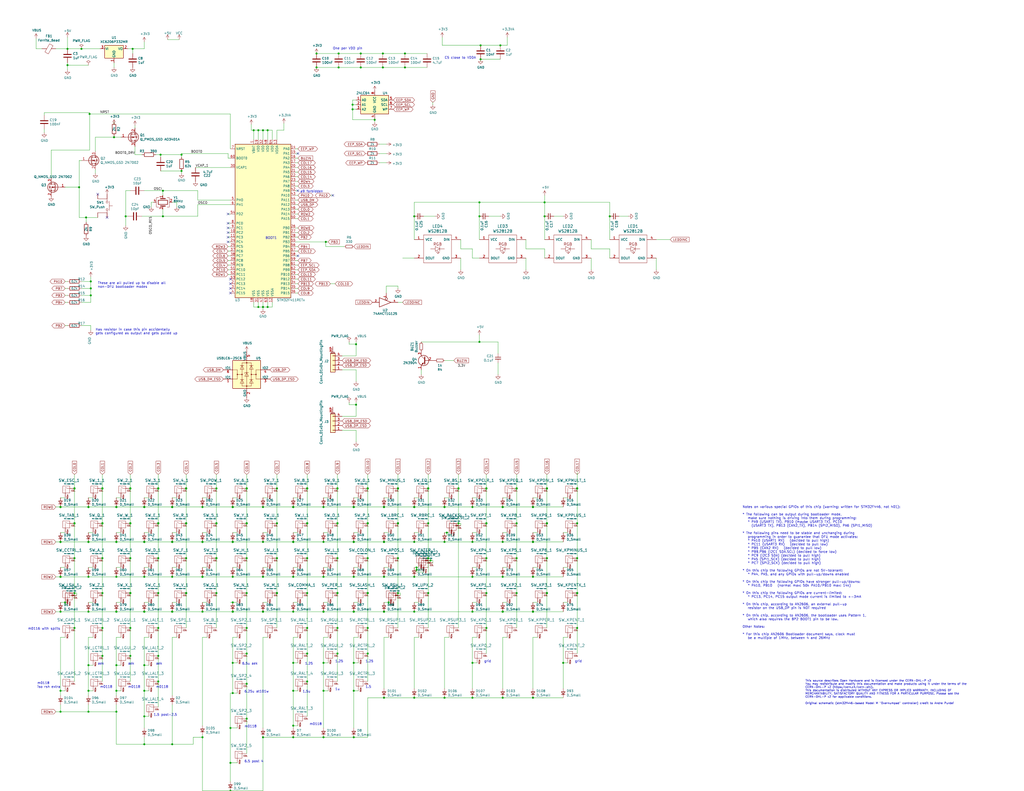
<source format=kicad_sch>
(kicad_sch (version 20221206) (generator eeschema)
  (paper "C")
  (junction (at 217.17 304.8))
  (junction (at 196.85 29.21))
  (junction (at 160.02 361.95))
  (junction (at 160.02 377.19))
  (junction (at 204.47 65.405))
  (junction (at 101.6 323.85) (diameter 1.016))
  (junction (at 265.43 323.85))
  (junction (at 55.88 323.85))
  (junction (at 43.18 102.235))
  (junction (at 71.12 285.75) (diameter 1.016))
  (junction (at 78.74 377.19))
  (junction (at 48.26 388.62))
  (junction (at 274.32 295.91))
  (junction (at 281.94 323.85))
  (junction (at 146.05 167.64))
  (junction (at 212.09 328.93))
  (junction (at 63.5 363.22))
  (junction (at 63.5 377.19))
  (junction (at 127 314.96))
  (junction (at 261.62 186.69))
  (junction (at 118.11 285.75) (diameter 1.016))
  (junction (at 281.94 304.8))
  (junction (at 93.98 295.91) (diameter 1.016))
  (junction (at 200.66 342.9))
  (junction (at 184.785 36.83))
  (junction (at 209.55 314.96))
  (junction (at 55.88 266.7) (diameter 1.016))
  (junction (at 196.85 36.83))
  (junction (at 193.04 377.19))
  (junction (at 257.81 295.91))
  (junction (at 192.405 59.69))
  (junction (at 176.53 295.91))
  (junction (at 314.96 342.9))
  (junction (at 184.785 29.21))
  (junction (at 110.49 314.96) (diameter 1.016))
  (junction (at 101.6 266.7) (diameter 1.016))
  (junction (at 194.31 187.96))
  (junction (at 49.53 157.48))
  (junction (at 193.04 276.86) (diameter 1.016))
  (junction (at 226.06 118.11))
  (junction (at 242.57 276.86) (diameter 1.016))
  (junction (at 265.43 266.7) (diameter 1.016))
  (junction (at 307.34 361.95))
  (junction (at 192.405 57.15))
  (junction (at 63.5 314.96))
  (junction (at 176.53 276.86))
  (junction (at 274.32 381))
  (junction (at 138.43 71.12))
  (junction (at 46.99 118.745))
  (junction (at 40.64 285.75) (diameter 1.016))
  (junction (at 184.15 266.7) (diameter 1.016))
  (junction (at 209.55 381))
  (junction (at 78.74 276.86) (diameter 1.016))
  (junction (at 93.98 314.96))
  (junction (at 40.64 323.85))
  (junction (at 314.96 304.8))
  (junction (at 220.98 36.83))
  (junction (at 242.57 381))
  (junction (at 176.53 334.01) (diameter 1.016))
  (junction (at 176.53 314.96))
  (junction (at 118.11 323.85))
  (junction (at 217.17 285.75) (diameter 1.016))
  (junction (at 220.98 29.21))
  (junction (at 200.66 323.85) (diameter 1.016))
  (junction (at 44.45 26.67))
  (junction (at 68.58 118.11))
  (junction (at 127 378.46))
  (junction (at 143.51 71.12))
  (junction (at 99.06 84.455))
  (junction (at 209.55 334.01) (diameter 1.016))
  (junction (at 86.36 266.7) (diameter 1.016))
  (junction (at 143.51 167.64))
  (junction (at 281.94 285.75))
  (junction (at 233.68 266.7) (diameter 1.016))
  (junction (at 200.66 356.87))
  (junction (at 298.45 285.75) (diameter 1.016))
  (junction (at 298.45 323.85) (diameter 1.016))
  (junction (at 172.72 29.21))
  (junction (at 134.62 323.85))
  (junction (at 71.12 266.7) (diameter 1.016))
  (junction (at 314.96 323.85) (diameter 1.016))
  (junction (at 167.64 266.7) (diameter 1.016))
  (junction (at 184.15 342.9))
  (junction (at 62.23 74.93))
  (junction (at 226.06 276.86) (diameter 1.016))
  (junction (at 33.02 295.91) (diameter 1.016))
  (junction (at 93.98 406.4))
  (junction (at 86.36 342.9))
  (junction (at 118.11 266.7))
  (junction (at 134.62 392.43))
  (junction (at 88.9 104.14))
  (junction (at 134.62 285.75) (diameter 1.016))
  (junction (at 184.15 323.85) (diameter 1.016))
  (junction (at 35.56 328.93))
  (junction (at 63.5 334.01) (diameter 1.016))
  (junction (at 151.13 304.8))
  (junction (at 78.74 363.22))
  (junction (at 140.97 71.12))
  (junction (at 209.55 295.91) (diameter 1.016))
  (junction (at 262.255 24.765))
  (junction (at 209.55 276.86) (diameter 1.016))
  (junction (at 184.15 304.8))
  (junction (at 298.45 304.8))
  (junction (at 33.02 314.96) (diameter 1.016))
  (junction (at 48.26 295.91) (diameter 1.016))
  (junction (at 71.12 304.8))
  (junction (at 33.02 388.62))
  (junction (at 250.19 285.75))
  (junction (at 243.84 290.83))
  (junction (at 233.68 323.85))
  (junction (at 290.83 295.91) (diameter 1.016))
  (junction (at 200.66 304.8))
  (junction (at 200.66 285.75) (diameter 1.016))
  (junction (at 257.81 361.95))
  (junction (at 125.73 431.8))
  (junction (at 127 328.93))
  (junction (at 176.53 377.19))
  (junction (at 160.02 396.24))
  (junction (at 160.02 295.91) (diameter 1.016))
  (junction (at 125.73 416.56))
  (junction (at 297.18 118.11))
  (junction (at 200.66 266.7) (diameter 1.016))
  (junction (at 143.51 334.01) (diameter 1.016))
  (junction (at 176.53 361.95))
  (junction (at 274.32 334.01) (diameter 1.016))
  (junction (at 176.53 402.59))
  (junction (at 78.74 391.16))
  (junction (at 297.18 110.49))
  (junction (at 134.62 266.7) (diameter 1.016))
  (junction (at 226.06 314.96))
  (junction (at 49.53 153.67))
  (junction (at 227.33 309.88))
  (junction (at 261.62 118.11))
  (junction (at 242.57 295.91))
  (junction (at 257.81 314.96))
  (junction (at 33.02 276.86) (diameter 1.016))
  (junction (at 101.6 304.8))
  (junction (at 110.49 276.86))
  (junction (at 332.74 118.11))
  (junction (at 55.88 358.14))
  (junction (at 193.04 361.95))
  (junction (at 274.32 314.96))
  (junction (at 234.95 306.07))
  (junction (at 93.98 276.86) (diameter 1.016))
  (junction (at 167.64 304.8))
  (junction (at 184.15 356.87))
  (junction (at 78.74 314.96))
  (junction (at 86.36 285.75) (diameter 1.016))
  (junction (at 63.5 388.62))
  (junction (at 63.5 276.86) (diameter 1.016))
  (junction (at 194.31 220.98))
  (junction (at 160.02 334.01))
  (junction (at 99.06 93.345))
  (junction (at 48.26 363.22))
  (junction (at 167.64 356.87))
  (junction (at 177.8 132.08))
  (junction (at 143.51 314.96))
  (junction (at 71.12 323.85) (diameter 1.016))
  (junction (at 110.49 295.91) (diameter 1.016))
  (junction (at 118.11 304.8) (diameter 1.016))
  (junction (at 143.51 276.86))
  (junction (at 290.83 334.01) (diameter 1.016))
  (junction (at 134.62 356.87))
  (junction (at 86.36 372.11))
  (junction (at 140.97 167.64))
  (junction (at 40.64 266.7) (diameter 1.016))
  (junction (at 314.96 266.7) (diameter 1.016))
  (junction (at 33.02 334.01))
  (junction (at 193.04 314.96))
  (junction (at 160.02 276.86) (diameter 1.016))
  (junction (at 40.64 342.9))
  (junction (at 290.83 381))
  (junction (at 217.17 266.7) (diameter 1.016))
  (junction (at 184.15 285.75) (diameter 1.016))
  (junction (at 160.02 402.59))
  (junction (at 257.81 381))
  (junction (at 87.63 84.455))
  (junction (at 71.12 358.14))
  (junction (at 290.83 276.86) (diameter 1.016))
  (junction (at 110.49 402.59))
  (junction (at 78.74 295.91) (diameter 1.016))
  (junction (at 226.06 334.01))
  (junction (at 40.64 304.8))
  (junction (at 48.26 334.01))
  (junction (at 265.43 285.75) (diameter 1.016))
  (junction (at 265.43 342.9))
  (junction (at 48.895 62.23))
  (junction (at 151.13 323.85) (diameter 1.016))
  (junction (at 93.98 334.01) (diameter 1.016))
  (junction (at 63.5 295.91) (diameter 1.016))
  (junction (at 55.88 304.8))
  (junction (at 143.51 295.91))
  (junction (at 281.94 266.7) (diameter 1.016))
  (junction (at 257.81 276.86))
  (junction (at 127 295.91) (diameter 1.016))
  (junction (at 71.12 342.9))
  (junction (at 274.32 276.86) (diameter 1.016))
  (junction (at 262.255 32.385))
  (junction (at 167.64 285.75) (diameter 1.016))
  (junction (at 226.06 295.91))
  (junction (at 261.62 110.49))
  (junction (at 250.19 266.7) (diameter 1.016))
  (junction (at 110.49 334.01))
  (junction (at 193.04 334.01) (diameter 1.016))
  (junction (at 127 361.95))
  (junction (at 314.96 285.75))
  (junction (at 273.05 24.765))
  (junction (at 36.83 26.67))
  (junction (at 143.51 402.59))
  (junction (at 49.53 161.29))
  (junction (at 227.33 311.15))
  (junction (at 33.02 377.19))
  (junction (at 72.39 26.67))
  (junction (at 167.64 342.9))
  (junction (at 86.36 323.85))
  (junction (at 146.05 71.12))
  (junction (at 265.43 304.8))
  (junction (at 193.04 295.91) (diameter 1.016))
  (junction (at 134.62 304.8))
  (junction (at 48.26 377.19))
  (junction (at 78.74 334.01) (diameter 1.016))
  (junction (at 55.88 342.9))
  (junction (at 257.81 334.01))
  (junction (at 233.68 285.75))
  (junction (at 127 276.86) (diameter 1.016))
  (junction (at 151.13 266.7))
  (junction (at 233.68 304.8))
  (junction (at 172.72 36.83))
  (junction (at 290.83 314.96))
  (junction (at 86.36 358.14))
  (junction (at 101.6 285.75) (diameter 1.016))
  (junction (at 134.62 373.38))
  (junction (at 134.62 342.9))
  (junction (at 298.45 266.7) (diameter 1.016))
  (junction (at 208.915 36.83))
  (junction (at 167.64 372.11))
  (junction (at 127 334.01) (diameter 1.016))
  (junction (at 48.26 276.86) (diameter 1.016))
  (junction (at 78.74 406.4))
  (junction (at 55.88 285.75) (diameter 1.016))
  (junction (at 48.26 314.96))
  (junction (at 193.04 402.59))
  (junction (at 125.73 397.51))
  (junction (at 226.06 381))
  (junction (at 86.36 304.8))
  (junction (at 160.02 314.96))
  (junction (at 36.83 35.56))
  (junction (at 217.17 323.85))
  (junction (at 151.13 285.75))
  (junction (at 208.915 29.21))
  (junction (at 167.64 323.85))
  (junction (at 88.9 118.11))
  (no_connect (at 124.46 132.08))
  (no_connect (at 162.56 83.82))
  (no_connect (at 124.46 127))
  (no_connect (at 58.42 118.745))
  (no_connect (at 125.73 160.02))
  (no_connect (at 162.56 139.7))
  (no_connect (at 124.46 121.92))
  (no_connect (at 124.46 124.46))
  (no_connect (at 125.73 152.4))
  (no_connect (at 124.46 116.84))
  (no_connect (at 124.46 129.54))
  (no_connect (at 162.56 104.14))
  (no_connect (at 181.61 106.68))
  (no_connect (at 125.73 157.48))
  (no_connect (at 125.73 154.94))
  (no_connect (at 53.34 106.045))
  (wire (pts (xy 88.9 118.11) (xy 107.95 118.11)))
  (wire (pts (xy 110.49 309.88) (xy 113.03 309.88)))
  (wire (pts (xy 161.29 109.22) (xy 162.56 109.22)))
  (wire (pts (xy 229.87 186.69) (xy 261.62 186.69)))
  (wire (pts (xy 40.64 259.08) (xy 40.64 266.7)))
  (wire (pts (xy 87.63 93.345) (xy 99.06 93.345)))
  (wire (pts (xy 161.29 132.08) (xy 177.8 132.08)))
  (wire (pts (xy 49.53 177.8) (xy 49.53 180.34)))
  (wire (pts (xy 62.23 66.675) (xy 62.23 67.945)))
  (wire (pts (xy 78.74 363.22) (xy 78.74 377.19)))
  (wire (pts (xy 40.64 266.7) (xy 40.64 285.75)))
  (wire (pts (xy 143.51 314.96) (xy 160.02 314.96)))
  (wire (pts (xy 151.13 259.08) (xy 151.13 266.7)))
  (wire (pts (xy 105.41 406.4) (xy 105.41 402.59)))
  (wire (pts (xy 125.73 397.51) (xy 129.54 397.51)))
  (wire (pts (xy 281.94 304.8) (xy 281.94 323.85)))
  (wire (pts (xy 161.29 137.16) (xy 162.56 137.16)))
  (wire (pts (xy 88.9 104.14) (xy 107.95 104.14)))
  (wire (pts (xy 162.56 144.78) (xy 161.29 144.78)))
  (wire (pts (xy 233.68 259.08) (xy 233.68 266.7)))
  (wire (pts (xy 271.78 186.69) (xy 271.78 193.04)))
  (wire (pts (xy 30.48 276.86) (xy 33.02 276.86)))
  (wire (pts (xy 273.05 24.765) (xy 276.86 24.765)))
  (wire (pts (xy 63.5 406.4) (xy 78.74 406.4)))
  (wire (pts (xy 78.74 406.4) (xy 93.98 406.4)))
  (wire (pts (xy 78.74 347.98) (xy 78.74 363.22)))
  (wire (pts (xy 207.01 88.9) (xy 210.82 88.9)))
  (wire (pts (xy 287.02 135.89) (xy 287.02 130.81)))
  (wire (pts (xy 30.48 334.01) (xy 33.02 334.01)))
  (wire (pts (xy 110.49 276.86) (xy 127 276.86)))
  (wire (pts (xy 276.86 24.765) (xy 276.86 20.32)))
  (wire (pts (xy 297.18 135.89) (xy 287.02 135.89)))
  (wire (pts (xy 52.07 92.71) (xy 52.07 94.615)))
  (wire (pts (xy 193.04 309.88) (xy 195.58 309.88)))
  (wire (pts (xy 193.04 276.86) (xy 209.55 276.86)))
  (wire (pts (xy 69.85 26.67) (xy 72.39 26.67)))
  (wire (pts (xy 227.33 312.42) (xy 227.33 311.15)))
  (wire (pts (xy 78.74 314.96) (xy 93.98 314.96)))
  (wire (pts (xy 322.58 140.97) (xy 322.58 147.32)))
  (wire (pts (xy 160.02 347.98) (xy 162.56 347.98)))
  (wire (pts (xy 257.81 334.01) (xy 274.32 334.01)))
  (wire (pts (xy 177.8 134.62) (xy 187.96 134.62)))
  (wire (pts (xy 160.02 402.59) (xy 176.53 402.59)))
  (wire (pts (xy 265.43 285.75) (xy 265.43 304.8)))
  (wire (pts (xy 257.81 361.95) (xy 257.81 375.92)))
  (wire (pts (xy 36.83 35.56) (xy 36.83 34.29)))
  (wire (pts (xy 78.74 104.14) (xy 88.9 104.14)))
  (wire (pts (xy 302.26 118.11) (xy 307.34 118.11)))
  (wire (pts (xy 63.5 290.83) (xy 66.04 290.83)))
  (wire (pts (xy 71.12 304.8) (xy 71.12 323.85)))
  (wire (pts (xy 297.18 118.11) (xy 297.18 130.81)))
  (wire (pts (xy 262.255 32.385) (xy 273.05 32.385)))
  (wire (pts (xy 143.51 167.64) (xy 146.05 167.64)))
  (wire (pts (xy 30.48 388.62) (xy 33.02 388.62)))
  (wire (pts (xy 226.06 290.83) (xy 228.6 290.83)))
  (wire (pts (xy 124.46 86.36) (xy 125.73 86.36)))
  (wire (pts (xy 55.88 342.9) (xy 55.88 358.14)))
  (wire (pts (xy 161.29 91.44) (xy 162.56 91.44)))
  (wire (pts (xy 257.81 309.88) (xy 260.35 309.88)))
  (wire (pts (xy 62.23 74.295) (xy 62.23 74.93)))
  (wire (pts (xy 63.5 363.22) (xy 66.04 363.22)))
  (wire (pts (xy 200.66 323.85) (xy 200.66 342.9)))
  (wire (pts (xy 143.51 347.98) (xy 146.05 347.98)))
  (wire (pts (xy 110.49 347.98) (xy 113.03 347.98)))
  (wire (pts (xy 233.68 323.85) (xy 233.68 342.9)))
  (wire (pts (xy 41.91 325.12) (xy 41.91 323.85)))
  (wire (pts (xy 44.45 161.29) (xy 49.53 161.29)))
  (wire (pts (xy 200.66 402.59) (xy 200.66 381)))
  (wire (pts (xy 63.5 276.86) (xy 78.74 276.86)))
  (wire (pts (xy 146.05 71.12) (xy 146.05 76.2)))
  (wire (pts (xy 217.17 266.7) (xy 217.17 285.75)))
  (wire (pts (xy 262.255 24.765) (xy 273.05 24.765)))
  (wire (pts (xy 298.45 259.08) (xy 298.45 266.7)))
  (wire (pts (xy 194.31 234.95) (xy 186.69 234.95)))
  (wire (pts (xy 209.55 347.98) (xy 209.55 375.92)))
  (wire (pts (xy 48.895 81.915) (xy 48.895 62.23)))
  (wire (pts (xy 86.36 304.8) (xy 86.36 323.85)))
  (wire (pts (xy 127 276.86) (xy 143.51 276.86)))
  (wire (pts (xy 35.56 330.2) (xy 35.56 328.93)))
  (wire (pts (xy 143.51 402.59) (xy 160.02 402.59)))
  (wire (pts (xy 93.98 276.86) (xy 110.49 276.86)))
  (wire (pts (xy 71.12 285.75) (xy 71.12 304.8)))
  (wire (pts (xy 212.09 330.2) (xy 212.09 328.93)))
  (wire (pts (xy 193.04 314.96) (xy 209.55 314.96)))
  (wire (pts (xy 48.26 363.22) (xy 50.8 363.22)))
  (wire (pts (xy 209.55 381) (xy 226.06 381)))
  (wire (pts (xy 73.66 68.58) (xy 73.66 69.85)))
  (wire (pts (xy 44.45 165.1) (xy 49.53 165.1)))
  (wire (pts (xy 243.84 292.1) (xy 243.84 290.83)))
  (wire (pts (xy 231.14 118.11) (xy 237.49 118.11)))
  (wire (pts (xy 91.44 21.59) (xy 97.79 21.59)))
  (wire (pts (xy 86.36 358.14) (xy 86.36 372.11)))
  (wire (pts (xy 257.81 135.89) (xy 257.81 140.97)))
  (wire (pts (xy 176.53 377.19) (xy 179.07 377.19)))
  (wire (pts (xy 77.47 118.11) (xy 88.9 118.11)))
  (wire (pts (xy 161.29 96.52) (xy 162.56 96.52)))
  (wire (pts (xy 192.405 59.69) (xy 194.31 59.69)))
  (wire (pts (xy 193.04 271.78) (xy 195.58 271.78)))
  (wire (pts (xy 298.45 285.75) (xy 298.45 266.7)))
  (wire (pts (xy 73.66 84.455) (xy 73.66 80.01)))
  (wire (pts (xy 207.01 78.74) (xy 210.82 78.74)))
  (wire (pts (xy 68.58 118.11) (xy 68.58 123.19)))
  (wire (pts (xy 209.55 276.86) (xy 226.06 276.86)))
  (wire (pts (xy 93.98 384.81) (xy 93.98 406.4)))
  (wire (pts (xy 93.98 309.88) (xy 96.52 309.88)))
  (wire (pts (xy 46.99 121.285) (xy 46.99 118.745)))
  (wire (pts (xy 208.915 29.21) (xy 196.85 29.21)))
  (wire (pts (xy 48.26 388.62) (xy 63.5 388.62)))
  (wire (pts (xy 162.56 119.38) (xy 161.29 119.38)))
  (wire (pts (xy 226.06 140.97) (xy 219.71 140.97)))
  (wire (pts (xy 194.31 220.98) (xy 194.31 227.33)))
  (wire (pts (xy 110.49 295.91) (xy 127 295.91)))
  (wire (pts (xy 93.98 347.98) (xy 93.98 379.73)))
  (wire (pts (xy 127 328.93) (xy 129.54 328.93)))
  (wire (pts (xy 290.83 328.93) (xy 293.37 328.93)))
  (wire (pts (xy 118.11 259.08) (xy 118.11 266.7)))
  (wire (pts (xy 161.29 149.86) (xy 162.56 149.86)))
  (wire (pts (xy 78.74 363.22) (xy 81.28 363.22)))
  (wire (pts (xy 101.6 323.85) (xy 101.6 342.9)))
  (wire (pts (xy 55.88 285.75) (xy 55.88 304.8)))
  (wire (pts (xy 161.29 86.36) (xy 162.56 86.36)))
  (wire (pts (xy 35.56 153.67) (xy 36.83 153.67)))
  (wire (pts (xy 63.5 334.01) (xy 78.74 334.01)))
  (wire (pts (xy 332.74 110.49) (xy 332.74 118.11)))
  (wire (pts (xy 43.18 102.235) (xy 43.18 118.745)))
  (wire (pts (xy 307.34 309.88) (xy 309.88 309.88)))
  (wire (pts (xy 257.81 135.89) (xy 251.46 135.89)))
  (wire (pts (xy 78.74 26.67) (xy 78.74 22.86)))
  (wire (pts (xy 226.06 328.93) (xy 228.6 328.93)))
  (wire (pts (xy 257.81 290.83) (xy 260.35 290.83)))
  (wire (pts (xy 48.26 328.93) (xy 50.8 328.93)))
  (wire (pts (xy 274.32 295.91) (xy 290.83 295.91)))
  (wire (pts (xy 307.34 290.83) (xy 309.88 290.83)))
  (wire (pts (xy 194.31 201.93) (xy 194.31 208.28)))
  (wire (pts (xy 143.51 71.12) (xy 143.51 76.2)))
  (wire (pts (xy 68.58 118.11) (xy 69.85 118.11)))
  (wire (pts (xy 192.405 57.15) (xy 192.405 59.69)))
  (wire (pts (xy 124.46 116.84) (xy 125.73 116.84)))
  (wire (pts (xy 337.82 118.11) (xy 342.9 118.11)))
  (wire (pts (xy 204.47 65.405) (xy 204.47 64.77)))
  (wire (pts (xy 217.17 259.08) (xy 217.17 266.7)))
  (wire (pts (xy 99.06 85.725) (xy 99.06 84.455)))
  (wire (pts (xy 200.66 381) (xy 209.55 381)))
  (wire (pts (xy 33.02 377.19) (xy 35.56 377.19)))
  (wire (pts (xy 48.895 61.595) (xy 48.895 62.23)))
  (wire (pts (xy 124.46 129.54) (xy 125.73 129.54)))
  (wire (pts (xy 210.82 156.21) (xy 217.17 156.21)))
  (wire (pts (xy 193.04 347.98) (xy 195.58 347.98)))
  (wire (pts (xy 251.46 140.97) (xy 251.46 147.32)))
  (wire (pts (xy 226.06 295.91) (xy 242.57 295.91)))
  (wire (pts (xy 110.49 328.93) (xy 113.03 328.93)))
  (wire (pts (xy 176.53 347.98) (xy 176.53 361.95)))
  (wire (pts (xy 55.88 259.08) (xy 55.88 266.7)))
  (wire (pts (xy 105.41 402.59) (xy 110.49 402.59)))
  (wire (pts (xy 124.46 144.78) (xy 125.73 144.78)))
  (wire (pts (xy 176.53 295.91) (xy 193.04 295.91)))
  (wire (pts (xy 184.15 356.87) (xy 184.15 372.11)))
  (wire (pts (xy 110.49 401.32) (xy 110.49 402.59)))
  (wire (pts (xy 93.98 271.78) (xy 96.52 271.78)))
  (wire (pts (xy 162.56 116.84) (xy 161.29 116.84)))
  (wire (pts (xy 154.94 71.12) (xy 154.94 67.31)))
  (wire (pts (xy 200.66 304.8) (xy 200.66 323.85)))
  (wire (pts (xy 193.04 290.83) (xy 195.58 290.83)))
  (wire (pts (xy 86.36 285.75) (xy 86.36 304.8)))
  (wire (pts (xy 274.32 381) (xy 290.83 381)))
  (wire (pts (xy 125.73 416.56) (xy 125.73 397.51)))
  (wire (pts (xy 226.06 271.78) (xy 228.6 271.78)))
  (wire (pts (xy 184.15 342.9) (xy 184.15 356.87)))
  (wire (pts (xy 110.49 431.8) (xy 110.49 402.59)))
  (wire (pts (xy 242.57 381) (xy 257.81 381)))
  (wire (pts (xy 217.17 285.75) (xy 217.17 304.8)))
  (wire (pts (xy 118.11 285.75) (xy 118.11 304.8)))
  (wire (pts (xy 140.97 71.12) (xy 140.97 76.2)))
  (wire (pts (xy 63.5 377.19) (xy 66.04 377.19)))
  (wire (pts (xy 127 290.83) (xy 129.54 290.83)))
  (wire (pts (xy 176.53 271.78) (xy 179.07 271.78)))
  (wire (pts (xy 71.12 358.14) (xy 71.12 372.11)))
  (wire (pts (xy 194.31 219.71) (xy 194.31 220.98)))
  (wire (pts (xy 242.57 276.86) (xy 257.81 276.86)))
  (wire (pts (xy 209.55 314.96) (xy 226.06 314.96)))
  (wire (pts (xy 160.02 361.95) (xy 160.02 347.98)))
  (wire (pts (xy 226.06 334.01) (xy 257.81 334.01)))
  (wire (pts (xy 184.785 36.83) (xy 172.72 36.83)))
  (wire (pts (xy 93.98 328.93) (xy 96.52 328.93)))
  (wire (pts (xy 217.17 323.85) (xy 218.44 323.85)))
  (wire (pts (xy 176.53 334.01) (xy 193.04 334.01)))
  (wire (pts (xy 48.26 363.22) (xy 48.26 377.19)))
  (wire (pts (xy 160.02 334.01) (xy 176.53 334.01)))
  (wire (pts (xy 177.8 132.08) (xy 179.07 132.08)))
  (wire (pts (xy 161.29 104.14) (xy 162.56 104.14)))
  (wire (pts (xy 110.49 334.01) (xy 127 334.01)))
  (wire (pts (xy 209.55 334.01) (xy 226.06 334.01)))
  (wire (pts (xy 314.96 342.9) (xy 314.96 356.87)))
  (wire (pts (xy 314.96 323.85) (xy 314.96 342.9)))
  (wire (pts (xy 48.26 35.56) (xy 36.83 35.56)))
  (wire (pts (xy 88.9 104.14) (xy 88.9 106.68)))
  (wire (pts (xy 143.51 334.01) (xy 160.02 334.01)))
  (wire (pts (xy 48.26 377.19) (xy 50.8 377.19)))
  (wire (pts (xy 107.95 109.22) (xy 107.95 104.14)))
  (wire (pts (xy 134.62 259.08) (xy 134.62 266.7)))
  (wire (pts (xy 134.62 285.75) (xy 134.62 304.8)))
  (wire (pts (xy 160.02 309.88) (xy 162.56 309.88)))
  (wire (pts (xy 208.915 36.83) (xy 196.85 36.83)))
  (wire (pts (xy 161.29 106.68) (xy 162.56 106.68)))
  (wire (pts (xy 290.83 334.01) (xy 307.34 334.01)))
  (wire (pts (xy 140.97 165.1) (xy 140.97 167.64)))
  (wire (pts (xy 210.82 160.02) (xy 210.82 156.21)))
  (wire (pts (xy 107.95 111.76) (xy 125.73 111.76)))
  (wire (pts (xy 63.5 271.78) (xy 66.04 271.78)))
  (wire (pts (xy 138.43 167.64) (xy 140.97 167.64)))
  (wire (pts (xy 314.96 266.7) (xy 314.96 285.75)))
  (wire (pts (xy 160.02 377.19) (xy 162.56 377.19)))
  (wire (pts (xy 307.34 361.95) (xy 307.34 375.92)))
  (wire (pts (xy 194.31 186.69) (xy 194.31 187.96)))
  (wire (pts (xy 192.405 54.61) (xy 192.405 57.15)))
  (wire (pts (xy 35.56 157.48) (xy 36.83 157.48)))
  (wire (pts (xy 62.23 34.29) (xy 62.23 36.83)))
  (wire (pts (xy 274.32 276.86) (xy 290.83 276.86)))
  (wire (pts (xy 124.46 149.86) (xy 125.73 149.86)))
  (wire (pts (xy 209.55 271.78) (xy 212.09 271.78)))
  (wire (pts (xy 19.685 26.67) (xy 22.86 26.67)))
  (wire (pts (xy 110.49 314.96) (xy 127 314.96)))
  (wire (pts (xy 127 361.95) (xy 127 378.46)))
  (wire (pts (xy 298.45 323.85) (xy 298.45 342.9)))
  (wire (pts (xy 143.51 165.1) (xy 143.51 167.64)))
  (wire (pts (xy 127 309.88) (xy 129.54 309.88)))
  (wire (pts (xy 127 361.95) (xy 129.54 361.95)))
  (wire (pts (xy 192.405 59.69) (xy 192.405 65.405)))
  (wire (pts (xy 101.6 304.8) (xy 101.6 323.85)))
  (wire (pts (xy 19.685 20.955) (xy 19.685 26.67)))
  (wire (pts (xy 93.98 314.96) (xy 110.49 314.96)))
  (wire (pts (xy 55.88 323.85) (xy 55.88 342.9)))
  (wire (pts (xy 161.29 154.94) (xy 162.56 154.94)))
  (wire (pts (xy 229.87 311.15) (xy 227.33 311.15)))
  (wire (pts (xy 307.34 347.98) (xy 307.34 361.95)))
  (wire (pts (xy 209.55 309.88) (xy 212.09 309.88)))
  (wire (pts (xy 43.18 118.745) (xy 46.99 118.745)))
  (wire (pts (xy 220.98 29.21) (xy 208.915 29.21)))
  (wire (pts (xy 44.45 177.8) (xy 49.53 177.8)))
  (wire (pts (xy 71.12 285.75) (xy 71.12 266.7)))
  (wire (pts (xy 49.53 153.67) (xy 49.53 157.48)))
  (wire (pts (xy 196.85 36.83) (xy 184.785 36.83)))
  (wire (pts (xy 27.94 97.155) (xy 27.94 81.915)))
  (wire (pts (xy 274.32 290.83) (xy 276.86 290.83)))
  (wire (pts (xy 33.02 271.78) (xy 35.56 271.78)))
  (wire (pts (xy 124.46 127) (xy 125.73 127)))
  (wire (pts (xy 200.66 356.87) (xy 200.66 372.11)))
  (wire (pts (xy 106.68 91.44) (xy 125.73 91.44)))
  (wire (pts (xy 297.18 110.49) (xy 297.18 106.68)))
  (wire (pts (xy 236.22 306.07) (xy 234.95 306.07)))
  (wire (pts (xy 162.56 139.7) (xy 161.29 139.7)))
  (wire (pts (xy 160.02 396.24) (xy 160.02 397.51)))
  (wire (pts (xy 193.04 361.95) (xy 193.04 377.19)))
  (wire (pts (xy 236.22 307.34) (xy 236.22 306.07)))
  (wire (pts (xy 242.57 295.91) (xy 257.81 295.91)))
  (wire (pts (xy 33.02 388.62) (xy 48.26 388.62)))
  (wire (pts (xy 52.07 74.93) (xy 52.07 82.55)))
  (wire (pts (xy 40.64 285.75) (xy 40.64 304.8)))
  (wire (pts (xy 265.43 342.9) (xy 265.43 356.87)))
  (wire (pts (xy 358.14 140.97) (xy 358.14 147.32)))
  (wire (pts (xy 68.58 104.14) (xy 68.58 118.11)))
  (wire (pts (xy 213.36 330.2) (xy 212.09 330.2)))
  (wire (pts (xy 209.55 295.91) (xy 226.06 295.91)))
  (wire (pts (xy 261.62 110.49) (xy 261.62 118.11)))
  (wire (pts (xy 35.56 161.29) (xy 36.83 161.29)))
  (wire (pts (xy 99.06 83.82) (xy 99.06 84.455)))
  (wire (pts (xy 35.56 177.8) (xy 36.83 177.8)))
  (wire (pts (xy 143.51 431.8) (xy 143.51 402.59)))
  (wire (pts (xy 127 378.46) (xy 129.54 378.46)))
  (wire (pts (xy 101.6 285.75) (xy 101.6 304.8)))
  (wire (pts (xy 93.98 290.83) (xy 96.52 290.83)))
  (wire (pts (xy 204.47 66.675) (xy 204.47 65.405)))
  (wire (pts (xy 48.26 295.91) (xy 63.5 295.91)))
  (wire (pts (xy 93.98 295.91) (xy 110.49 295.91)))
  (wire (pts (xy 124.46 139.7) (xy 125.73 139.7)))
  (wire (pts (xy 154.94 71.12) (xy 151.13 71.12)))
  (wire (pts (xy 160.02 361.95) (xy 160.02 377.19)))
  (wire (pts (xy 234.95 306.07) (xy 234.95 304.8)))
  (wire (pts (xy 161.29 81.28) (xy 162.56 81.28)))
  (wire (pts (xy 30.48 26.67) (xy 36.83 26.67)))
  (wire (pts (xy 33.02 314.96) (xy 48.26 314.96)))
  (wire (pts (xy 265.43 304.8) (xy 265.43 323.85)))
  (wire (pts (xy 274.32 347.98) (xy 274.32 375.92)))
  (wire (pts (xy 101.6 259.08) (xy 101.6 266.7)))
  (wire (pts (xy 72.39 26.67) (xy 78.74 26.67)))
  (wire (pts (xy 33.02 347.98) (xy 35.56 347.98)))
  (wire (pts (xy 217.17 165.1) (xy 219.71 165.1)))
  (wire (pts (xy 226.06 347.98) (xy 226.06 375.92)))
  (wire (pts (xy 242.57 196.85) (xy 247.65 196.85)))
  (wire (pts (xy 78.74 276.86) (xy 93.98 276.86)))
  (wire (pts (xy 134.62 356.87) (xy 134.62 373.38)))
  (wire (pts (xy 63.5 377.19) (xy 63.5 379.73)))
  (wire (pts (xy 176.53 276.86) (xy 193.04 276.86)))
  (wire (pts (xy 226.06 118.11) (xy 226.06 130.81)))
  (wire (pts (xy 184.15 266.7) (xy 184.15 285.75)))
  (wire (pts (xy 332.74 140.97) (xy 332.74 135.89)))
  (wire (pts (xy 179.07 361.95) (xy 176.53 361.95)))
  (wire (pts (xy 184.785 29.21) (xy 172.72 29.21)))
  (wire (pts (xy 151.13 71.12) (xy 151.13 76.2)))
  (wire (pts (xy 176.53 328.93) (xy 179.07 328.93)))
  (wire (pts (xy 62.23 74.93) (xy 66.04 74.93)))
  (wire (pts (xy 236.22 55.88) (xy 236.22 57.15)))
  (wire (pts (xy 243.84 290.83) (xy 245.11 290.83)))
  (wire (pts (xy 233.68 285.75) (xy 233.68 304.8)))
  (wire (pts (xy 49.53 165.1) (xy 49.53 161.29)))
  (wire (pts (xy 143.51 290.83) (xy 146.05 290.83)))
  (wire (pts (xy 110.49 271.78) (xy 113.03 271.78)))
  (wire (pts (xy 250.19 285.75) (xy 251.46 285.75)))
  (wire (pts (xy 36.83 38.1) (xy 36.83 35.56)))
  (wire (pts (xy 33.02 334.01) (xy 48.26 334.01)))
  (wire (pts (xy 231.14 312.42) (xy 227.33 312.42)))
  (wire (pts (xy 160.02 314.96) (xy 176.53 314.96)))
  (wire (pts (xy 63.5 347.98) (xy 66.04 347.98)))
  (wire (pts (xy 33.02 379.73) (xy 33.02 377.19)))
  (wire (pts (xy 125.73 416.56) (xy 129.54 416.56)))
  (wire (pts (xy 27.94 81.915) (xy 48.895 81.915)))
  (wire (pts (xy 290.83 271.78) (xy 293.37 271.78)))
  (wire (pts (xy 184.15 304.8) (xy 184.15 323.85)))
  (wire (pts (xy 251.46 135.89) (xy 251.46 130.81)))
  (wire (pts (xy 151.13 266.7) (xy 151.13 285.75)))
  (wire (pts (xy 260.35 347.98) (xy 257.81 347.98)))
  (wire (pts (xy 227.33 309.88) (xy 228.6 309.88)))
  (wire (pts (xy 281.94 259.08) (xy 281.94 266.7)))
  (wire (pts (xy 242.57 347.98) (xy 245.11 347.98)))
  (wire (pts (xy 43.18 87.63) (xy 44.45 87.63)))
  (wire (pts (xy 55.88 266.7) (xy 55.88 285.75)))
  (wire (pts (xy 180.34 154.94) (xy 182.88 154.94)))
  (wire (pts (xy 265.43 285.75) (xy 265.43 266.7)))
  (wire (pts (xy 281.94 285.75) (xy 281.94 304.8)))
  (wire (pts (xy 314.96 285.75) (xy 314.96 304.8)))
  (wire (pts (xy 290.83 347.98) (xy 290.83 375.92)))
  (wire (pts (xy 207.01 83.82) (xy 210.82 83.82)))
  (wire (pts (xy 257.81 314.96) (xy 274.32 314.96)))
  (wire (pts (xy 137.16 67.945) (xy 137.16 71.12)))
  (wire (pts (xy 161.29 157.48) (xy 162.56 157.48)))
  (wire (pts (xy 265.43 259.08) (xy 265.43 266.7)))
  (wire (pts (xy 48.26 271.78) (xy 50.8 271.78)))
  (wire (pts (xy 242.57 347.98) (xy 242.57 375.92)))
  (wire (pts (xy 137.16 71.12) (xy 138.43 71.12)))
  (wire (pts (xy 227.33 311.15) (xy 227.33 309.88)))
  (wire (pts (xy 43.18 87.63) (xy 43.18 102.235)))
  (wire (pts (xy 332.74 135.89) (xy 322.58 135.89)))
  (wire (pts (xy 83.82 110.49) (xy 82.55 110.49)))
  (wire (pts (xy 194.31 201.93) (xy 186.69 201.93)))
  (wire (pts (xy 110.49 290.83) (xy 113.03 290.83)))
  (wire (pts (xy 314.96 304.8) (xy 314.96 323.85)))
  (wire (pts (xy 143.51 328.93) (xy 146.05 328.93)))
  (wire (pts (xy 48.26 347.98) (xy 50.8 347.98)))
  (wire (pts (xy 151.13 285.75) (xy 151.13 304.8)))
  (wire (pts (xy 226.06 110.49) (xy 226.06 118.11)))
  (wire (pts (xy 322.58 135.89) (xy 322.58 130.81)))
  (wire (pts (xy 143.51 271.78) (xy 146.05 271.78)))
  (wire (pts (xy 161.29 101.6) (xy 162.56 101.6)))
  (wire (pts (xy 167.64 356.87) (xy 167.64 372.11)))
  (wire (pts (xy 251.46 285.75) (xy 251.46 287.02)))
  (wire (pts (xy 209.55 290.83) (xy 212.09 290.83)))
  (wire (pts (xy 33.02 347.98) (xy 33.02 377.19)))
  (wire (pts (xy 33.02 384.81) (xy 33.02 388.62)))
  (wire (pts (xy 242.57 271.78) (xy 245.11 271.78)))
  (wire (pts (xy 86.36 266.7) (xy 86.36 285.75)))
  (wire (pts (xy 261.62 182.88) (xy 261.62 186.69)))
  (wire (pts (xy 193.04 402.59) (xy 200.66 402.59)))
  (wire (pts (xy 35.56 102.235) (xy 43.18 102.235)))
  (wire (pts (xy 99.06 94.615) (xy 99.06 93.345)))
  (wire (pts (xy 140.97 167.64) (xy 143.51 167.64)))
  (wire (pts (xy 194.31 234.95) (xy 194.31 241.3)))
  (wire (pts (xy 71.12 259.08) (xy 71.12 266.7)))
  (wire (pts (xy 194.31 187.96) (xy 194.31 194.31)))
  (wire (pts (xy 81.28 391.16) (xy 78.74 391.16)))
  (wire (pts (xy 307.34 271.78) (xy 309.88 271.78)))
  (wire (pts (xy 96.52 110.49) (xy 96.52 113.03)))
  (wire (pts (xy 209.55 347.98) (xy 212.09 347.98)))
  (wire (pts (xy 78.74 328.93) (xy 81.28 328.93)))
  (wire (pts (xy 257.81 276.86) (xy 274.32 276.86)))
  (wire (pts (xy 257.81 328.93) (xy 260.35 328.93)))
  (wire (pts (xy 332.74 118.11) (xy 332.74 130.81)))
  (wire (pts (xy 261.62 140.97) (xy 257.81 140.97)))
  (wire (pts (xy 160.02 377.19) (xy 160.02 396.24)))
  (wire (pts (xy 143.51 168.91) (xy 143.51 167.64)))
  (wire (pts (xy 167.64 285.75) (xy 167.64 266.7)))
  (wire (pts (xy 290.83 314.96) (xy 307.34 314.96)))
  (wire (pts (xy 125.73 62.23) (xy 125.73 81.28)))
  (wire (pts (xy 40.64 342.9) (xy 40.64 372.11)))
  (wire (pts (xy 36.83 20.32) (xy 36.83 26.67)))
  (wire (pts (xy 63.5 363.22) (xy 63.5 377.19)))
  (wire (pts (xy 48.26 309.88) (xy 50.8 309.88)))
  (wire (pts (xy 192.405 65.405) (xy 204.47 65.405)))
  (wire (pts (xy 250.19 285.75) (xy 250.19 342.9)))
  (wire (pts (xy 143.51 71.12) (xy 146.05 71.12)))
  (wire (pts (xy 297.18 110.49) (xy 297.18 118.11)))
  (wire (pts (xy 314.96 266.7) (xy 314.96 257.81)))
  (wire (pts (xy 55.88 358.14) (xy 55.88 372.11)))
  (wire (pts (xy 200.66 266.7) (xy 200.66 285.75)))
  (wire (pts (xy 160.02 328.93) (xy 162.56 328.93)))
  (wire (pts (xy 87.63 85.725) (xy 87.63 84.455)))
  (wire (pts (xy 162.56 142.24) (xy 161.29 142.24)))
  (wire (pts (xy 176.53 402.59) (xy 193.04 402.59)))
  (wire (pts (xy 124.46 83.82) (xy 124.46 86.36)))
  (wire (pts (xy 193.04 334.01) (xy 209.55 334.01)))
  (wire (pts (xy 167.64 372.11) (xy 167.64 391.16)))
  (wire (pts (xy 143.51 347.98) (xy 143.51 397.51)))
  (wire (pts (xy 161.29 99.06) (xy 162.56 99.06)))
  (wire (pts (xy 48.26 276.86) (xy 63.5 276.86)))
  (wire (pts (xy 30.48 295.91) (xy 33.02 295.91)))
  (wire (pts (xy 71.12 342.9) (xy 71.12 358.14)))
  (wire (pts (xy 194.31 54.61) (xy 192.405 54.61)))
  (wire (pts (xy 118.11 304.8) (xy 118.11 323.85)))
  (wire (pts (xy 309.88 347.98) (xy 307.34 347.98)))
  (wire (pts (xy 33.02 309.88) (xy 35.56 309.88)))
  (wire (pts (xy 110.49 431.8) (xy 125.73 431.8)))
  (wire (pts (xy 63.5 328.93) (xy 66.04 328.93)))
  (wire (pts (xy 274.32 334.01) (xy 290.83 334.01)))
  (wire (pts (xy 161.29 83.82) (xy 162.56 83.82)))
  (wire (pts (xy 290.83 290.83) (xy 293.37 290.83)))
  (wire (pts (xy 194.31 220.98) (xy 190.5 220.98)))
  (wire (pts (xy 63.5 309.88) (xy 66.04 309.88)))
  (wire (pts (xy 160.02 295.91) (xy 176.53 295.91)))
  (wire (pts (xy 161.29 160.02) (xy 162.56 160.02)))
  (wire (pts (xy 200.66 285.75) (xy 200.66 304.8)))
  (wire (pts (xy 365.76 130.81) (xy 358.14 130.81)))
  (wire (pts (xy 193.04 295.91) (xy 209.55 295.91)))
  (wire (pts (xy 162.56 147.32) (xy 161.29 147.32)))
  (wire (pts (xy 77.47 84.455) (xy 73.66 84.455)))
  (wire (pts (xy 78.74 295.91) (xy 93.98 295.91)))
  (wire (pts (xy 110.49 347.98) (xy 110.49 396.24)))
  (wire (pts (xy 36.83 330.2) (xy 35.56 330.2)))
  (wire (pts (xy 124.46 121.92) (xy 125.73 121.92)))
  (wire (pts (xy 176.53 361.95) (xy 176.53 377.19)))
  (wire (pts (xy 161.29 88.9) (xy 162.56 88.9)))
  (wire (pts (xy 48.26 290.83) (xy 50.8 290.83)))
  (wire (pts (xy 125.73 431.8) (xy 143.51 431.8)))
  (wire (pts (xy 226.06 347.98) (xy 228.6 347.98)))
  (wire (pts (xy 257.81 295.91) (xy 274.32 295.91)))
  (wire (pts (xy 161.29 93.98) (xy 162.56 93.98)))
  (wire (pts (xy 33.02 328.93) (xy 35.56 328.93)))
  (wire (pts (xy 143.51 295.91) (xy 160.02 295.91)))
  (wire (pts (xy 124.46 147.32) (xy 125.73 147.32)))
  (wire (pts (xy 176.53 347.98) (xy 179.07 347.98)))
  (wire (pts (xy 184.15 342.9) (xy 184.15 323.85)))
  (wire (pts (xy 151.13 304.8) (xy 151.13 323.85)))
  (wire (pts (xy 233.68 266.7) (xy 233.68 285.75)))
  (wire (pts (xy 146.05 71.12) (xy 148.59 71.12)))
  (wire (pts (xy 217.17 304.8) (xy 217.17 323.85)))
  (wire (pts (xy 192.405 57.15) (xy 194.31 57.15)))
  (wire (pts (xy 167.64 323.85) (xy 167.64 342.9)))
  (wire (pts (xy 257.81 361.95) (xy 260.35 361.95)))
  (wire (pts (xy 86.36 372.11) (xy 86.36 386.08)))
  (wire (pts (xy 127 314.96) (xy 143.51 314.96)))
  (wire (pts (xy 167.64 259.08) (xy 167.64 266.7)))
  (wire (pts (xy 196.85 29.21) (xy 184.785 29.21)))
  (wire (pts (xy 99.06 83.82) (xy 124.46 83.82)))
  (wire (pts (xy 184.15 285.75) (xy 184.15 304.8)))
  (wire (pts (xy 127 271.78) (xy 129.54 271.78)))
  (wire (pts (xy 63.5 347.98) (xy 63.5 363.22)))
  (wire (pts (xy 190.5 186.69) (xy 190.5 187.96)))
  (wire (pts (xy 297.18 140.97) (xy 297.18 135.89)))
  (wire (pts (xy 140.97 71.12) (xy 143.51 71.12)))
  (wire (pts (xy 242.57 290.83) (xy 243.84 290.83)))
  (wire (pts (xy 274.32 328.93) (xy 276.86 328.93)))
  (wire (pts (xy 176.53 377.19) (xy 176.53 397.51)))
  (wire (pts (xy 125.73 378.46) (xy 125.73 397.51)))
  (wire (pts (xy 161.29 124.46) (xy 162.56 124.46)))
  (wire (pts (xy 233.045 29.21) (xy 220.98 29.21)))
  (wire (pts (xy 226.06 309.88) (xy 227.33 309.88)))
  (wire (pts (xy 160.02 276.86) (xy 176.53 276.86)))
  (wire (pts (xy 160.02 396.24) (xy 162.56 396.24)))
  (wire (pts (xy 160.02 290.83) (xy 162.56 290.83)))
  (wire (pts (xy 30.48 314.96) (xy 33.02 314.96)))
  (wire (pts (xy 118.11 266.7) (xy 118.11 285.75)))
  (wire (pts (xy 127 295.91) (xy 143.51 295.91)))
  (wire (pts (xy 33.02 295.91) (xy 48.26 295.91)))
  (wire (pts (xy 40.64 323.85) (xy 40.64 342.9)))
  (wire (pts (xy 48.26 314.96) (xy 63.5 314.96)))
  (wire (pts (xy 217.17 323.85) (xy 217.17 342.9)))
  (wire (pts (xy 146.05 165.1) (xy 146.05 167.64)))
  (wire (pts (xy 274.32 347.98) (xy 276.86 347.98)))
  (wire (pts (xy 24.13 61.595) (xy 24.13 62.865)))
  (wire (pts (xy 63.5 384.81) (xy 63.5 388.62)))
  (wire (pts (xy 167.64 342.9) (xy 167.64 356.87)))
  (wire (pts (xy 143.51 276.86) (xy 160.02 276.86)))
  (wire (pts (xy 134.62 304.8) (xy 134.62 323.85)))
  (wire (pts (xy 134.62 392.43) (xy 134.62 411.48)))
  (wire (pts (xy 118.11 323.85) (xy 118.11 342.9)))
  (wire (pts (xy 124.46 134.62) (xy 125.73 134.62)))
  (wire (pts (xy 107.95 111.76) (xy 107.95 118.11)))
  (wire (pts (xy 177.8 134.62) (xy 177.8 132.08)))
  (wire (pts (xy 143.51 309.88) (xy 146.05 309.88)))
  (wire (pts (xy 194.31 187.96) (xy 190.5 187.96)))
  (wire (pts (xy 78.74 391.16) (xy 78.74 397.51)))
  (wire (pts (xy 265.43 323.85) (xy 265.43 342.9)))
  (wire (pts (xy 193.04 377.19) (xy 195.58 377.19)))
  (wire (pts (xy 186.69 194.31) (xy 194.31 194.31)))
  (wire (pts (xy 48.26 377.19) (xy 48.26 379.73)))
  (wire (pts (xy 241.3 24.765) (xy 262.255 24.765)))
  (wire (pts (xy 134.62 323.85) (xy 134.62 342.9)))
  (wire (pts (xy 124.46 124.46) (xy 125.73 124.46)))
  (wire (pts (xy 281.94 266.7) (xy 281.94 285.75)))
  (wire (pts (xy 24.13 61.595) (xy 48.895 61.595)))
  (wire (pts (xy 209.55 328.93) (xy 212.09 328.93)))
  (wire (pts (xy 261.62 110.49) (xy 226.06 110.49)))
  (wire (pts (xy 161.29 129.54) (xy 162.56 129.54)))
  (wire (pts (xy 200.66 259.08) (xy 200.66 266.7)))
  (wire (pts (xy 193.04 347.98) (xy 193.04 361.95)))
  (wire (pts (xy 290.83 295.91) (xy 307.34 295.91)))
  (wire (pts (xy 184.15 259.08) (xy 184.15 266.7)))
  (wire (pts (xy 63.5 295.91) (xy 78.74 295.91)))
  (wire (pts (xy 93.98 347.98) (xy 96.52 347.98)))
  (wire (pts (xy 85.09 84.455) (xy 87.63 84.455)))
  (wire (pts (xy 162.56 114.3) (xy 161.29 114.3)))
  (wire (pts (xy 63.5 406.4) (xy 63.5 388.62)))
  (wire (pts (xy 274.32 314.96) (xy 290.83 314.96)))
  (wire (pts (xy 226.06 276.86) (xy 242.57 276.86)))
  (wire (pts (xy 161.29 134.62) (xy 162.56 134.62)))
  (wire (pts (xy 234.95 304.8) (xy 233.68 304.8)))
  (wire (pts (xy 72.39 29.21) (xy 72.39 26.67)))
  (wire (pts (xy 307.34 328.93) (xy 309.88 328.93)))
  (wire (pts (xy 297.18 110.49) (xy 261.62 110.49)))
  (wire (pts (xy 217.17 156.21) (xy 217.17 157.48)))
  (wire (pts (xy 271.78 198.12) (xy 271.78 204.47)))
  (wire (pts (xy 257.81 381) (xy 274.32 381)))
  (wire (pts (xy 186.69 227.33) (xy 194.31 227.33)))
  (wire (pts (xy 241.3 24.765) (xy 241.3 20.32)))
  (wire (pts (xy 40.64 304.8) (xy 40.64 323.85)))
  (wire (pts (xy 161.29 127) (xy 162.56 127)))
  (wire (pts (xy 298.45 285.75) (xy 298.45 304.8)))
  (wire (pts (xy 124.46 132.08) (xy 125.73 132.08)))
  (wire (pts (xy 78.74 309.88) (xy 81.28 309.88)))
  (wire (pts (xy 250.19 259.08) (xy 250.19 266.7)))
  (wire (pts (xy 193.04 377.19) (xy 193.04 397.51)))
  (wire (pts (xy 176.53 314.96) (xy 193.04 314.96)))
  (wire (pts (xy 55.88 304.8) (xy 55.88 323.85)))
  (wire (pts (xy 88.9 114.3) (xy 88.9 118.11)))
  (wire (pts (xy 48.26 384.81) (xy 48.26 388.62)))
  (wire (pts (xy 71.12 104.14) (xy 68.58 104.14)))
  (wire (pts (xy 148.59 165.1) (xy 148.59 167.64)))
  (wire (pts (xy 49.53 151.13) (xy 49.53 153.67)))
  (wire (pts (xy 82.55 110.49) (xy 82.55 113.03)))
  (wire (pts (xy 78.74 347.98) (xy 81.28 347.98)))
  (wire (pts (xy 93.98 110.49) (xy 96.52 110.49)))
  (wire (pts (xy 101.6 285.75) (xy 101.6 266.7)))
  (wire (pts (xy 86.36 259.08) (xy 86.36 266.7)))
  (wire (pts (xy 195.58 361.95) (xy 193.04 361.95)))
  (wire (pts (xy 124.46 137.16) (xy 125.73 137.16)))
  (wire (pts (xy 127 334.01) (xy 143.51 334.01)))
  (wire (pts (xy 200.66 342.9) (xy 200.66 356.87)))
  (wire (pts (xy 48.895 62.23) (xy 125.73 62.23)))
  (wire (pts (xy 250.19 266.7) (xy 250.19 285.75)))
  (wire (pts (xy 87.63 84.455) (xy 99.06 84.455)))
  (wire (pts (xy 274.32 271.78) (xy 276.86 271.78)))
  (wire (pts (xy 78.74 334.01) (xy 93.98 334.01)))
  (wire (pts (xy 44.45 157.48) (xy 49.53 157.48)))
  (wire (pts (xy 161.29 152.4) (xy 162.56 152.4)))
  (wire (pts (xy 93.98 334.01) (xy 110.49 334.01)))
  (wire (pts (xy 138.43 165.1) (xy 138.43 167.64)))
  (wire (pts (xy 86.36 323.85) (xy 86.36 342.9)))
  (wire (pts (xy 246.38 292.1) (xy 243.84 292.1)))
  (wire (pts (xy 162.56 361.95) (xy 160.02 361.95)))
  (wire (pts (xy 290.83 309.88) (xy 293.37 309.88)))
  (wire (pts (xy 160.02 271.78) (xy 162.56 271.78)))
  (wire (pts (xy 180.34 106.68) (xy 181.61 106.68)))
  (wire (pts (xy 36.83 26.67) (xy 44.45 26.67)))
  (wire (pts (xy 44.45 26.67) (xy 54.61 26.67)))
  (wire (pts (xy 107.95 109.22) (xy 125.73 109.22)))
  (wire (pts (xy 220.98 36.83) (xy 208.915 36.83)))
  (wire (pts (xy 281.94 323.85) (xy 281.94 342.9)))
  (wire (pts (xy 35.56 165.1) (xy 36.83 165.1)))
  (wire (pts (xy 71.12 342.9) (xy 71.12 323.85)))
  (wire (pts (xy 63.5 314.96) (xy 78.74 314.96)))
  (wire (pts (xy 162.56 111.76) (xy 161.29 111.76)))
  (wire (pts (xy 53.34 118.745) (xy 46.99 118.745)))
  (wire (pts (xy 125.73 426.72) (xy 125.73 416.56)))
  (wire (pts (xy 127 347.98) (xy 129.54 347.98)))
  (wire (pts (xy 151.13 323.85) (xy 151.13 342.9)))
  (wire (pts (xy 78.74 271.78) (xy 81.28 271.78)))
  (wire (pts (xy 148.59 71.12) (xy 148.59 76.2)))
  (wire (pts (xy 167.64 285.75) (xy 167.64 304.8)))
  (wire (pts (xy 233.68 304.8) (xy 233.68 323.85)))
  (wire (pts (xy 127 378.46) (xy 125.73 378.46)))
  (wire (pts (xy 62.23 74.93) (xy 52.07 74.93)))
  (wire (pts (xy 176.53 309.88) (xy 179.07 309.88)))
  (wire (pts (xy 261.62 186.69) (xy 271.78 186.69)))
  (wire (pts (xy 78.74 377.19) (xy 78.74 391.16)))
  (wire (pts (xy 78.74 402.59) (xy 78.74 406.4)))
  (wire (pts (xy 78.74 290.83) (xy 81.28 290.83)))
  (wire (pts (xy 33.02 290.83) (xy 35.56 290.83)))
  (wire (pts (xy 297.18 110.49) (xy 332.74 110.49)))
  (wire (pts (xy 257.81 271.78) (xy 260.35 271.78)))
  (wire (pts (xy 44.45 153.67) (xy 49.53 153.67)))
  (wire (pts (xy 48.26 347.98) (xy 48.26 363.22)))
  (wire (pts (xy 287.02 140.97) (xy 287.02 147.32)))
  (wire (pts (xy 49.53 157.48) (xy 49.53 161.29)))
  (wire (pts (xy 290.83 381) (xy 307.34 381)))
  (wire (pts (xy 226.06 314.96) (xy 257.81 314.96)))
  (wire (pts (xy 290.83 347.98) (xy 293.37 347.98)))
  (wire (pts (xy 81.28 377.19) (xy 78.74 377.19)))
  (wire (pts (xy 274.32 309.88) (xy 276.86 309.88)))
  (wire (pts (xy 24.13 72.39) (xy 24.13 70.485)))
  (wire (pts (xy 124.46 142.24) (xy 125.73 142.24)))
  (wire (pts (xy 134.62 285.75) (xy 134.62 266.7)))
  (wire (pts (xy 290.83 276.86) (xy 307.34 276.86)))
  (wire (pts (xy 93.98 406.4) (xy 105.41 406.4)))
  (wire (pts (xy 176.53 290.83) (xy 179.07 290.83)))
  (wire (pts (xy 134.62 373.38) (xy 134.62 392.43)))
  (wire (pts (xy 134.62 342.9) (xy 134.62 356.87)))
  (wire (pts (xy 138.43 71.12) (xy 140.97 71.12)))
  (wire (pts (xy 266.7 118.11) (xy 273.05 118.11)))
  (wire (pts (xy 261.62 118.11) (xy 261.62 130.81)))
  (wire (pts (xy 86.36 342.9) (xy 86.36 358.14)))
  (wire (pts (xy 138.43 71.12) (xy 138.43 76.2)))
  (wire (pts (xy 125.73 328.93) (xy 127 328.93)))
  (wire (pts (xy 48.26 334.01) (xy 63.5 334.01)))
  (wire (pts (xy 146.05 167.64) (xy 148.59 167.64)))
  (wire (pts (xy 41.91 323.85) (xy 40.64 323.85)))
  (wire (pts (xy 226.06 381) (xy 242.57 381)))
  (wire (pts (xy 233.045 36.83) (xy 220.98 36.83)))
  (wire (pts (xy 193.04 328.93) (xy 195.58 328.93)))
  (wire (pts (xy 298.45 304.8) (xy 298.45 323.85)))
  (wire (pts (xy 127 347.98) (xy 127 361.95)))
  (wire (pts (xy 167.64 304.8) (xy 167.64 323.85)))
  (wire (pts (xy 257.81 347.98) (xy 257.81 361.95)))
  (wire (pts (xy 307.34 361.95) (xy 309.88 361.95)))
  (wire (pts (xy 218.44 323.85) (xy 218.44 325.12)))
  (wire (pts (xy 229.87 204.47) (xy 229.87 201.93)))
  (wire (pts (xy 190.5 219.71) (xy 190.5 220.98)))
  (wire (pts (xy 33.02 276.86) (xy 48.26 276.86)))
  (text "m0118" (at 69.85 375.92 0) (effects (font (size 1.27 1.27)) (justify left bottom)))
  (text "One per VDD pin" (at 181.61 27.305 0) (effects (font (size 1.27 1.27)) (justify left bottom)))
  (text "aek\n" (at 53.34 363.22 0) (effects (font (size 1.27 1.27)) (justify left bottom)))
  (text "m0116 with splits" (at 15.24 344.17 0) (effects (font (size 1.27 1.27)) (justify left bottom)))
  (text "6.25u at101w" (at 133.35 378.46 0) (effects (font (size 1.27 1.27)) (justify left bottom)))
  (text "6.5u aek" (at 132.08 363.22 0) (effects (font (size 1.27 1.27)) (justify left bottom)))
  (text "1.5 post-2.5" (at 83.82 391.16 0) (effects (font (size 1.27 1.27)) (justify left bottom)))
  (text "6.5 post 4" (at 133.35 416.56 0) (effects (font (size 1.27 1.27)) (justify left bottom)))
  (text "aek\n" (at 69.85 363.22 0) (effects (font (size 1.27 1.27)) (justify left bottom)))
  (text "This source describes Open Hardware and is licensed under the CERN-OHL-P v2\nYou may redistribute and modify this documentation and make products using it under the terms of the\nCERN-OHL-P v2 (https:/cern.ch/cern-ohl).\nThis documentation is distributed WITHOUT ANY EXPRESS OR IMPLIED WARRANTY, INCLUDING OF\nMERCHANTABILITY, SATISFACTORY QUALITY AND FITNESS FOR A PARTICULAR PURPOSE. Please see the\nCERN-OHL-P v2 for applicable conditions.\n\nOriginal schematic (stm32f446-based Model M \"Overnumpad\" controller) credit to Andre Purdei " (at 439.42 384.81 0) (effects (font (size 1.0922 1.0922)) (justify left bottom)))
  (text "a9 forbidden\n" (at 163.83 105.41 0) (effects (font (size 1.27 1.27)) (justify left bottom)))
  (text "Notes on various special GPIOs of this chip (warning: written for STM32F446, not 401):\n\n* The following can be output during bootloader mode,\n   make sure nothing is driving into them during programming:\n   * PA9 (USART1 TX), PB10 (maybe USART3 TX), PC10\n     (USART3 TX), PB13 (CAN2_TX), PB14 (SPI2_MISO), PA6 (SPI1_MISO)\n\n* The following pins need to be stable and unchanging during\n   programming in order to guarantee that DFU mode activates:\n   * PA10 (USART1 RX)   (decided to pull high)\n   * PC11 (USART3 RX)   (decided to pull low)\n   * PB5 (CAN2 RX)   (decided to pull low)\n   * PB9,PB6 (I2C1 SDA,SCL) (decided to force low)\n   * PC9 (I2C3 SDA) (decided to pull high)\n   * PA5 (SPI1_SCK) (decided to pull high)\n   * PC7 (SPI2_SCK) (decided to pull high)\n\n* On this chip the following GPIOs are not 5V-tolerant:\n   * PA4, PA5, and any GPIOs with pull-up/downs enabled\n\n* On this chip the following GPIOs have stronger pull-up/downs:\n   * PA10, PB10   (normal max: 50k PA10/PB10 max: 14k)\n\n* On this chip the following GPIOs are current-limited:\n   * PC13, PC14, PC15 output mode current is limited to +-3mA\n\n* On this chip, according to AN2606, an external pull-up\n   resistor on the USB_DP pin is NOT required\n\n* On this chip, according to AN2606, the bootloader uses Pattern 1,\n   which also requires the BP2 BOOT1 pin to be low.\n\nOther Notes:\n\n* For this chip AN2606 Bootloader document says, clock must\n   be a multiple of 1MHz, between 4 and 26MHz\n" (at 405.13 349.25 0) (effects (font (size 1.27 1.27)) (justify left bottom)))
  (text "aek\n" (at 85.09 363.22 0) (effects (font (size 1.27 1.27)) (justify left bottom)))
  (text "1.25\n" (at 182.88 361.95 0) (effects (font (size 1.27 1.27)) (justify left bottom)))
  (text "1.25\n" (at 199.39 361.95 0) (effects (font (size 1.27 1.27)) (justify left bottom)))
  (text "caps 2 is iso extra rshift for m0118" (at -39.37 372.11 0) (effects (font (size 1.27 1.27)) (justify left bottom)))
  (text "C5 close to VDDA" (at 242.57 32.385 0) (effects (font (size 1.27 1.27)) (justify left bottom)))
  (text "1.5" (at 199.39 375.92 0) (effects (font (size 1.27 1.27)) (justify left bottom)))
  (text "m0118" (at 54.61 375.92 0) (effects (font (size 1.27 1.27)) (justify left bottom)))
  (text "BOOT1" (at 144.78 130.81 0) (effects (font (size 1.27 1.27)) (justify left bottom)))
  (text "These are all pulled up to disable all\nnon-DFU bootloader modes" (at 53.34 157.48 0) (effects (font (size 1.27 1.27)) (justify left bottom)))
  (text "m0118\n" (at 133.35 397.51 0) (effects (font (size 1.27 1.27)) (justify left bottom)))
  (text "1u" (at 182.88 377.19 0) (effects (font (size 1.27 1.27)) (justify left bottom)))
  (text "1.5u\n" (at 165.1 378.46 0) (effects (font (size 1.27 1.27)) (justify left bottom)))
  (text "m0118" (at 85.09 375.92 0) (effects (font (size 1.27 1.27)) (justify left bottom)))
  (text "m0118\n" (at 168.91 396.24 0) (effects (font (size 1.27 1.27)) (justify left bottom)))
  (text "grid" (at 313.69 361.95 0) (effects (font (size 1.27 1.27)) (justify left bottom)))
  (text "caps 1 is m0116 caps " (at -39.37 369.57 0) (effects (font (size 1.27 1.27)) (justify left bottom)))
  (text "1.25" (at 166.37 363.22 0) (effects (font (size 1.27 1.27)) (justify left bottom)))
  (text "Has resistor in case this pin accidentally\ngets configured as output and gets pulled up" (at 52.07 182.88 0) (effects (font (size 1.27 1.27)) (justify left bottom)))
  (text "m0118\niso rsh extra" (at 20.32 375.92 0) (effects (font (size 1.27 1.27)) (justify left bottom)))
  (text "grid" (at 264.16 361.95 0) (effects (font (size 1.27 1.27)) (justify left bottom)))
  (label "3.3V" (at 254 200.66 180))
  (label "BOOT0" (at 104.14 83.82 0))
  (label "OSCO_RES" (at 83.185 118.11 270))
  (label "OSCO" (at 107.95 111.76 0))
  (label "BOOT0_DRV" (at 73.66 84.455 180))
  (label "NRST" (at 54.61 62.23 0))
  (label "VCAP_1" (at 106.68 91.44 0))
  (label "OSCI" (at 83.82 104.14 0))
  (global_label "ROW2" (shape bidirectional) (at 162.56 116.84 0) (property "Intersheetrefs" "${INTERSHEET_REFS}" (effects hide)))
  (global_label "PA10" (shape bidirectional) (at 180.34 106.68 180) (property "Intersheetrefs" "${INTERSHEET_REFS}" (effects hide)))
  (global_label "USB_DP_ESD" (shape bidirectional) (at 186.69 199.39 0) (property "Intersheetrefs" "${INTERSHEET_REFS}" (effects hide)))
  (global_label "PC10" (shape bidirectional) (at 124.46 147.32 180) (property "Intersheetrefs" "${INTERSHEET_REFS}" (effects hide)))
  (global_label "LEDDINC" (shape input) (at 219.71 165.1 0) (property "Intersheetrefs" "${INTERSHEET_REFS}" (effects hide)))
  (global_label "PA10" (shape bidirectional) (at 35.56 153.67 180) (property "Intersheetrefs" "${INTERSHEET_REFS}" (effects hide)))
  (global_label "PB4" (shape input) (at 162.56 134.62 0) (property "Intersheetrefs" "${INTERSHEET_REFS}" (effects hide)))
  (global_label "EEP_SCL" (shape bidirectional) (at 162.56 144.78 0) (property "Intersheetrefs" "${INTERSHEET_REFS}" (effects hide)))
  (global_label "COL15" (shape input) (at 281.94 259.08 90) (property "Intersheetrefs" "${INTERSHEET_REFS}" (effects hide)))
  (global_label "COL10" (shape bidirectional) (at 182.88 154.94 0) (property "Intersheetrefs" "${INTERSHEET_REFS}" (effects hide)))
  (global_label "PB2" (shape bidirectional) (at 162.56 129.54 0) (property "Intersheetrefs" "${INTERSHEET_REFS}" (effects hide)))
  (global_label "COL17" (shape input) (at 314.96 259.08 90) (property "Intersheetrefs" "${INTERSHEET_REFS}" (effects hide)))
  (global_label "COL12" (shape input) (at 233.68 259.08 90) (property "Intersheetrefs" "${INTERSHEET_REFS}" (effects hide)))
  (global_label "EEP_SDA" (shape bidirectional) (at 214.63 54.61 0) (property "Intersheetrefs" "${INTERSHEET_REFS}" (effects hide)))
  (global_label "COL3" (shape bidirectional) (at 162.56 101.6 0) (property "Intersheetrefs" "${INTERSHEET_REFS}" (effects hide)))
  (global_label "LEDDIN" (shape input) (at 203.2 165.1 180) (property "Intersheetrefs" "${INTERSHEET_REFS}" (effects hide)))
  (global_label "COL5" (shape bidirectional) (at 124.46 142.24 180) (property "Intersheetrefs" "${INTERSHEET_REFS}" (effects hide)))
  (global_label "USB_DP" (shape bidirectional) (at 162.56 111.76 0) (property "Intersheetrefs" "${INTERSHEET_REFS}" (effects hide)))
  (global_label "COL11" (shape bidirectional) (at 162.56 152.4 0) (property "Intersheetrefs" "${INTERSHEET_REFS}" (effects hide)))
  (global_label "PB2" (shape bidirectional) (at 35.56 177.8 180) (property "Intersheetrefs" "${INTERSHEET_REFS}" (effects hide)))
  (global_label "COL1" (shape bidirectional) (at 162.56 119.38 0) (property "Intersheetrefs" "${INTERSHEET_REFS}" (effects hide)))
  (global_label "USB_DP_ESD" (shape bidirectional) (at 147.32 207.01 0) (property "Intersheetrefs" "${INTERSHEET_REFS}" (effects hide)))
  (global_label "EEP_WP" (shape bidirectional) (at 162.56 81.28 0) (property "Intersheetrefs" "${INTERSHEET_REFS}" (effects hide)))
  (global_label "USB_DM_ESD" (shape bidirectional) (at 121.92 207.01 180) (property "Intersheetrefs" "${INTERSHEET_REFS}" (effects hide)))
  (global_label "COL3" (shape input) (at 86.36 259.08 90) (property "Intersheetrefs" "${INTERSHEET_REFS}" (effects hide)))
  (global_label "COL9" (shape bidirectional) (at 162.56 157.48 0) (property "Intersheetrefs" "${INTERSHEET_REFS}" (effects hide)))
  (global_label "ROW3" (shape input) (at 30.48 334.01 180) (property "Intersheetrefs" "${INTERSHEET_REFS}" (effects hide)))
  (global_label "PB7" (shape bidirectional) (at 35.56 157.48 180) (property "Intersheetrefs" "${INTERSHEET_REFS}" (effects hide)))
  (global_label "COL4" (shape bidirectional) (at 124.46 144.78 180) (property "Intersheetrefs" "${INTERSHEET_REFS}" (effects hide)))
  (global_label "COL16" (shape bidirectional) (at 162.56 91.44 0) (property "Intersheetrefs" "${INTERSHEET_REFS}" (effects hide)))
  (global_label "COL5" (shape input) (at 118.11 259.08 90) (property "Intersheetrefs" "${INTERSHEET_REFS}" (effects hide)))
  (global_label "COL7" (shape bidirectional) (at 124.46 137.16 180) (property "Intersheetrefs" "${INTERSHEET_REFS}" (effects hide)))
  (global_label "USB_DM_ESD" (shape bidirectional) (at 186.69 196.85 0) (property "Intersheetrefs" "${INTERSHEET_REFS}" (effects hide)))
  (global_label "ROW2" (shape input) (at 30.48 314.96 180) (property "Intersheetrefs" "${INTERSHEET_REFS}" (effects hide)))
  (global_label "COL6" (shape input) (at 134.62 259.08 90) (property "Intersheetrefs" "${INTERSHEET_REFS}" (effects hide)))
  (global_label "ROW4" (shape bidirectional) (at 162.56 99.06 0) (property "Intersheetrefs" "${INTERSHEET_REFS}" (effects hide)))
  (global_label "EEP_SCL" (shape bidirectional) (at 199.39 83.82 180) (property "Intersheetrefs" "${INTERSHEET_REFS}" (effects hide)))
  (global_label "COL2" (shape input) (at 71.12 259.08 90) (property "Intersheetrefs" "${INTERSHEET_REFS}" (effects hide)))
  (global_label "USB_DM" (shape bidirectional) (at 162.56 109.22 0) (property "Intersheetrefs" "${INTERSHEET_REFS}" (effects hide)))
  (global_label "COL0" (shape input) (at 40.64 259.08 90) (property "Intersheetrefs" "${INTERSHEET_REFS}" (effects hide)))
  (global_label "EEP_WP" (shape bidirectional) (at 199.39 88.9 180) (property "Intersheetrefs" "${INTERSHEET_REFS}" (effects hide)))
  (global_label "COL9" (shape input) (at 184.15 259.08 90) (property "Intersheetrefs" "${INTERSHEET_REFS}" (effects hide)))
  (global_label "COL1" (shape input) (at 55.88 259.08 90) (property "Intersheetrefs" "${INTERSHEET_REFS}" (effects hide)))
  (global_label "PB3" (shape input) (at 179.07 132.08 0) (property "Intersheetrefs" "${INTERSHEET_REFS}" (effects hide)))
  (global_label "LEDDINC" (shape input) (at 365.76 130.81 0) (property "Intersheetrefs" "${INTERSHEET_REFS}" (effects hide)))
  (global_label "BUZIN" (shape input) (at 162.56 86.36 0) (property "Intersheetrefs" "${INTERSHEET_REFS}" (effects hide)))
  (global_label "GND" (shape input) (at 236.22 55.88 90) (property "Intersheetrefs" "${INTERSHEET_REFS}" (effects hide)))
  (global_label "COL8" (shape bidirectional) (at 162.56 160.02 0) (property "Intersheetrefs" "${INTERSHEET_REFS}" (effects hide)))
  (global_label "COL12" (shape bidirectional) (at 162.56 137.16 0) (property "Intersheetrefs" "${INTERSHEET_REFS}" (effects hide)))
  (global_label "PB13" (shape bidirectional) (at 180.34 154.94 180) (property "Intersheetrefs" "${INTERSHEET_REFS}" (effects hide)))
  (global_label "USB_DM" (shape bidirectional) (at 121.92 201.93 180) (property "Intersheetrefs" "${INTERSHEET_REFS}" (effects hide)))
  (global_label "COL13" (shape input) (at 250.19 259.08 90) (property "Intersheetrefs" "${INTERSHEET_REFS}" (effects hide)))
  (global_label "USB_DP" (shape bidirectional) (at 147.32 201.93 0) (property "Intersheetrefs" "${INTERSHEET_REFS}" (effects hide)))
  (global_label "USB_DP_ESD" (shape bidirectional) (at 186.69 232.41 0) (property "Intersheetrefs" "${INTERSHEET_REFS}" (effects hide)))
  (global_label "COL6" (shape bidirectional) (at 124.46 139.7 180) (property "Intersheetrefs" "${INTERSHEET_REFS}" (effects hide)))
  (global_label "COL15" (shape bidirectional) (at 162.56 93.98 0) (property "Intersheetrefs" "${INTERSHEET_REFS}" (effects hide)))
  (global_label "PB13" (shape bidirectional) (at 162.56 154.94 0) (property "Intersheetrefs" "${INTERSHEET_REFS}" (effects hide)))
  (global_label "COL14" (shape input) (at 265.43 259.08 90) (property "Intersheetrefs" "${INTERSHEET_REFS}" (effects hide)))
  (global_label "ROW0" (shape input) (at 30.48 276.86 180) (property "Intersheetrefs" "${INTERSHEET_REFS}" (effects hide)))
  (global_label "ROW4" (shape input) (at 30.48 388.62 180) (property "Intersheetrefs" "${INTERSHEET_REFS}" (effects hide)))
  (global_label "PA10" (shape bidirectional) (at 162.56 106.68 0) (property "Intersheetrefs" "${INTERSHEET_REFS}" (effects hide)))
  (global_label "BUZIN" (shape input) (at 247.65 196.85 0) (property "Intersheetrefs" "${INTERSHEET_REFS}" (effects hide)))
  (global_label "PB4" (shape bidirectional) (at 35.56 165.1 180) (property "Intersheetrefs" "${INTERSHEET_REFS}" (effects hide)))
  (global_label "COL10" (shape input) (at 200.66 259.08 90) (property "Intersheetrefs" "${INTERSHEET_REFS}" (effects hide)))
  (global_label "COL16" (shape input) (at 298.45 259.08 90) (property "Intersheetrefs" "${INTERSHEET_REFS}" (effects hide)))
  (global_label "COL2" (shape bidirectional) (at 162.56 127 0) (property "Intersheetrefs" "${INTERSHEET_REFS}" (effects hide)))
  (global_label "COL14" (shape bidirectional) (at 162.56 96.52 0) (property "Intersheetrefs" "${INTERSHEET_REFS}" (effects hide)))
  (global_label "COL8" (shape input) (at 167.64 259.08 90) (property "Intersheetrefs" "${INTERSHEET_REFS}" (effects hide)))
  (global_label "COL13" (shape bidirectional) (at 162.56 149.86 0) (property "Intersheetrefs" "${INTERSHEET_REFS}" (effects hide)))
  (global_label "EEP_SCL" (shape bidirectional) (at 214.63 57.15 0) (property "Intersheetrefs" "${INTERSHEET_REFS}" (effects hide)))
  (global_label "ROW0" (shape bidirectional) (at 162.56 124.46 0) (property "Intersheetrefs" "${INTERSHEET_REFS}" (effects hide)))
  (global_label "LEDDIN" (shape input) (at 193.04 134.62 0) (property "Intersheetrefs" "${INTERSHEET_REFS}" (effects hide)))
  (global_label "PB7" (shape bidirectional) (at 162.56 142.24 0) (property "Intersheetrefs" "${INTERSHEET_REFS}" (effects hide)))
  (global_label "ROW1" (shape bidirectional) (at 124.46 149.86 180) (property "Intersheetrefs" "${INTERSHEET_REFS}" (effects hide)))
  (global_label "ROW1" (shape input) (at 30.48 295.91 180) (property "Intersheetrefs" "${INTERSHEET_REFS}" (effects hide)))
  (global_label "EEP_SDA" (shape bidirectional) (at 199.39 78.74 180) (property "Intersheetrefs" "${INTERSHEET_REFS}" (effects hide)))
  (global_label "COL11" (shape input) (at 217.17 259.08 90) (property "Intersheetrefs" "${INTERSHEET_REFS}" (effects hide)))
  (global_label "PB3" (shape bidirectional) (at 35.56 161.29 180) (property "Intersheetrefs" "${INTERSHEET_REFS}" (effects hide)))
  (global_label "COL7" (shape input) (at 151.13 259.08 90) (property "Intersheetrefs" "${INTERSHEET_REFS}" (effects hide)))
  (global_label "EEP_WP" (shape bidirectional) (at 214.63 59.69 0) (property "Intersheetrefs" "${INTERSHEET_REFS}" (effects hide)))
  (global_label "COL4" (shape input) (at 101.6 259.08 90) (property "Intersheetrefs" "${INTERSHEET_REFS}" (effects hide)))
  (global_label "ROW3" (shape bidirectional) (at 124.46 134.62 180) (property "Intersheetrefs" "${INTERSHEET_REFS}" (effects hide)))
  (global_label "COL0" (shape bidirectional) (at 162.56 114.3 0) (property "Intersheetrefs" "${INTERSHEET_REFS}" (effects hide)))
  (global_label "COL17" (shape bidirectional) (at 162.56 88.9 0) (property "Intersheetrefs" "${INTERSHEET_REFS}" (effects hide)))
  (global_label "EEP_SDA" (shape bidirectional) (at 162.56 147.32 0) (property "Intersheetrefs" "${INTERSHEET_REFS}" (effects hide)))
  (global_label "USB_DM_ESD" (shape bidirectional) (at 186.69 229.87 0) (property "Intersheetrefs" "${INTERSHEET_REFS}" (effects hide)))
  (symbol (lib_id "ws2812b:WS2812B") (at 274.32 135.89 0) (unit 1)
    (property "Reference" "LED3" (at 274.32 123.5202 0) (effects (font (size 1.524 1.524))))
    (property "Value" "WS2812B" (at 274.32 126.2126 0) (effects (font (size 1.524 1.524))))
    (property "Footprint" "WS2812B:WS2812BDual" (effects hide))
  )
  (symbol (lib_id "MX_Alps_Hybrid:mx-alps-nec") (at 36.83 325.12 0) (unit 1)
    (property "Reference" "SW_LSH_1" (at 37.6682 319.4558 0) (effects (font (size 1.524 1.524))))
    (property "Value" "mx-alps-nec" (at 37.6682 321.3354 0) (effects (font (size 0.508 0.508))))
    (property "Footprint" "Alps_Only:ALPS-1U" (effects hide))
  )
  (symbol (lib_id "Device:D_Small") (at 33.02 331.47 90) (unit 1)
    (property "Reference" "D1" (at 34.798 330.3016 90) (effects (justify right)))
    (property "Value" "D_Small" (at 34.798 332.613 90) (effects (justify right)))
    (property "Footprint" "Diode_SMD:D_SOD-123" (effects hide))
  )
  (symbol (lib_id "MX_Alps_Hybrid:mx-alps-nec") (at 97.79 344.17 0) (unit 1)
    (property "Reference" "SW_SP1_1" (at 98.6282 338.5058 0) (effects (font (size 1.524 1.524))))
    (property "Value" "mx-alps-nec" (at 98.6282 340.3854 0) (effects (font (size 0.508 0.508))))
    (property "Footprint" "Alps_Only:ALPS-1U" (effects hide))
  )
  (symbol (lib_id "Device:D_Small") (at 93.98 382.27 90) (unit 1)
    (property "Reference" "D2" (at 95.758 381.1016 90) (effects (justify right)))
    (property "Value" "D_Small" (at 95.758 383.413 90) (effects (justify right)))
    (property "Footprint" "Diode_SMD:D_SOD-123" (effects hide))
  )
  (symbol (lib_id "MX_Alps_Hybrid:mx-alps-nec") (at 147.32 344.17 0) (unit 1)
    (property "Reference" "SW_SP3_1" (at 148.1582 338.5058 0) (effects (font (size 1.524 1.524))))
    (property "Value" "mx-alps-nec" (at 148.1582 340.3854 0) (effects (font (size 0.508 0.508))))
    (property "Footprint" "Alps_Only:ALPS-1U" (effects hide))
  )
  (symbol (lib_id "Device:D_Small") (at 143.51 400.05 90) (unit 1)
    (property "Reference" "D6" (at 145.288 398.8816 90) (effects (justify right)))
    (property "Value" "D_Small" (at 145.288 401.193 90) (effects (justify right)))
    (property "Footprint" "Diode_SMD:D_SOD-123" (effects hide))
  )
  (symbol (lib_id "MX_Alps_Hybrid:mx-alps-nec") (at 163.83 344.17 0) (unit 1)
    (property "Reference" "SW_RALT_1" (at 164.6682 338.5058 0) (effects (font (size 1.524 1.524))))
    (property "Value" "mx-alps-nec" (at 164.6682 340.3854 0) (effects (font (size 0.508 0.508))))
    (property "Footprint" "Alps_Only:ALPS-1U" (effects hide))
  )
  (symbol (lib_id "Device:D_Small") (at 160.02 400.05 90) (unit 1)
    (property "Reference" "D7" (at 161.798 398.8816 90) (effects (justify right)))
    (property "Value" "D_Small" (at 161.798 401.193 90) (effects (justify right)))
    (property "Footprint" "Diode_SMD:D_SOD-123" (effects hide))
  )
  (symbol (lib_id "Device:R_Small") (at 190.5 134.62 270) (unit 1)
    (property "Reference" "R6" (at 190.5 129.6416 90))
    (property "Value" "330" (at 190.5 131.953 90))
    (property "Footprint" "Resistor_SMD:R_0805_2012Metric" (effects hide))
    (property "Sim.Device" "SPICE" (effects hide))
    (property "Sim.Params" "type=\"\" model=\"330\" lib=\"\"" (effects hide))
    (property "Sim.Pins" "1=1 2=2" (effects hide))
  )
  (symbol (lib_id "Device:C_Small") (at 264.16 118.11 270) (unit 1)
    (property "Reference" "C16" (at 265.3284 120.4468 0) (effects (justify left)))
    (property "Value" "0.1uF" (at 263.017 120.4468 0) (effects (justify left)))
    (property "Footprint" "Capacitor_SMD:C_0805_2012Metric" (effects hide))
    (property "Sim.Device" "SPICE" (effects hide))
    (property "Sim.Params" "type=\"\" model=\"0.1u\" lib=\"\"" (effects hide))
    (property "Sim.Pins" "1=1 2=2" (effects hide))
  )
  (symbol (lib_id "Device:D_Small") (at 176.53 274.32 90) (unit 1)
    (property "Reference" "D28" (at 178.308 273.1516 90) (effects (justify right)))
    (property "Value" "D_Small" (at 178.308 275.463 90) (effects (justify right)))
    (property "Footprint" "Diode_SMD:D_SOD-123" (effects hide))
  )
  (symbol (lib_id "MX_Alps_Hybrid:mx-alps-nec") (at 180.34 267.97 0) (unit 1)
    (property "Reference" "SW_9_1" (at 181.1782 262.3058 0) (effects (font (size 1.524 1.524))))
    (property "Value" "mx-alps-nec" (at 181.1782 264.1854 0) (effects (font (size 0.508 0.508))))
    (property "Footprint" "Alps_Only:ALPS-1U" (effects hide))
  )
  (symbol (lib_id "Device:D_Small") (at 160.02 274.32 90) (unit 1)
    (property "Reference" "D27" (at 161.798 273.1516 90) (effects (justify right)))
    (property "Value" "D_Small" (at 161.798 275.463 90) (effects (justify right)))
    (property "Footprint" "Diode_SMD:D_SOD-123" (effects hide))
  )
  (symbol (lib_id "MX_Alps_Hybrid:mx-alps-nec") (at 163.83 267.97 0) (unit 1)
    (property "Reference" "SW_8_1" (at 164.6682 262.3058 0) (effects (font (size 1.524 1.524))))
    (property "Value" "mx-alps-nec" (at 164.6682 264.1854 0) (effects (font (size 0.508 0.508))))
    (property "Footprint" "Alps_Only:ALPS-1U" (effects hide))
  )
  (symbol (lib_id "Device:D_Small") (at 127 274.32 90) (unit 1)
    (property "Reference" "D25" (at 128.778 273.1516 90) (effects (justify right)))
    (property "Value" "D_Small" (at 128.778 275.463 90) (effects (justify right)))
    (property "Footprint" "Diode_SMD:D_SOD-123" (effects hide))
  )
  (symbol (lib_id "MX_Alps_Hybrid:mx-alps-nec") (at 130.81 267.97 0) (unit 1)
    (property "Reference" "SW_6_1" (at 131.6482 262.3058 0) (effects (font (size 1.524 1.524))))
    (property "Value" "mx-alps-nec" (at 131.6482 264.1854 0) (effects (font (size 0.508 0.508))))
    (property "Footprint" "Alps_Only:ALPS-1U" (effects hide))
  )
  (symbol (lib_id "Device:D_Small") (at 110.49 293.37 90) (unit 1)
    (property "Reference" "D24" (at 112.268 292.2016 90) (effects (justify right)))
    (property "Value" "D_Small" (at 112.268 294.513 90) (effects (justify right)))
    (property "Footprint" "Diode_SMD:D_SOD-123" (effects hide))
  )
  (symbol (lib_id "MX_Alps_Hybrid:mx-alps-nec") (at 114.3 287.02 0) (unit 1)
    (property "Reference" "SW_5_1" (at 115.1382 281.3558 0) (effects (font (size 1.524 1.524))))
    (property "Value" "mx-alps-nec" (at 115.1382 283.2354 0) (effects (font (size 0.508 0.508))))
    (property "Footprint" "Alps_Only:ALPS-1U" (effects hide))
  )
  (symbol (lib_id "Device:D_Small") (at 93.98 274.32 90) (unit 1)
    (property "Reference" "D23" (at 95.758 273.1516 90) (effects (justify right)))
    (property "Value" "D_Small" (at 95.758 275.463 90) (effects (justify right)))
    (property "Footprint" "Diode_SMD:D_SOD-123" (effects hide))
  )
  (symbol (lib_id "MX_Alps_Hybrid:mx-alps-nec") (at 97.79 267.97 0) (unit 1)
    (property "Reference" "SW_4_1" (at 98.6282 262.3058 0) (effects (font (size 1.524 1.524))))
    (property "Value" "mx-alps-nec" (at 98.6282 264.1854 0) (effects (font (size 0.508 0.508))))
    (property "Footprint" "Alps_Only:ALPS-1U" (effects hide))
  )
  (symbol (lib_id "Device:D_Small") (at 63.5 274.32 90) (unit 1)
    (property "Reference" "D21" (at 65.278 273.1516 90) (effects (justify right)))
    (property "Value" "D_Small" (at 65.278 275.463 90) (effects (justify right)))
    (property "Footprint" "Diode_SMD:D_SOD-123" (effects hide))
  )
  (symbol (lib_id "MX_Alps_Hybrid:mx-alps-nec") (at 67.31 267.97 0) (unit 1)
    (property "Reference" "SW_2_1" (at 68.1482 262.3058 0) (effects (font (size 1.524 1.524))))
    (property "Value" "mx-alps-nec" (at 68.1482 264.1854 0) (effects (font (size 0.508 0.508))))
    (property "Footprint" "Alps_Only:ALPS-1U" (effects hide))
  )
  (symbol (lib_id "Device:D_Small") (at 48.26 274.32 90) (unit 1)
    (property "Reference" "D20" (at 50.038 273.1516 90) (effects (justify right)))
    (property "Value" "D_Small" (at 50.038 275.463 90) (effects (justify right)))
    (property "Footprint" "Diode_SMD:D_SOD-123" (effects hide))
  )
  (symbol (lib_id "MX_Alps_Hybrid:mx-alps-nec") (at 52.07 267.97 0) (unit 1)
    (property "Reference" "SW_1_1" (at 52.9082 262.3058 0) (effects (font (size 1.524 1.524))))
    (property "Value" "mx-alps-nec" (at 52.9082 264.1854 0) (effects (font (size 0.508 0.508))))
    (property "Footprint" "Alps_Only:ALPS-1U" (effects hide))
  )
  (symbol (lib_id "Device:D_Small") (at 33.02 274.32 90) (unit 1)
    (property "Reference" "D19" (at 34.798 273.1516 90) (effects (justify right)))
    (property "Value" "D_Small" (at 34.798 275.463 90) (effects (justify right)))
    (property "Footprint" "Diode_SMD:D_SOD-123" (effects hide))
  )
  (symbol (lib_id "MX_Alps_Hybrid:mx-alps-nec") (at 36.83 267.97 0) (unit 1)
    (property "Reference" "SW_ESC_1" (at 37.6682 262.3058 0) (effects (font (size 1.524 1.524))))
    (property "Value" "mx-alps-nec" (at 37.6682 264.1854 0) (effects (font (size 0.508 0.508))))
    (property "Footprint" "Alps_Only:ALPS-1U" (effects hide))
  )
  (symbol (lib_id "MX_Alps_Hybrid:mx-alps-nec") (at 82.55 267.97 0) (unit 1)
    (property "Reference" "SW_3_1" (at 83.3882 262.3058 0) (effects (font (size 1.524 1.524))))
    (property "Value" "mx-alps-nec" (at 83.3882 264.1854 0) (effects (font (size 0.508 0.508))))
    (property "Footprint" "Alps_Only:ALPS-1U" (effects hide))
  )
  (symbol (lib_id "Device:D_Small") (at 78.74 274.32 90) (unit 1)
    (property "Reference" "D22" (at 80.518 273.1516 90) (effects (justify right)))
    (property "Value" "D_Small" (at 80.518 275.463 90) (effects (justify right)))
    (property "Footprint" "Diode_SMD:D_SOD-123" (effects hide))
  )
  (symbol (lib_id "Device:D_Small") (at 176.53 293.37 90) (unit 1)
    (property "Reference" "D48" (at 178.308 292.2016 90) (effects (justify right)))
    (property "Value" "D_Small" (at 178.308 294.513 90) (effects (justify right)))
    (property "Footprint" "Diode_SMD:D_SOD-123" (effects hide))
  )
  (symbol (lib_id "MX_Alps_Hybrid:mx-alps-nec") (at 180.34 287.02 0) (unit 1)
    (property "Reference" "SW_O_1" (at 181.1782 281.3558 0) (effects (font (size 1.524 1.524))))
    (property "Value" "mx-alps-nec" (at 181.1782 283.2354 0) (effects (font (size 0.508 0.508))))
    (property "Footprint" "Alps_Only:ALPS-1U" (effects hide))
  )
  (symbol (lib_id "Device:D_Small") (at 160.02 293.37 90) (unit 1)
    (property "Reference" "D47" (at 161.798 292.2016 90) (effects (justify right)))
    (property "Value" "D_Small" (at 161.798 294.513 90) (effects (justify right)))
    (property "Footprint" "Diode_SMD:D_SOD-123" (effects hide))
  )
  (symbol (lib_id "MX_Alps_Hybrid:mx-alps-nec") (at 163.83 287.02 0) (unit 1)
    (property "Reference" "SW_I_1" (at 164.6682 281.3558 0) (effects (font (size 1.524 1.524))))
    (property "Value" "mx-alps-nec" (at 164.6682 283.2354 0) (effects (font (size 0.508 0.508))))
    (property "Footprint" "Alps_Only:ALPS-1U" (effects hide))
  )
  (symbol (lib_id "Device:D_Small") (at 127 293.37 90) (unit 1)
    (property "Reference" "D45" (at 128.778 292.2016 90) (effects (justify right)))
    (property "Value" "D_Small" (at 128.778 294.513 90) (effects (justify right)))
    (property "Footprint" "Diode_SMD:D_SOD-123" (effects hide))
  )
  (symbol (lib_id "MX_Alps_Hybrid:mx-alps-nec") (at 130.81 287.02 0) (unit 1)
    (property "Reference" "SW_Y_1" (at 131.6482 281.3558 0) (effects (font (size 1.524 1.524))))
    (property "Value" "mx-alps-nec" (at 131.6482 283.2354 0) (effects (font (size 0.508 0.508))))
    (property "Footprint" "Alps_Only:ALPS-1U" (effects hide))
  )
  (symbol (lib_id "Device:D_Small") (at 110.49 312.42 90) (unit 1)
    (property "Reference" "D44" (at 112.268 311.2516 90) (effects (justify right)))
    (property "Value" "D_Small" (at 112.268 313.563 90) (effects (justify right)))
    (property "Footprint" "Diode_SMD:D_SOD-123" (effects hide))
  )
  (symbol (lib_id "MX_Alps_Hybrid:mx-alps-nec") (at 114.3 306.07 0) (unit 1)
    (property "Reference" "SW_T_1" (at 115.1382 300.4058 0) (effects (font (size 1.524 1.524))))
    (property "Value" "mx-alps-nec" (at 115.1382 302.2854 0) (effects (font (size 0.508 0.508))))
    (property "Footprint" "Alps_Only:ALPS-1U" (effects hide))
  )
  (symbol (lib_id "Device:D_Small") (at 93.98 293.37 90) (unit 1)
    (property "Reference" "D43" (at 95.758 292.2016 90) (effects (justify right)))
    (property "Value" "D_Small" (at 95.758 294.513 90) (effects (justify right)))
    (property "Footprint" "Diode_SMD:D_SOD-123" (effects hide))
  )
  (symbol (lib_id "MX_Alps_Hybrid:mx-alps-nec") (at 97.79 287.02 0) (unit 1)
    (property "Reference" "SW_R_1" (at 98.6282 281.3558 0) (effects (font (size 1.524 1.524))))
    (property "Value" "mx-alps-nec" (at 98.6282 283.2354 0) (effects (font (size 0.508 0.508))))
    (property "Footprint" "Alps_Only:ALPS-1U" (effects hide))
  )
  (symbol (lib_id "Device:D_Small") (at 63.5 293.37 90) (unit 1)
    (property "Reference" "D41" (at 65.278 292.2016 90) (effects (justify right)))
    (property "Value" "D_Small" (at 65.278 294.513 90) (effects (justify right)))
    (property "Footprint" "Diode_SMD:D_SOD-123" (effects hide))
  )
  (symbol (lib_id "MX_Alps_Hybrid:mx-alps-nec") (at 67.31 287.02 0) (unit 1)
    (property "Reference" "SW_W_1" (at 68.1482 281.3558 0) (effects (font (size 1.524 1.524))))
    (property "Value" "mx-alps-nec" (at 68.1482 283.2354 0) (effects (font (size 0.508 0.508))))
    (property "Footprint" "Alps_Only:ALPS-1U" (effects hide))
  )
  (symbol (lib_id "Device:D_Small") (at 48.26 293.37 90) (unit 1)
    (property "Reference" "D40" (at 50.038 292.2016 90) (effects (justify right)))
    (property "Value" "D_Small" (at 50.038 294.513 90) (effects (justify right)))
    (property "Footprint" "Diode_SMD:D_SOD-123" (effects hide))
  )
  (symbol (lib_id "MX_Alps_Hybrid:mx-alps-nec") (at 52.07 287.02 0) (unit 1)
    (property "Reference" "SW_Q_1" (at 52.9082 281.3558 0) (effects (font (size 1.524 1.524))))
    (property "Value" "mx-alps-nec" (at 52.9082 283.2354 0) (effects (font (size 0.508 0.508))))
    (property "Footprint" "Alps_Only:ALPS-1U" (effects hide))
  )
  (symbol (lib_id "Device:D_Small") (at 33.02 293.37 90) (unit 1)
    (property "Reference" "D39" (at 34.798 292.2016 90) (effects (justify right)))
    (property "Value" "D_Small" (at 34.798 294.513 90) (effects (justify right)))
    (property "Footprint" "Diode_SMD:D_SOD-123" (effects hide))
  )
  (symbol (lib_id "MX_Alps_Hybrid:mx-alps-nec") (at 36.83 287.02 0) (unit 1)
    (property "Reference" "SW_TAB_1" (at 37.6682 281.3558 0) (effects (font (size 1.524 1.524))))
    (property "Value" "mx-alps-nec" (at 37.6682 283.2354 0) (effects (font (size 0.508 0.508))))
    (property "Footprint" "Alps_Only:ALPS-1U" (effects hide))
  )
  (symbol (lib_id "MX_Alps_Hybrid:mx-alps-nec") (at 82.55 287.02 0) (unit 1)
    (property "Reference" "SW_E_1" (at 83.3882 281.3558 0) (effects (font (size 1.524 1.524))))
    (property "Value" "mx-alps-nec" (at 83.3882 283.2354 0) (effects (font (size 0.508 0.508))))
    (property "Footprint" "Alps_Only:ALPS-1U" (effects hide))
  )
  (symbol (lib_id "Device:D_Small") (at 78.74 293.37 90) (unit 1)
    (property "Reference" "D42" (at 80.518 292.2016 90) (effects (justify right)))
    (property "Value" "D_Small" (at 80.518 294.513 90) (effects (justify right)))
    (property "Footprint" "Diode_SMD:D_SOD-123" (effects hide))
  )
  (symbol (lib_id "Device:D_Small") (at 160.02 312.42 90) (unit 1)
    (property "Reference" "D66" (at 161.798 311.2516 90) (effects (justify right)))
    (property "Value" "D_Small" (at 161.798 313.563 90) (effects (justify right)))
    (property "Footprint" "Diode_SMD:D_SOD-123" (effects hide))
  )
  (symbol (lib_id "MX_Alps_Hybrid:mx-alps-nec") (at 163.83 306.07 0) (unit 1)
    (property "Reference" "SW_K_1" (at 164.6682 300.4058 0) (effects (font (size 1.524 1.524))))
    (property "Value" "mx-alps-nec" (at 164.6682 302.2854 0) (effects (font (size 0.508 0.508))))
    (property "Footprint" "Alps_Only:ALPS-1U" (effects hide))
  )
  (symbol (lib_id "Device:D_Small") (at 143.51 312.42 90) (unit 1)
    (property "Reference" "D65" (at 145.288 311.2516 90) (effects (justify right)))
    (property "Value" "D_Small" (at 145.288 313.563 90) (effects (justify right)))
    (property "Footprint" "Diode_SMD:D_SOD-123" (effects hide))
  )
  (symbol (lib_id "MX_Alps_Hybrid:mx-alps-nec") (at 147.32 306.07 0) (unit 1)
    (property "Reference" "SW_J_1" (at 148.1582 300.4058 0) (effects (font (size 1.524 1.524))))
    (property "Value" "mx-alps-nec" (at 148.1582 302.2854 0) (effects (font (size 0.508 0.508))))
    (property "Footprint" "Alps_Only:ALPS-1U" (effects hide))
  )
  (symbol (lib_id "Device:D_Small") (at 127 312.42 90) (unit 1)
    (property "Reference" "D64" (at 128.778 311.2516 90) (effects (justify right)))
    (property "Value" "D_Small" (at 128.778 313.563 90) (effects (justify right)))
    (property "Footprint" "Diode_SMD:D_SOD-123" (effects hide))
  )
  (symbol (lib_id "MX_Alps_Hybrid:mx-alps-nec") (at 130.81 306.07 0) (unit 1)
    (property "Reference" "SW_H_1" (at 131.6482 300.4058 0) (effects (font (size 1.524 1.524))))
    (property "Value" "mx-alps-nec" (at 131.6482 302.2854 0) (effects (font (size 0.508 0.508))))
    (property "Footprint" "Alps_Only:ALPS-1U" (effects hide))
  )
  (symbol (lib_id "Device:D_Small") (at 110.49 331.47 90) (unit 1)
    (property "Reference" "D63" (at 112.268 330.3016 90) (effects (justify right)))
    (property "Value" "D_Small" (at 112.268 332.613 90) (effects (justify right)))
    (property "Footprint" "Diode_SMD:D_SOD-123" (effects hide))
  )
  (symbol (lib_id "MX_Alps_Hybrid:mx-alps-nec") (at 114.3 325.12 0) (unit 1)
    (property "Reference" "SW_G_1" (at 115.1382 319.4558 0) (effects (font (size 1.524 1.524))))
    (property "Value" "mx-alps-nec" (at 115.1382 321.3354 0) (effects (font (size 0.508 0.508))))
    (property "Footprint" "Alps_Only:ALPS-1U" (effects hide))
  )
  (symbol (lib_id "Device:D_Small") (at 93.98 312.42 90) (unit 1)
    (property "Reference" "D62" (at 95.758 311.2516 90) (effects (justify right)))
    (property "Value" "D_Small" (at 95.758 313.563 90) (effects (justify right)))
    (property "Footprint" "Diode_SMD:D_SOD-123" (effects hide))
  )
  (symbol (lib_id "MX_Alps_Hybrid:mx-alps-nec") (at 97.79 306.07 0) (unit 1)
    (property "Reference" "SW_F_1" (at 98.6282 300.4058 0) (effects (font (size 1.524 1.524))))
    (property "Value" "mx-alps-nec" (at 98.6282 302.2854 0) (effects (font (size 0.508 0.508))))
    (property "Footprint" "Alps_Only:ALPS-1U" (effects hide))
  )
  (symbol (lib_id "Device:D_Small") (at 78.74 312.42 90) (unit 1)
    (property "Reference" "D61" (at 80.518 311.2516 90) (effects (justify right)))
    (property "Value" "D_Small" (at 80.518 313.563 90) (effects (justify right)))
    (property "Footprint" "Diode_SMD:D_SOD-123" (effects hide))
  )
  (symbol (lib_id "MX_Alps_Hybrid:mx-alps-nec") (at 82.55 306.07 0) (unit 1)
    (property "Reference" "SW_D_1" (at 83.3882 300.4058 0) (effects (font (size 1.524 1.524))))
    (property "Value" "mx-alps-nec" (at 83.3882 302.2854 0) (effects (font (size 0.508 0.508))))
    (property "Footprint" "Alps_Only:ALPS-1U" (effects hide))
  )
  (symbol (lib_id "Device:D_Small") (at 48.26 312.42 90) (unit 1)
    (property "Reference" "D59" (at 50.038 311.2516 90) (effects (justify right)))
    (property "Value" "D_Small" (at 50.038 313.563 90) (effects (justify right)))
    (property "Footprint" "Diode_SMD:D_SOD-123" (effects hide))
  )
  (symbol (lib_id "MX_Alps_Hybrid:mx-alps-nec") (at 52.07 306.07 0) (unit 1)
    (property "Reference" "SW_A_1" (at 52.9082 300.4058 0) (effects (font (size 1.524 1.524))))
    (property "Value" "mx-alps-nec" (at 52.9082 302.2854 0) (effects (font (size 0.508 0.508))))
    (property "Footprint" "Alps_Only:ALPS-1U" (effects hide))
  )
  (symbol (lib_id "Device:D_Small") (at 33.02 312.42 90) (unit 1)
    (property "Reference" "D57" (at 34.798 311.2516 90) (effects (justify right)))
    (property "Value" "D_Small" (at 34.798 313.563 90) (effects (justify right)))
    (property "Footprint" "Diode_SMD:D_SOD-123" (effects hide))
  )
  (symbol (lib_id "MX_Alps_Hybrid:mx-alps-nec") (at 36.83 306.07 0) (unit 1)
    (property "Reference" "SW_CCTRL_1" (at 37.6682 300.4058 0) (effects (font (size 1.524 1.524))))
    (property "Value" "mx-alps-nec" (at 37.6682 302.2854 0) (effects (font (size 0.508 0.508))))
    (property "Footprint" "Alps_Only:ALPS-1U" (effects hide))
  )
  (symbol (lib_id "MX_Alps_Hybrid:mx-alps-nec") (at 67.31 306.07 0) (unit 1)
    (property "Reference" "SW_S_1" (at 68.1482 300.4058 0) (effects (font (size 1.524 1.524))))
    (property "Value" "mx-alps-nec" (at 68.1482 302.2854 0) (effects (font (size 0.508 0.508))))
    (property "Footprint" "Alps_Only:ALPS-1U" (effects hide))
  )
  (symbol (lib_id "Device:D_Small") (at 63.5 312.42 90) (unit 1)
    (property "Reference" "D60" (at 65.278 311.2516 90) (effects (justify right)))
    (property "Value" "D_Small" (at 65.278 313.563 90) (effects (justify right)))
    (property "Footprint" "Diode_SMD:D_SOD-123" (effects hide))
  )
  (symbol (lib_id "Device:D_Small") (at 160.02 331.47 90) (unit 1)
    (property "Reference" "D85" (at 161.798 330.3016 90) (effects (justify right)))
    (property "Value" "D_Small" (at 161.798 332.613 90) (effects (justify right)))
    (property "Footprint" "Diode_SMD:D_SOD-123" (effects hide))
  )
  (symbol (lib_id "MX_Alps_Hybrid:mx-alps-nec") (at 163.83 325.12 0) (unit 1)
    (property "Reference" "SW_COMMA_1" (at 164.6682 319.4558 0) (effects (font (size 1.524 1.524))))
    (property "Value" "mx-alps-nec" (at 164.6682 321.3354 0) (effects (font (size 0.508 0.508))))
    (property "Footprint" "Alps_Only:ALPS-1U" (effects hide))
  )
  (symbol (lib_id "Device:D_Small") (at 143.51 331.47 90) (unit 1)
    (property "Reference" "D84" (at 145.288 330.3016 90) (effects (justify right)))
    (property "Value" "D_Small" (at 145.288 332.613 90) (effects (justify right)))
    (property "Footprint" "Diode_SMD:D_SOD-123" (effects hide))
  )
  (symbol (lib_id "MX_Alps_Hybrid:mx-alps-nec") (at 147.32 325.12 0) (unit 1)
    (property "Reference" "SW_M_1" (at 148.1582 319.4558 0) (effects (font (size 1.524 1.524))))
    (property "Value" "mx-alps-nec" (at 148.1582 321.3354 0) (effects (font (size 0.508 0.508))))
    (property "Footprint" "Alps_Only:ALPS-1U" (effects hide))
  )
  (symbol (lib_id "Device:D_Small") (at 127 331.47 90) (unit 1)
    (property "Reference" "D83" (at 128.778 330.3016 90) (effects (justify right)))
    (property "Value" "D_Small" (at 128.778 332.613 90) (effects (justify right)))
    (property "Footprint" "Diode_SMD:D_SOD-123" (effects hide))
  )
  (symbol (lib_id "MX_Alps_Hybrid:mx-alps-nec") (at 130.81 325.12 0) (unit 1)
    (property "Reference" "SW_N_1" (at 131.6482 319.4558 0) (effects (font (size 1.524 1.524))))
    (property "Value" "mx-alps-nec" (at 131.6482 321.3354 0) (effects (font (size 0.508 0.508))))
    (property "Footprint" "Alps_Only:ALPS-1U" (effects hide))
  )
  (symbol (lib_id "Device:D_Small") (at 110.49 274.32 90) (unit 1)
    (property "Reference" "D82" (at 112.268 273.1516 90) (effects (justify right)))
    (property "Value" "D_Small" (at 112.268 275.463 90) (effects (justify right)))
    (property "Footprint" "Diode_SMD:D_SOD-123" (effects hide))
  )
  (symbol (lib_id "MX_Alps_Hybrid:mx-alps-nec") (at 114.3 267.97 0) (unit 1)
    (property "Reference" "SW_POW_1" (at 115.1382 262.3058 0) (effects (font (size 1.524 1.524))))
    (property "Value" "mx-alps-nec" (at 115.1382 264.1854 0) (effects (font (size 0.508 0.508))))
    (property "Footprint" "Alps_Only:ALPS-1U" (effects hide))
  )
  (symbol (lib_id "Device:D_Small") (at 93.98 331.47 90) (unit 1)
    (property "Reference" "D81" (at 95.758 330.3016 90) (effects (justify right)))
    (property "Value" "D_Small" (at 95.758 332.613 90) (effects (justify right)))
    (property "Footprint" "Diode_SMD:D_SOD-123" (effects hide))
  )
  (symbol (lib_id "MX_Alps_Hybrid:mx-alps-nec") (at 97.79 325.12 0) (unit 1)
    (property "Reference" "SW_V_1" (at 98.6282 319.4558 0) (effects (font (size 1.524 1.524))))
    (property "Value" "mx-alps-nec" (at 98.6282 321.3354 0) (effects (font (size 0.508 0.508))))
    (property "Footprint" "Alps_Only:ALPS-1U" (effects hide))
  )
  (symbol (lib_id "Device:D_Small") (at 78.74 331.47 90) (unit 1)
    (property "Reference" "D80" (at 80.518 330.3016 90) (effects (justify right)))
    (property "Value" "D_Small" (at 80.518 332.613 90) (effects (justify right)))
    (property "Footprint" "Diode_SMD:D_SOD-123" (effects hide))
  )
  (symbol (lib_id "MX_Alps_Hybrid:mx-alps-nec") (at 82.55 325.12 0) (unit 1)
    (property "Reference" "SW_C_1" (at 83.3882 319.4558 0) (effects (font (size 1.524 1.524))))
    (property "Value" "mx-alps-nec" (at 83.3882 321.3354 0) (effects (font (size 0.508 0.508))))
    (property "Footprint" "Alps_Only:ALPS-1U" (effects hide))
  )
  (symbol (lib_id "Device:D_Small") (at 48.26 331.47 90) (unit 1)
    (property "Reference" "D78" (at 50.038 330.3016 90) (effects (justify right)))
    (property "Value" "D_Small" (at 50.038 332.613 90) (effects (justify right)))
    (property "Footprint" "Diode_SMD:D_SOD-123" (effects hide))
  )
  (symbol (lib_id "MX_Alps_Hybrid:mx-alps-nec") (at 52.07 325.12 0) (unit 1)
    (property "Reference" "SW_Z_1" (at 52.9082 319.4558 0) (effects (font (size 1.524 1.524))))
    (property "Value" "mx-alps-nec" (at 52.9082 321.3354 0) (effects (font (size 0.508 0.508))))
    (property "Footprint" "Alps_Only:ALPS-1U" (effects hide))
  )
  (symbol (lib_id "MX_Alps_Hybrid:mx-alps-nec") (at 67.31 325.12 0) (unit 1)
    (property "Reference" "SW_X_1" (at 68.1482 319.4558 0) (effects (font (size 1.524 1.524))))
    (property "Value" "mx-alps-nec" (at 68.1482 321.3354 0) (effects (font (size 0.508 0.508))))
    (property "Footprint" "Alps_Only:ALPS-1U" (effects hide))
  )
  (symbol (lib_id "Device:D_Small") (at 63.5 331.47 90) (unit 1)
    (property "Reference" "D79" (at 65.278 330.3016 90) (effects (justify right)))
    (property "Value" "D_Small" (at 65.278 332.613 90) (effects (justify right)))
    (property "Footprint" "Diode_SMD:D_SOD-123" (effects hide))
  )
  (symbol (lib_id "Device:D_Small") (at 176.53 400.05 90) (unit 1)
    (property "Reference" "D100" (at 178.308 398.8816 90) (effects (justify right)))
    (property "Value" "D_Small" (at 178.308 401.193 90) (effects (justify right)))
    (property "Footprint" "Diode_SMD:D_SOD-123" (effects hide))
  )
  (symbol (lib_id "MX_Alps_Hybrid:mx-alps-nec") (at 180.34 344.17 0) (unit 1)
    (property "Reference" "SW_RGUI_1" (at 181.1782 338.5058 0) (effects (font (size 1.524 1.524))))
    (property "Value" "mx-alps-nec" (at 181.1782 340.3854 0) (effects (font (size 0.508 0.508))))
    (property "Footprint" "Alps_Only:ALPS-1U" (effects hide))
  )
  (symbol (lib_id "Device:D_Small") (at 125.73 429.26 90) (unit 1)
    (property "Reference" "D99" (at 127.508 428.0916 90) (effects (justify right)))
    (property "Value" "D_Small" (at 127.508 430.403 90) (effects (justify right)))
    (property "Footprint" "Diode_SMD:D_SOD-123" (effects hide))
  )
  (symbol (lib_id "MX_Alps_Hybrid:mx-alps-nec") (at 130.81 344.17 0) (unit 1)
    (property "Reference" "SW_SP2_1" (at 131.6482 338.5058 0) (effects (font (size 1.524 1.524))))
    (property "Value" "mx-alps-nec" (at 131.6482 340.3854 0) (effects (font (size 0.508 0.508))))
    (property "Footprint" "Alps_Only:ALPS-1U" (effects hide))
  )
  (symbol (lib_id "Device:D_Small") (at 63.5 382.27 90) (unit 1)
    (property "Reference" "D97" (at 65.278 381.1016 90) (effects (justify right)))
    (property "Value" "D_Small" (at 65.278 383.413 90) (effects (justify right)))
    (property "Footprint" "Diode_SMD:D_SOD-123" (effects hide))
  )
  (symbol (lib_id "MX_Alps_Hybrid:mx-alps-nec") (at 67.31 344.17 0) (unit 1)
    (property "Reference" "SW_LGUI_1" (at 68.1482 338.5058 0) (effects (font (size 1.524 1.524))))
    (property "Value" "mx-alps-nec" (at 68.1482 340.3854 0) (effects (font (size 0.508 0.508))))
    (property "Footprint" "Alps_Only:ALPS-1U" (effects hide))
  )
  (symbol (lib_id "Device:D_Small") (at 48.26 382.27 90) (unit 1)
    (property "Reference" "D96" (at 50.038 381.1016 90) (effects (justify right)))
    (property "Value" "D_Small" (at 50.038 383.413 90) (effects (justify right)))
    (property "Footprint" "Diode_SMD:D_SOD-123" (effects hide))
  )
  (symbol (lib_id "MX_Alps_Hybrid:mx-alps-nec") (at 52.07 344.17 0) (unit 1)
    (property "Reference" "SW_LCTRL_2" (at 52.9082 338.5058 0) (effects (font (size 1.524 1.524))))
    (property "Value" "mx-alps-nec" (at 52.9082 340.3854 0) (effects (font (size 0.508 0.508))))
    (property "Footprint" "Alps_Only:ALPS-1U" (effects hide))
  )
  (symbol (lib_id "MX_Alps_Hybrid:mx-alps-nec") (at 82.55 344.17 0) (unit 1)
    (property "Reference" "SW_LALT_1" (at 83.3882 338.5058 0) (effects (font (size 1.524 1.524))))
    (property "Value" "mx-alps-nec" (at 83.3882 340.3854 0) (effects (font (size 0.508 0.508))))
    (property "Footprint" "Alps_Only:ALPS-1U" (effects hide))
  )
  (symbol (lib_id "Device:D_Small") (at 78.74 400.05 90) (unit 1)
    (property "Reference" "D98" (at 80.518 398.8816 90) (effects (justify right)))
    (property "Value" "D_Small" (at 80.518 401.193 90) (effects (justify right)))
    (property "Footprint" "Diode_SMD:D_SOD-123" (effects hide))
  )
  (symbol (lib_id "ws2812b:WS2812B") (at 309.88 135.89 0) (unit 1)
    (property "Reference" "LED2" (at 309.88 123.5202 0) (effects (font (size 1.524 1.524))))
    (property "Value" "WS2812B" (at 309.88 126.2126 0) (effects (font (size 1.524 1.524))))
    (property "Footprint" "WS2812B:WS2812BDual" (effects hide))
  )
  (symbol (lib_id "ws2812b:WS2812B") (at 345.44 135.89 0) (unit 1)
    (property "Reference" "LED1" (at 345.44 123.5202 0) (effects (font (size 1.524 1.524))))
    (property "Value" "WS2812B" (at 345.44 126.2126 0) (effects (font (size 1.524 1.524))))
    (property "Footprint" "WS2812B:WS2812BDual" (effects hide))
  )
  (symbol (lib_id "power:GND") (at 236.22 57.15 0) (unit 1)
    (property "Reference" "#PWR0124" (effects hide))
    (property "Value" "GND" (at 236.347 61.5442 0))
  )
  (symbol (lib_id "Device:C_Small") (at 299.72 118.11 270) (unit 1)
    (property "Reference" "C17" (at 300.8884 120.4468 0) (effects (justify left)))
    (property "Value" "0.1uF" (at 298.577 120.4468 0) (effects (justify left)))
    (property "Footprint" "Capacitor_SMD:C_0805_2012Metric" (effects hide))
    (property "Sim.Device" "SPICE" (effects hide))
    (property "Sim.Params" "type=\"\" model=\"0.1u\" lib=\"\"" (effects hide))
    (property "Sim.Pins" "1=1 2=2" (effects hide))
  )
  (symbol (lib_id "power:GND") (at 322.58 147.32 0) (unit 1)
    (property "Reference" "#PWR0109" (effects hide))
    (property "Value" "GND" (at 322.707 151.7142 0))
  )
  (symbol (lib_id "Device:C_Small") (at 335.28 118.11 270) (unit 1)
    (property "Reference" "C18" (at 336.4484 120.4468 0) (effects (justify left)))
    (property "Value" "0.1uF" (at 334.137 120.4468 0) (effects (justify left)))
    (property "Footprint" "Capacitor_SMD:C_0805_2012Metric" (effects hide))
    (property "Sim.Device" "SPICE" (effects hide))
    (property "Sim.Params" "type=\"\" model=\"0.1u\" lib=\"\"" (effects hide))
    (property "Sim.Pins" "1=1 2=2" (effects hide))
  )
  (symbol (lib_id "power:GND") (at 273.05 118.11 90) (unit 1)
    (property "Reference" "#PWR0101" (effects hide))
    (property "Value" "GND" (at 277.4442 117.983 0))
  )
  (symbol (lib_id "power:GND") (at 287.02 147.32 0) (unit 1)
    (property "Reference" "#PWR0128" (effects hide))
    (property "Value" "GND" (at 287.147 151.7142 0))
  )
  (symbol (lib_id "power:GND") (at 307.34 118.11 90) (unit 1)
    (property "Reference" "#PWR0122" (effects hide))
    (property "Value" "GND" (at 311.7342 117.983 0))
  )
  (symbol (lib_id "power:GND") (at 358.14 147.32 0) (unit 1)
    (property "Reference" "#PWR0120" (effects hide))
    (property "Value" "GND" (at 358.267 151.7142 0))
  )
  (symbol (lib_id "power:GND") (at 342.9 118.11 90) (unit 1)
    (property "Reference" "#PWR0121" (effects hide))
    (property "Value" "GND" (at 347.2942 117.983 0))
  )
  (symbol (lib_id "power:+5V") (at 297.18 106.68 0) (unit 1)
    (property "Reference" "#PWR0125" (effects hide))
    (property "Value" "+5V" (at 297.561 102.2858 0))
  )
  (symbol (lib_id "controller-rescue:GND-power") (at 36.83 38.1 0) (unit 1)
    (property "Reference" "#PWR023" (effects hide))
    (property "Value" "GND" (at 36.957 42.4942 0))
  )
  (symbol (lib_id "MX_Alps_Hybrid:mx-alps-nec") (at 311.15 306.07 0) (unit 1)
    (property "Reference" "SW_KPMINUS_1" (at 311.9882 300.4058 0) (effects (font (size 1.524 1.524))))
    (property "Value" "mx-alps-nec" (at 311.9882 302.2854 0) (effects (font (size 0.508 0.508))))
    (property "Footprint" "Alps_Only:ALPS-1U" (effects hide))
  )
  (symbol (lib_id "controller-rescue:GND-power") (at 72.39 36.83 0) (unit 1)
    (property "Reference" "#PWR020" (effects hide))
    (property "Value" "GND" (at 72.517 41.2242 0))
  )
  (symbol (lib_id "controller-rescue:GND-power") (at 96.52 113.03 0) (unit 1)
    (property "Reference" "#PWR022" (effects hide))
    (property "Value" "GND" (at 99.06 113.03 0))
  )
  (symbol (lib_id "Device:D_Small") (at 226.06 274.32 90) (unit 1)
    (property "Reference" "D31" (at 227.838 273.1516 90) (effects (justify right)))
    (property "Value" "D_Small" (at 227.838 275.463 90) (effects (justify right)))
    (property "Footprint" "Diode_SMD:D_SOD-123" (effects hide))
  )
  (symbol (lib_id "MX_Alps_Hybrid:mx-alps-nec") (at 261.62 358.14 0) (unit 1)
    (property "Reference" "SW_KP0_2" (at 262.4582 352.4758 0) (effects (font (size 1.524 1.524))))
    (property "Value" "mx-alps-nec" (at 262.4582 354.3554 0) (effects (font (size 0.508 0.508))))
    (property "Footprint" "Alps_Only:ALPS-1U" (effects hide))
  )
  (symbol (lib_id "Device:D_Small") (at 193.04 331.47 90) (unit 1)
    (property "Reference" "D87" (at 194.818 330.3016 90) (effects (justify right)))
    (property "Value" "D_Small" (at 194.818 332.613 90) (effects (justify right)))
    (property "Footprint" "Diode_SMD:D_SOD-123" (effects hide))
  )
  (symbol (lib_id "controller-rescue:GND-power") (at 82.55 113.03 0) (unit 1)
    (property "Reference" "#PWR021" (effects hide))
    (property "Value" "GND" (at 80.01 113.03 0))
  )
  (symbol (lib_id "Device:D_Small") (at 209.55 378.46 90) (unit 1)
    (property "Reference" "D101" (at 211.328 377.2916 90) (effects (justify right)))
    (property "Value" "D_Small" (at 211.328 379.603 90) (effects (justify right)))
    (property "Footprint" "Diode_SMD:D_SOD-123" (effects hide))
  )
  (symbol (lib_id "MX_Alps_Hybrid:mx-alps-nec") (at 294.64 287.02 0) (unit 1)
    (property "Reference" "SW_KP9_1" (at 295.4782 281.3558 0) (effects (font (size 1.524 1.524))))
    (property "Value" "mx-alps-nec" (at 295.4782 283.2354 0) (effects (font (size 0.508 0.508))))
    (property "Footprint" "Alps_Only:ALPS-1U" (effects hide))
  )
  (symbol (lib_id "Power:VCC") (at 97.79 21.59 0) (unit 1)
    (property "Reference" "#PWR0114" (effects hide))
    (property "Value" "VCC" (at 97.79 18.0881 0))
  )
  (symbol (lib_id "controller-rescue:GND-power") (at 52.07 94.615 0) (unit 1)
    (property "Reference" "#PWR036" (effects hide))
    (property "Value" "GND" (at 52.197 99.0092 0))
  )
  (symbol (lib_id "MX_Alps_Hybrid:mx-alps-nec") (at 311.15 287.02 0) (unit 1)
    (property "Reference" "SW_KPPLUS_1" (at 311.9882 281.3558 0) (effects (font (size 1.524 1.524))))
    (property "Value" "mx-alps-nec" (at 311.9882 283.2354 0) (effects (font (size 0.508 0.508))))
    (property "Footprint" "Alps_Only:ALPS-1U" (effects hide))
  )
  (symbol (lib_id "Device:D_Small") (at 209.55 331.47 90) (unit 1)
    (property "Reference" "D88" (at 211.328 330.3016 90) (effects (justify right)))
    (property "Value" "D_Small" (at 211.328 332.613 90) (effects (justify right)))
    (property "Footprint" "Diode_SMD:D_SOD-123" (effects hide))
  )
  (symbol (lib_id "MX_Alps_Hybrid:mx-alps-nec") (at 246.38 344.17 0) (unit 1)
    (property "Reference" "SW_RSUP3_1" (at 247.2182 338.5058 0) (effects (font (size 1.524 1.524))))
    (property "Value" "mx-alps-nec" (at 247.2182 340.3854 0) (effects (font (size 0.508 0.508))))
    (property "Footprint" "Alps_Only:ALPS-1U" (effects hide))
  )
  (symbol (lib_id "Power:+5V") (at 91.44 21.59 0) (unit 1)
    (property "Reference" "#PWR0107" (effects hide))
    (property "Value" "+5V" (at 91.44 18.0881 0))
  )
  (symbol (lib_id "controller-rescue:Ferrite_Bead-Device") (at 26.67 26.67 270) (unit 1)
    (property "Reference" "FB1" (at 26.67 19.7104 90))
    (property "Value" "Ferrite_Bead" (at 26.67 22.0218 90))
    (property "Footprint" "Inductor_SMD:L_0805_2012Metric_Pad1.15x1.40mm_HandSolder" (effects hide))
    (property "Datasheet" "https://datasheet.lcsc.com/szlcsc/Sunlord-GZ2012D101TF_C1015.pdf" (effects hide))
    (property "LCSC" "C1015" (effects hide))
  )
  (symbol (lib_id "controller-rescue:+3.3V-power") (at 210.82 78.74 270) (unit 1)
    (property "Reference" "#PWR031" (effects hide))
    (property "Value" "+3.3V" (at 214.0712 79.121 90) (effects (justify left)))
  )
  (symbol (lib_id "MX_Alps_Hybrid:mx-alps-nec") (at 229.87 287.02 0) (unit 1)
    (property "Reference" "SW_RBRC_1" (at 230.7082 281.3558 0) (effects (font (size 1.524 1.524))))
    (property "Value" "mx-alps-nec" (at 230.7082 283.2354 0) (effects (font (size 0.508 0.508))))
    (property "Footprint" "Alps_Only:ALPS-1U" (effects hide))
  )
  (symbol (lib_id "MX_Alps_Hybrid:mx-alps-nec") (at 311.15 358.14 0) (unit 1)
    (property "Reference" "SW_KPENT_2" (at 311.9882 352.4758 0) (effects (font (size 1.524 1.524))))
    (property "Value" "mx-alps-nec" (at 311.9882 354.3554 0) (effects (font (size 0.508 0.508))))
    (property "Footprint" "Alps_Only:ALPS-1U" (effects hide))
  )
  (symbol (lib_id "Device:D_Small") (at 143.51 293.37 90) (unit 1)
    (property "Reference" "D46" (at 145.288 292.2016 90) (effects (justify right)))
    (property "Value" "D_Small" (at 145.288 294.513 90) (effects (justify right)))
    (property "Footprint" "Diode_SMD:D_SOD-123" (effects hide))
  )
  (symbol (lib_id "controller-rescue:GND-power") (at 262.255 32.385 0) (unit 1)
    (property "Reference" "#PWR05" (effects hide))
    (property "Value" "GND" (at 262.382 36.7792 0))
  )
  (symbol (lib_id "Device:C") (at 208.915 33.02 0) (unit 1)
    (property "Reference" "C13" (at 211.836 31.8516 0) (effects (justify left)))
    (property "Value" "100nF" (at 211.836 34.163 0) (effects (justify left)))
    (property "Footprint" "Capacitor_SMD:C_0805_2012Metric_Pad1.18x1.45mm_HandSolder" (effects hide))
    (property "LCSC" "C49678" (effects hide))
  )
  (symbol (lib_id "Device:D_Small") (at 226.06 331.47 90) (unit 1)
    (property "Reference" "D89" (at 227.838 330.3016 90) (effects (justify right)))
    (property "Value" "D_Small" (at 227.838 332.613 90) (effects (justify right)))
    (property "Footprint" "Diode_SMD:D_SOD-123" (effects hide))
  )
  (symbol (lib_id "Power:+5V") (at 36.83 20.32 0) (unit 1)
    (property "Reference" "#PWR0110" (effects hide))
    (property "Value" "+5V" (at 36.83 16.8181 0))
  )
  (symbol (lib_id "MX_Alps_Hybrid:mx-alps-nec") (at 38.1 326.39 0) (unit 1)
    (property "Reference" "SW_LSH_2" (at 38.9382 320.7258 0) (effects (font (size 1.524 1.524))))
    (property "Value" "mx-alps-nec" (at 38.9382 322.6054 0) (effects (font (size 0.508 0.508))))
    (property "Footprint" "Alps_Only:ALPS-1U" (effects hide))
  )
  (symbol (lib_id "controller-rescue:GND-power") (at 106.68 99.06 0) (unit 1)
    (property "Reference" "#PWR0111" (effects hide))
    (property "Value" "GND" (at 111.125 100.965 0))
  )
  (symbol (lib_id "controller-rescue:GND-power") (at 99.06 94.615 0) (unit 1)
    (property "Reference" "#PWR016" (effects hide))
    (property "Value" "GND" (at 99.06 98.425 0))
  )
  (symbol (lib_id "Device:D_Small") (at 290.83 293.37 90) (unit 1)
    (property "Reference" "D53" (at 292.608 292.2016 90) (effects (justify right)))
    (property "Value" "D_Small" (at 292.608 294.513 90) (effects (justify right)))
    (property "Footprint" "Diode_SMD:D_SOD-123" (effects hide))
  )
  (symbol (lib_id "Device:D_Small") (at 307.34 331.47 90) (unit 1)
    (property "Reference" "D75" (at 309.118 330.3016 90) (effects (justify right)))
    (property "Value" "D_Small" (at 309.118 332.613 90) (effects (justify right)))
    (property "Footprint" "Diode_SMD:D_SOD-123" (effects hide))
  )
  (symbol (lib_id "Device:D_Small") (at 290.83 378.46 90) (unit 1)
    (property "Reference" "D108" (at 292.608 377.2916 90) (effects (justify right)))
    (property "Value" "D_Small" (at 292.608 379.603 90) (effects (justify right)))
    (property "Footprint" "Diode_SMD:D_SOD-123" (effects hide))
  )
  (symbol (lib_id "MX_Alps_Hybrid:mx-alps-nec") (at 196.85 373.38 0) (unit 1)
    (property "Reference" "SW_RCTRL_3" (at 197.6882 367.7158 0) (effects (font (size 1.524 1.524))))
    (property "Value" "mx-alps-nec" (at 197.6882 369.5954 0) (effects (font (size 0.508 0.508))))
    (property "Footprint" "Alps_Only:ALPS-1U" (effects hide))
  )
  (symbol (lib_id "MX_Alps_Hybrid:mx-alps-nec") (at 294.64 306.07 0) (unit 1)
    (property "Reference" "SW_KP6_1" (at 295.4782 300.4058 0) (effects (font (size 1.524 1.524))))
    (property "Value" "mx-alps-nec" (at 295.4782 302.2854 0) (effects (font (size 0.508 0.508))))
    (property "Footprint" "Alps_Only:ALPS-1U" (effects hide))
  )
  (symbol (lib_id "Device:C") (at 106.68 95.25 0) (unit 1)
    (property "Reference" "C22" (at 114.935 95.885 0) (effects (justify right)))
    (property "Value" "4.7uF" (at 116.205 93.98 0) (effects (justify right)))
    (property "Footprint" "Capacitor_SMD:C_0805_2012Metric_Pad1.18x1.45mm_HandSolder" (effects hide))
    (property "Datasheet" "https://datasheet.lcsc.com/szlcsc/Samsung-Electro-Mechanics-CL21A475KAQNNNE_C1779.pdf" (effects hide))
    (property "LCSC" "C1779" (effects hide))
  )
  (symbol (lib_id "MX_Alps_Hybrid:mx-alps-nec") (at 82.55 359.41 0) (unit 1)
    (property "Reference" "SW_LALT_2" (at 83.3882 353.7458 0) (effects (font (size 1.524 1.524))))
    (property "Value" "mx-alps-nec" (at 83.3882 355.6254 0) (effects (font (size 0.508 0.508))))
    (property "Footprint" "Alps_Only:ALPS-1U" (effects hide))
  )
  (symbol (lib_id "Device:D_Small") (at 274.32 274.32 90) (unit 1)
    (property "Reference" "D34" (at 276.098 273.1516 90) (effects (justify right)))
    (property "Value" "D_Small" (at 276.098 275.463 90) (effects (justify right)))
    (property "Footprint" "Diode_SMD:D_SOD-123" (effects hide))
  )
  (symbol (lib_id "controller-rescue:VBUS-power") (at 194.31 219.71 0) (unit 1)
    (property "Reference" "#PWR0126" (effects hide))
    (property "Value" "VBUS" (at 197.485 216.535 0))
  )
  (symbol (lib_id "ws2812b:WS2812B") (at 238.76 135.89 0) (unit 1)
    (property "Reference" "LED4" (at 238.76 123.5202 0) (effects (font (size 1.524 1.524))))
    (property "Value" "WS2812B" (at 238.76 126.2126 0) (effects (font (size 1.524 1.524))))
    (property "Footprint" "WS2812B:WS2812BDual" (effects hide))
  )
  (symbol (lib_id "MX_Alps_Hybrid:mx-alps-nec") (at 261.62 325.12 0) (unit 1)
    (property "Reference" "SW_KP1_1" (at 262.4582 319.4558 0) (effects (font (size 1.524 1.524))))
    (property "Value" "mx-alps-nec" (at 262.4582 321.3354 0) (effects (font (size 0.508 0.508))))
    (property "Footprint" "Alps_Only:ALPS-1U" (effects hide))
  )
  (symbol (lib_id "controller-rescue:VBUS-power") (at 194.31 186.69 0) (unit 1)
    (property "Reference" "#PWR0104" (effects hide))
    (property "Value" "VBUS" (at 197.485 183.515 0))
  )
  (symbol (lib_id "controller-rescue:+3.3V-power") (at 210.82 88.9 270) (unit 1)
    (property "Reference" "#PWR033" (effects hide))
    (property "Value" "+3.3V" (at 214.0712 89.281 90) (effects (justify left)))
  )
  (symbol (lib_id "Device:D_Small") (at 290.83 331.47 90) (unit 1)
    (property "Reference" "D74" (at 292.608 330.3016 90) (effects (justify right)))
    (property "Value" "D_Small" (at 292.608 332.613 90) (effects (justify right)))
    (property "Footprint" "Diode_SMD:D_SOD-123" (effects hide))
  )
  (symbol (lib_id "controller-rescue:GND-power") (at 49.53 180.34 0) (unit 1)
    (property "Reference" "#PWR0106" (effects hide))
    (property "Value" "GND" (at 48.895 186.055 90))
  )
  (symbol (lib_id "MX_Alps_Hybrid:mx-alps-nec") (at 180.34 325.12 0) (unit 1)
    (property "Reference" "SW_PER_1" (at 181.1782 319.4558 0) (effects (font (size 1.524 1.524))))
    (property "Value" "mx-alps-nec" (at 181.1782 321.3354 0) (effects (font (size 0.508 0.508))))
    (property "Footprint" "Alps_Only:ALPS-1U" (effects hide))
  )
  (symbol (lib_id "power:GND") (at 229.87 204.47 0) (unit 1)
    (property "Reference" "#PWR0115" (effects hide))
    (property "Value" "GND" (at 229.997 208.8642 0))
  )
  (symbol (lib_id "MX_Alps_Hybrid:mx-alps-nec") (at 36.83 344.17 0) (unit 1)
    (property "Reference" "SW_CAPS_1" (at 37.6682 338.5058 0) (effects (font (size 1.524 1.524))))
    (property "Value" "mx-alps-nec" (at 37.6682 340.3854 0) (effects (font (size 0.508 0.508))))
    (property "Footprint" "Alps_Only:ALPS-1U" (effects hide))
  )
  (symbol (lib_id "MX_Alps_Hybrid:mx-alps-nec") (at 294.64 267.97 0) (unit 1)
    (property "Reference" "SW_KPDIV_1" (at 295.4782 262.3058 0) (effects (font (size 1.524 1.524))))
    (property "Value" "mx-alps-nec" (at 295.4782 264.1854 0) (effects (font (size 0.508 0.508))))
    (property "Footprint" "Alps_Only:ALPS-1U" (effects hide))
  )
  (symbol (lib_id "Device:D_Small") (at 274.32 378.46 90) (unit 1)
    (property "Reference" "D103" (at 276.098 377.2916 90) (effects (justify right)))
    (property "Value" "D_Small" (at 276.098 379.603 90) (effects (justify right)))
    (property "Footprint" "Diode_SMD:D_SOD-123" (effects hide))
  )
  (symbol (lib_id "Device:D_Small") (at 209.55 312.42 90) (unit 1)
    (property "Reference" "D69" (at 211.328 311.2516 90) (effects (justify right)))
    (property "Value" "D_Small" (at 211.328 313.563 90) (effects (justify right)))
    (property "Footprint" "Diode_SMD:D_SOD-123" (effects hide))
  )
  (symbol (lib_id "controller-rescue:+3.3V-power") (at 49.53 151.13 0) (unit 1)
    (property "Reference" "#PWR0116" (effects hide))
    (property "Value" "+3.3V" (at 49.911 147.8788 90) (effects (justify left)))
  )
  (symbol (lib_id "controller-rescue:24LC64-Memory_EEPROM") (at 204.47 57.15 0) (unit 1)
    (property "Reference" "U4" (at 210.185 50.8 0))
    (property "Value" "24LC64" (at 198.12 50.8 0))
    (property "Footprint" "Package_SO:SOIC-8_3.9x4.9mm_P1.27mm" (effects hide))
    (property "Datasheet" "http://ww1.microchip.com/downloads/en/DeviceDoc/21189f.pdf" (effects hide))
    (property "LCSC" "C79988" (effects hide))
  )
  (symbol (lib_id "Device:C_Small") (at 228.6 118.11 270) (unit 1)
    (property "Reference" "C25" (at 229.7684 120.4468 0) (effects (justify left)))
    (property "Value" "0.1uF" (at 227.457 120.4468 0) (effects (justify left)))
    (property "Footprint" "Capacitor_SMD:C_0805_2012Metric" (effects hide))
    (property "Sim.Device" "SPICE" (effects hide))
    (property "Sim.Params" "type=\"\" model=\"0.1u\" lib=\"\"" (effects hide))
    (property "Sim.Pins" "1=1 2=2" (effects hide))
  )
  (symbol (lib_id "MX_Alps_Hybrid:mx-alps-nec") (at 163.83 392.43 0) (unit 1)
    (property "Reference" "SW_RALT_3" (at 164.6682 386.7658 0) (effects (font (size 1.524 1.524))))
    (property "Value" "mx-alps-nec" (at 164.6682 388.6454 0) (effects (font (size 0.508 0.508))))
    (property "Footprint" "Alps_Only:ALPS-1U" (effects hide))
  )
  (symbol (lib_id "controller-rescue:PWR_FLAG-power") (at 44.45 26.67 0) (unit 1)
    (property "Reference" "#FLG0102" (effects hide))
    (property "Value" "PWR_FLAG" (at 44.45 22.2758 0))
  )
  (symbol (lib_id "power:GND") (at 237.49 118.11 90) (unit 1)
    (property "Reference" "#PWR0127" (effects hide))
    (property "Value" "GND" (at 241.8842 117.983 0))
  )
  (symbol (lib_id "controller-rescue:+3.3VA-power") (at 154.94 67.31 0) (unit 1)
    (property "Reference" "#PWR06" (effects hide))
    (property "Value" "+3.3VA" (at 155.321 62.9158 0))
  )
  (symbol (lib_id "controller-rescue:+3.3V-power") (at 58.42 106.045 0) (unit 1)
    (property "Reference" "#PWR037" (effects hide))
    (property "Value" "+3.3V" (at 59.69 102.235 0))
  )
  (symbol (lib_id "MX_Alps_Hybrid:mx-alps-nec") (at 261.62 287.02 0) (unit 1)
    (property "Reference" "SW_KP7_1" (at 262.4582 281.3558 0) (effects (font (size 1.524 1.524))))
    (property "Value" "mx-alps-nec" (at 262.4582 283.2354 0) (effects (font (size 0.508 0.508))))
    (property "Footprint" "Alps_Only:ALPS-1U" (effects hide))
  )
  (symbol (lib_id "Device:D_Small") (at 193.04 293.37 90) (unit 1)
    (property "Reference" "D49" (at 194.818 292.2016 90) (effects (justify right)))
    (property "Value" "D_Small" (at 194.818 294.513 90) (effects (justify right)))
    (property "Footprint" "Diode_SMD:D_SOD-123" (effects hide))
  )
  (symbol (lib_id "MX_Alps_Hybrid:mx-alps-nec") (at 229.87 344.17 0) (unit 1)
    (property "Reference" "SW_RSUP2_1" (at 230.7082 338.5058 0) (effects (font (size 1.524 1.524))))
    (property "Value" "mx-alps-nec" (at 230.7082 340.3854 0) (effects (font (size 0.508 0.508))))
    (property "Footprint" "Alps_Only:ALPS-1U" (effects hide))
  )
  (symbol (lib_id "MX_Alps_Hybrid:mx-alps-nec") (at 311.15 325.12 0) (unit 1)
    (property "Reference" "SW_KPENTX_1" (at 311.9882 319.4558 0) (effects (font (size 1.524 1.524))))
    (property "Value" "mx-alps-nec" (at 311.9882 321.3354 0) (effects (font (size 0.508 0.508))))
    (property "Footprint" "Alps_Only:ALPS-1U" (effects hide))
  )
  (symbol (lib_id "Device:C") (at 184.785 33.02 0) (unit 1)
    (property "Reference" "C11" (at 187.706 31.8516 0) (effects (justify left)))
    (property "Value" "100nF" (at 187.706 34.163 0) (effects (justify left)))
    (property "Footprint" "Capacitor_SMD:C_0805_2012Metric_Pad1.18x1.45mm_HandSolder" (effects hide))
    (property "LCSC" "C49678" (effects hide))
  )
  (symbol (lib_id "Device:R") (at 40.64 165.1 270) (unit 1)
    (property "Reference" "R16" (at 44.45 163.83 90))
    (property "Value" "62k" (at 40.64 165.1 90))
    (property "Footprint" "Resistor_SMD:R_0805_2012Metric_Pad1.20x1.40mm_HandSolder" (effects hide))
    (property "LCSC" "C17783" (effects hide))
  )
  (symbol (lib_id "Device:R") (at 203.2 78.74 270) (unit 1)
    (property "Reference" "R8" (at 203.2 76.2 90))
    (property "Value" "2k" (at 203.2 78.74 90))
    (property "Footprint" "Resistor_SMD:R_0805_2012Metric_Pad1.20x1.40mm_HandSolder" (effects hide))
    (property "LCSC" "C17604" (effects hide))
  )
  (symbol (lib_id "Device:D_Small") (at 193.04 400.05 90) (unit 1)
    (property "Reference" "D8" (at 194.818 398.8816 90) (effects (justify right)))
    (property "Value" "D_Small" (at 194.818 401.193 90) (effects (justify right)))
    (property "Footprint" "Diode_SMD:D_SOD-123" (effects hide))
  )
  (symbol (lib_id "MX_Alps_Hybrid:mx-alps-nec") (at 261.62 267.97 0) (unit 1)
    (property "Reference" "SW_KPCLR_1" (at 262.4582 262.3058 0) (effects (font (size 1.524 1.524))))
    (property "Value" "mx-alps-nec" (at 262.4582 264.1854 0) (effects (font (size 0.508 0.508))))
    (property "Footprint" "Alps_Only:ALPS-1U" (effects hide))
  )
  (symbol (lib_id "MX_Alps_Hybrid:mx-alps-nec") (at 311.15 344.17 0) (unit 1)
    (property "Reference" "SW_KPENT_1" (at 311.9882 338.5058 0) (effects (font (size 1.524 1.524))))
    (property "Value" "mx-alps-nec" (at 311.9882 340.3854 0) (effects (font (size 0.508 0.508))))
    (property "Footprint" "Alps_Only:ALPS-1U" (effects hide))
  )
  (symbol (lib_id "Device:Q_NMOS_GSD") (at 49.53 87.63 0) (unit 1)
    (property "Reference" "Q2" (at 54.7624 86.4616 0) (effects (justify left)))
    (property "Value" "Q_NMOS_GSD 2N7002" (at 54.7624 88.773 0) (effects (justify left)))
    (property "Footprint" "Package_TO_SOT_SMD:SOT-23" (effects hide))
    (property "LCSC" "C8545" (effects hide))
  )
  (symbol (lib_id "Device:D_Small") (at 193.04 274.32 90) (unit 1)
    (property "Reference" "D29" (at 194.818 273.1516 90) (effects (justify right)))
    (property "Value" "D_Small" (at 194.818 275.463 90) (effects (justify right)))
    (property "Footprint" "Diode_SMD:D_SOD-123" (effects hide))
  )
  (symbol (lib_id "Device:R") (at 203.2 88.9 270) (unit 1)
    (property "Reference" "R11" (at 203.2 86.36 90))
    (property "Value" "2k" (at 203.2 88.9 90))
    (property "Footprint" "Resistor_SMD:R_0805_2012Metric_Pad1.20x1.40mm_HandSolder" (effects hide))
    (property "LCSC" "C17604" (effects hide))
  )
  (symbol (lib_id "Device:D_Small") (at 257.81 331.47 90) (unit 1)
    (property "Reference" "D91" (at 259.588 330.3016 90) (effects (justify right)))
    (property "Value" "D_Small" (at 259.588 332.613 90) (effects (justify right)))
    (property "Footprint" "Diode_SMD:D_SOD-123" (effects hide))
  )
  (symbol (lib_id "Device:R_Small") (at 229.87 189.23 0) (unit 1)
    (property "Reference" "BUZ1" (at 224.8916 189.23 90))
    (property "Value" "Buzzer" (at 227.203 189.23 90))
    (property "Footprint" "Buzzer_Beeper:Buzzer_Mallory_AST1109MLTRQ" (effects hide))
  )
  (symbol (lib_id "power:GND") (at 194.31 208.28 0) (unit 1)
    (property "Reference" "#PWR0123" (effects hide))
    (property "Value" "GND" (at 194.437 212.6742 0))
  )
  (symbol (lib_id "controller-rescue:PWR_FLAG-power") (at 190.5 186.69 0) (unit 1)
    (property "Reference" "#FLG0101" (effects hide))
    (property "Value" "PWR_FLAG" (at 185.42 183.515 0))
  )
  (symbol (lib_id "Device:C") (at 72.39 33.02 0) (unit 1)
    (property "Reference" "C8" (at 75.311 31.8516 0) (effects (justify left)))
    (property "Value" "1uF" (at 75.311 34.163 0) (effects (justify left)))
    (property "Footprint" "Capacitor_SMD:C_0805_2012Metric_Pad1.18x1.45mm_HandSolder" (effects hide))
    (property "LCSC" "C49678" (effects hide))
  )
  (symbol (lib_id "MX_Alps_Hybrid:mx-alps-nec") (at 130.81 393.7 0) (unit 1)
    (property "Reference" "SW_SP2_3" (at 131.6482 388.0358 0) (effects (font (size 1.524 1.524))))
    (property "Value" "mx-alps-nec" (at 131.6482 389.9154 0) (effects (font (size 0.508 0.508))))
    (property "Footprint" "Alps_Only:ALPS-1U" (effects hide))
  )
  (symbol (lib_id "MX_Alps_Hybrid:mx-alps-nec") (at 229.87 306.07 0) (unit 1)
    (property "Reference" "SW_ENTER_1" (at 230.7082 300.4058 0) (effects (font (size 1.524 1.524))))
    (property "Value" "mx-alps-nec" (at 230.7082 302.2854 0) (effects (font (size 0.508 0.508))))
    (property "Footprint" "Alps_Only:ALPS-1U" (effects hide))
  )
  (symbol (lib_id "Device:D_Small") (at 242.57 274.32 90) (unit 1)
    (property "Reference" "D32" (at 244.348 273.1516 90) (effects (justify right)))
    (property "Value" "D_Small" (at 244.348 275.463 90) (effects (justify right)))
    (property "Footprint" "Diode_SMD:D_SOD-123" (effects hide))
  )
  (symbol (lib_id "Device:D_Small") (at 226.06 312.42 90) (unit 1)
    (property "Reference" "D70" (at 227.838 311.2516 90) (effects (justify right)))
    (property "Value" "D_Small" (at 227.838 313.563 90) (effects (justify right)))
    (property "Footprint" "Diode_SMD:D_SOD-123" (effects hide))
  )
  (symbol (lib_id "74xGxx:74AHCT1G125") (at 210.82 165.1 0) (unit 1)
    (property "Reference" "U2" (at 210.185 169.3625 0))
    (property "Value" "74AHCT1G125" (at 210.185 171.2835 0))
    (property "Footprint" "Package_TO_SOT_SMD:SOT-23-5" (effects hide))
    (property "Datasheet" "http://www.ti.com/lit/sg/scyt129e/scyt129e.pdf" (effects hide))
  )
  (symbol (lib_id "controller-rescue:GND-power") (at 134.62 217.17 0) (unit 1)
    (property "Reference" "#PWR0103" (effects hide))
    (property "Value" "GND" (at 134.747 221.5642 0))
  )
  (symbol (lib_id "Device:D_Small") (at 226.06 293.37 90) (unit 1)
    (property "Reference" "D51" (at 227.838 292.2016 90) (effects (justify right)))
    (property "Value" "D_Small" (at 227.838 294.513 90) (effects (justify right)))
    (property "Footprint" "Diode_SMD:D_SOD-123" (effects hide))
  )
  (symbol (lib_id "Device:D_Small") (at 209.55 274.32 90) (unit 1)
    (property "Reference" "D30" (at 211.328 273.1516 90) (effects (justify right)))
    (property "Value" "D_Small" (at 211.328 275.463 90) (effects (justify right)))
    (property "Footprint" "Diode_SMD:D_SOD-123" (effects hide))
  )
  (symbol (lib_id "MX_Alps_Hybrid:mx-alps-nec") (at 36.83 373.38 0) (unit 1)
    (property "Reference" "SW_CAPS_2" (at 37.6682 367.7158 0) (effects (font (size 1.524 1.524))))
    (property "Value" "mx-alps-nec" (at 37.6682 369.5954 0) (effects (font (size 0.508 0.508))))
    (property "Footprint" "Alps_Only:ALPS-1U" (effects hide))
  )
  (symbol (lib_id "MX_Alps_Hybrid:mx-alps-nec") (at 278.13 306.07 0) (unit 1)
    (property "Reference" "SW_KP5_1" (at 278.9682 300.4058 0) (effects (font (size 1.524 1.524))))
    (property "Value" "mx-alps-nec" (at 278.9682 302.2854 0) (effects (font (size 0.508 0.508))))
    (property "Footprint" "Alps_Only:ALPS-1U" (effects hide))
  )
  (symbol (lib_id "Device:D_Small") (at 110.49 398.78 90) (unit 1)
    (property "Reference" "D105" (at 112.268 397.6116 90) (effects (justify right)))
    (property "Value" "D_Small" (at 112.268 399.923 90) (effects (justify right)))
    (property "Footprint" "Diode_SMD:D_SOD-123" (effects hide))
  )
  (symbol (lib_id "Device:R_Small") (at 240.03 196.85 90) (unit 1)
    (property "Reference" "R4" (at 240.03 201.8284 90))
    (property "Value" "1k" (at 240.03 199.517 90))
    (property "Footprint" "Resistor_SMD:R_0805_2012Metric" (effects hide))
    (property "Sim.Device" "SPICE" (effects hide))
    (property "Sim.Params" "type=\"\" model=\"22\" lib=\"\"" (effects hide))
    (property "Sim.Pins" "1=1 2=2" (effects hide))
  )
  (symbol (lib_id "Transistor_BJT:2N3904") (at 232.41 196.85 0) (mirror y) (unit 1)
    (property "Reference" "Q4" (at 227.5586 196.2063 0) (effects (justify left)))
    (property "Value" "2N3904" (at 227.5586 198.1273 0) (effects (justify left)))
    (property "Footprint" "Package_TO_SOT_SMD:SOT-23" (effects hide))
    (property "Datasheet" "https://www.onsemi.com/pub/Collateral/2N3903-D.PDF" (effects hide))
  )
  (symbol (lib_id "controller-rescue:+3.3V-power") (at 241.3 20.32 0) (unit 1)
    (property "Reference" "#PWR04" (effects hide))
    (property "Value" "+3.3V" (at 241.681 15.9258 0))
  )
  (symbol (lib_id "Connector_Generic_MountingPin:Conn_01x04_MountingPin") (at 181.61 199.39 180) (unit 1)
    (property "Reference" "J2" (at 179.3748 197.2056 0) (effects (justify left)))
    (property "Value" "Conn_01x04_MountingPin" (at 175.26 185.42 90) (effects (justify left)))
    (property "Footprint" "Connector_JST:JST_SH_SM04B-SRSS-TB_1x04-1MP_P1.00mm_Horizontal" (effects hide))
  )
  (symbol (lib_id "Device:D_Small") (at 307.34 293.37 90) (unit 1)
    (property "Reference" "D36" (at 309.118 292.2016 90) (effects (justify right)))
    (property "Value" "D_Small" (at 309.118 294.513 90) (effects (justify right)))
    (property "Footprint" "Diode_SMD:D_SOD-123" (effects hide))
  )
  (symbol (lib_id "Device:C") (at 24.13 66.675 180) (unit 1)
    (property "Reference" "C19" (at 27.051 65.5066 0) (effects (justify right)))
    (property "Value" "100nF" (at 27.051 67.818 0) (effects (justify right)))
    (property "Footprint" "Capacitor_SMD:C_0805_2012Metric_Pad1.18x1.45mm_HandSolder" (effects hide))
    (property "LCSC" "C49678" (effects hide))
  )
  (symbol (lib_id "MX_Alps_Hybrid:mx-alps-nec") (at 114.3 344.17 0) (unit 1)
    (property "Reference" "SW_B_1" (at 115.1382 338.5058 0) (effects (font (size 1.524 1.524))))
    (property "Value" "mx-alps-nec" (at 115.1382 340.3854 0) (effects (font (size 0.508 0.508))))
    (property "Footprint" "Alps_Only:ALPS-1U" (effects hide))
  )
  (symbol (lib_id "MX_Alps_Hybrid:mx-alps-nec") (at 82.55 373.38 0) (unit 1)
    (property "Reference" "SW_LALT_3" (at 83.3882 367.7158 0) (effects (font (size 1.524 1.524))))
    (property "Value" "mx-alps-nec" (at 83.3882 369.5954 0) (effects (font (size 0.508 0.508))))
    (property "Footprint" "Alps_Only:ALPS-1U" (effects hide))
  )
  (symbol (lib_id "MX_Alps_Hybrid:mx-alps-nec") (at 52.07 373.38 0) (unit 1)
    (property "Reference" "SW_LCTRL_3" (at 52.9082 367.7158 0) (effects (font (size 1.524 1.524))))
    (property "Value" "mx-alps-nec" (at 52.9082 369.5954 0) (effects (font (size 0.508 0.508))))
    (property "Footprint" "Alps_Only:ALPS-1U" (effects hide))
  )
  (symbol (lib_id "Device:D_Small") (at 307.34 378.46 90) (unit 1)
    (property "Reference" "D93" (at 309.118 377.2916 90) (effects (justify right)))
    (property "Value" "D_Small" (at 309.118 379.603 90) (effects (justify right)))
    (property "Footprint" "Diode_SMD:D_SOD-123" (effects hide))
  )
  (symbol (lib_id "Device:C") (at 273.05 28.575 0) (unit 1)
    (property "Reference" "C2" (at 275.971 27.4066 0) (effects (justify left)))
    (property "Value" "1uF" (at 275.971 29.718 0) (effects (justify left)))
    (property "Footprint" "Capacitor_SMD:C_0805_2012Metric_Pad1.18x1.45mm_HandSolder" (effects hide))
    (property "LCSC" "C28323" (effects hide))
  )
  (symbol (lib_id "MX_Alps_Hybrid:mx-alps-nec") (at 130.81 412.75 0) (unit 1)
    (property "Reference" "SW_SP2_5" (at 131.6482 407.0858 0) (effects (font (size 1.524 1.524))))
    (property "Value" "mx-alps-nec" (at 131.6482 408.9654 0) (effects (font (size 0.508 0.508))))
    (property "Footprint" "Alps_Only:ALPS-1U" (effects hide))
  )
  (symbol (lib_id "Device:C") (at 233.045 33.02 0) (unit 1)
    (property "Reference" "C15" (at 235.966 31.8516 0) (effects (justify left)))
    (property "Value" "4.7uF" (at 235.966 34.163 0) (effects (justify left)))
    (property "Footprint" "Capacitor_SMD:C_0805_2012Metric_Pad1.18x1.45mm_HandSolder" (effects hide))
    (property "LCSC" "C1779" (effects hide))
  )
  (symbol (lib_id "Device:D_Small") (at 274.32 312.42 90) (unit 1)
    (property "Reference" "D73" (at 276.098 311.2516 90) (effects (justify right)))
    (property "Value" "D_Small" (at 276.098 313.563 90) (effects (justify right)))
    (property "Footprint" "Diode_SMD:D_SOD-123" (effects hide))
  )
  (symbol (lib_id "controller-rescue:GND-power") (at 143.51 168.91 0) (unit 1)
    (property "Reference" "#PWR011" (effects hide))
    (property "Value" "GND" (at 143.51 172.72 0))
  )
  (symbol (lib_id "controller-rescue:AMS1117-3.3-Regulator_Linear") (at 62.23 26.67 0) (unit 1)
    (property "Reference" "U1" (at 62.23 20.5232 0))
    (property "Value" "XC6206P332MR" (at 62.23 22.8346 0))
    (property "Footprint" "Package_TO_SOT_SMD:SOT-23_Handsoldering" (effects hide))
    (property "Datasheet" "http://www.advanced-monolithic.com/pdf/ds1117.pdf" (effects hide))
    (property "LCSC" "C6186" (effects hide))
  )
  (symbol (lib_id "Device:R") (at 62.23 70.485 180) (unit 1)
    (property "Reference" "R2" (at 64.77 70.485 90))
    (property "Value" "2k" (at 62.23 70.485 90))
    (property "Footprint" "Resistor_SMD:R_0805_2012Metric_Pad1.20x1.40mm_HandSolder" (effects hide))
    (property "LCSC" "C17604" (effects hide))
  )
  (symbol (lib_id "Device:D_Small") (at 176.53 331.47 90) (unit 1)
    (property "Reference" "D86" (at 178.308 330.3016 90) (effects (justify right)))
    (property "Value" "D_Small" (at 178.308 332.613 90) (effects (justify right)))
    (property "Footprint" "Diode_SMD:D_SOD-123" (effects hide))
  )
  (symbol (lib_id "controller-rescue:+3.3V-power") (at 210.82 83.82 270) (unit 1)
    (property "Reference" "#PWR032" (effects hide))
    (property "Value" "+3.3V" (at 214.0712 84.201 90) (effects (justify left)))
  )
  (symbol (lib_id "power:GND") (at 271.78 204.47 0) (unit 1)
    (property "Reference" "#PWR0118" (effects hide))
    (property "Value" "GND" (at 271.907 208.8642 0))
  )
  (symbol (lib_id "Device:D_Small") (at 257.81 312.42 90) (unit 1)
    (property "Reference" "D72" (at 259.588 311.2516 90) (effects (justify right)))
    (property "Value" "D_Small" (at 259.588 313.563 90) (effects (justify right)))
    (property "Footprint" "Diode_SMD:D_SOD-123" (effects hide))
  )
  (symbol (lib_id "Device:C") (at 36.83 30.48 0) (unit 1)
    (property "Reference" "C3" (at 39.751 29.3116 0) (effects (justify left)))
    (property "Value" "1uF" (at 39.751 31.623 0) (effects (justify left)))
    (property "Footprint" "Capacitor_SMD:C_0805_2012Metric_Pad1.18x1.45mm_HandSolder" (effects hide))
    (property "LCSC" "C28323" (effects hide))
  )
  (symbol (lib_id "Device:D_Small") (at 290.83 274.32 90) (unit 1)
    (property "Reference" "D35" (at 292.608 273.1516 90) (effects (justify right)))
    (property "Value" "D_Small" (at 292.608 275.463 90) (effects (justify right)))
    (property "Footprint" "Diode_SMD:D_SOD-123" (effects hide))
  )
  (symbol (lib_id "MX_Alps_Hybrid:mx-alps-nec") (at 229.87 267.97 0) (unit 1)
    (property "Reference" "SW_EQ_1" (at 230.7082 262.3058 0) (effects (font (size 1.524 1.524))))
    (property "Value" "mx-alps-nec" (at 230.7082 264.1854 0) (effects (font (size 0.508 0.508))))
    (property "Footprint" "Alps_Only:ALPS-1U" (effects hide))
  )
  (symbol (lib_id "MX_Alps_Hybrid:mx-alps-nec") (at 163.83 358.14 0) (unit 1)
    (property "Reference" "SW_RALT_2" (at 164.6682 352.4758 0) (effects (font (size 1.524 1.524))))
    (property "Value" "mx-alps-nec" (at 164.6682 354.3554 0) (effects (font (size 0.508 0.508))))
    (property "Footprint" "Alps_Only:ALPS-1U" (effects hide))
  )
  (symbol (lib_id "Device:D_Small") (at 193.04 312.42 90) (unit 1)
    (property "Reference" "D68" (at 194.818 311.2516 90) (effects (justify right)))
    (property "Value" "D_Small" (at 194.818 313.563 90) (effects (justify right)))
    (property "Footprint" "Diode_SMD:D_SOD-123" (effects hide))
  )
  (symbol (lib_id "Device:D_Small") (at 307.34 312.42 90) (unit 1)
    (property "Reference" "D55" (at 309.118 311.2516 90) (effects (justify right)))
    (property "Value" "D_Small" (at 309.118 313.563 90) (effects (justify right)))
    (property "Footprint" "Diode_SMD:D_SOD-123" (effects hide))
  )
  (symbol (lib_id "Device:R") (at 203.2 83.82 270) (unit 1)
    (property "Reference" "R10" (at 203.2 81.28 90))
    (property "Value" "2k" (at 203.2 83.82 90))
    (property "Footprint" "Resistor_SMD:R_0805_2012Metric_Pad1.20x1.40mm_HandSolder" (effects hide))
    (property "LCSC" "C17604" (effects hide))
  )
  (symbol (lib_id "Device:D_Small") (at 242.57 378.46 90) (unit 1)
    (property "Reference" "D106" (at 244.348 377.2916 90) (effects (justify right)))
    (property "Value" "D_Small" (at 244.348 379.603 90) (effects (justify right)))
    (property "Footprint" "Diode_SMD:D_SOD-123" (effects hide))
  )
  (symbol (lib_id "MX_Alps_Hybrid:mx-alps-nec") (at 67.31 359.41 0) (unit 1)
    (property "Reference" "SW_LGUI_2" (at 68.1482 353.7458 0) (effects (font (size 1.524 1.524))))
    (property "Value" "mx-alps-nec" (at 68.1482 355.6254 0) (effects (font (size 0.508 0.508))))
    (property "Footprint" "Alps_Only:ALPS-1U" (effects hide))
  )
  (symbol (lib_id "MX_Alps_Hybrid:mx-alps-nec") (at 196.85 287.02 0) (unit 1)
    (property "Reference" "SW_P_1" (at 197.6882 281.3558 0) (effects (font (size 1.524 1.524))))
    (property "Value" "mx-alps-nec" (at 197.6882 283.2354 0) (effects (font (size 0.508 0.508))))
    (property "Footprint" "Alps_Only:ALPS-1U" (effects hide))
  )
  (symbol (lib_id "power:GND") (at 194.31 241.3 0) (unit 1)
    (property "Reference" "#PWR0112" (effects hide))
    (property "Value" "GND" (at 194.437 245.6942 0))
  )
  (symbol (lib_id "MX_Alps_Hybrid:mx-alps-nec") (at 196.85 325.12 0) (unit 1)
    (property "Reference" "SW_SLASH_1" (at 197.6882 319.4558 0) (effects (font (size 1.524 1.524))))
    (property "Value" "mx-alps-nec" (at 197.6882 321.3354 0) (effects (font (size 0.508 0.508))))
    (property "Footprint" "Alps_Only:ALPS-1U" (effects hide))
  )
  (symbol (lib_id "MX_Alps_Hybrid:mx-alps-nec") (at 52.07 359.41 0) (unit 1)
    (property "Reference" "SW_LCTRL_1" (at 52.9082 353.7458 0) (effects (font (size 1.524 1.524))))
    (property "Value" "mx-alps-nec" (at 52.9082 355.6254 0) (effects (font (size 0.508 0.508))))
    (property "Footprint" "Alps_Only:ALPS-1U" (effects hide))
  )
  (symbol (lib_id "controller-rescue:+3.3V-power") (at 137.16 67.945 0) (unit 1)
    (property "Reference" "#PWR01" (effects hide))
    (property "Value" "+3.3V" (at 137.541 63.5508 0))
  )
  (symbol (lib_id "Device:D_Small") (at 274.32 293.37 90) (unit 1)
    (property "Reference" "D109" (at 276.098 292.2016 90) (effects (justify right)))
    (property "Value" "D_Small" (at 276.098 294.513 90) (effects (justify right)))
    (property "Footprint" "Diode_SMD:D_SOD-123" (effects hide))
  )
  (symbol (lib_id "controller-rescue:PWR_FLAG-power") (at 190.5 219.71 0) (unit 1)
    (property "Reference" "#FLG0104" (effects hide))
    (property "Value" "PWR_FLAG" (at 185.42 216.535 0))
  )
  (symbol (lib_id "MX_Alps_Hybrid:mx-alps-nec") (at 229.87 325.12 0) (unit 1)
    (property "Reference" "SW_UPX_2" (at 230.7082 319.4558 0) (effects (font (size 1.524 1.524))))
    (property "Value" "mx-alps-nec" (at 230.7082 321.3354 0) (effects (font (size 0.508 0.508))))
    (property "Footprint" "Alps_Only:ALPS-1U" (effects hide))
  )
  (symbol (lib_id "controller-rescue:+3.3VA-power") (at 276.86 20.32 0) (unit 1)
    (property "Reference" "#PWR0108" (effects hide))
    (property "Value" "+3.3VA" (at 277.241 15.9258 0))
  )
  (symbol (lib_id "MX_Alps_Hybrid:mx-alps-nec") (at 213.36 287.02 0) (unit 1)
    (property "Reference" "SW_LBRC_1" (at 214.1982 281.3558 0) (effects (font (size 1.524 1.524))))
    (property "Value" "mx-alps-nec" (at 214.1982 283.2354 0) (effects (font (size 0.508 0.508))))
    (property "Footprint" "Alps_Only:ALPS-1U" (effects hide))
  )
  (symbol (lib_id "MX_Alps_Hybrid:mx-alps-nec") (at 261.62 306.07 0) (unit 1)
    (property "Reference" "SW_KP4_1" (at 262.4582 300.4058 0) (effects (font (size 1.524 1.524))))
    (property "Value" "mx-alps-nec" (at 262.4582 302.2854 0) (effects (font (size 0.508 0.508))))
    (property "Footprint" "Alps_Only:ALPS-1U" (effects hide))
  )
  (symbol (lib_id "MCU_ST_STM32F4:STM32F411RETx") (at 143.51 119.38 0) (unit 1)
    (property "Reference" "U3" (at 129.54 163.83 0))
    (property "Value" "STM32F411RETx" (at 158.75 163.83 0))
    (property "Footprint" "Package_QFP:LQFP-64_10x10mm_P0.5mm" (effects hide))
    (property "Datasheet" "http://www.st.com/st-web-ui/static/active/en/resource/technical/document/datasheet/DM00115249.pdf" (effects hide))
    (property "LCSC" "C69336" (effects hide))
  )
  (symbol (lib_id "MX_Alps_Hybrid:mx-alps-nec") (at 213.36 325.12 0) (unit 1)
    (property "Reference" "SW_RSH_1" (at 214.1982 319.4558 0) (effects (font (size 1.524 1.524))))
    (property "Value" "mx-alps-nec" (at 214.1982 321.3354 0) (effects (font (size 0.508 0.508))))
    (property "Footprint" "Alps_Only:ALPS-1U" (effects hide))
  )
  (symbol (lib_id "MX_Alps_Hybrid:mx-alps-nec") (at 130.81 358.14 0) (unit 1)
    (property "Reference" "SW_SP2_2" (at 131.6482 352.4758 0) (effects (font (size 1.524 1.524))))
    (property "Value" "mx-alps-nec" (at 131.6482 354.3554 0) (effects (font (size 0.508 0.508))))
    (property "Footprint" "Alps_Only:ALPS-1U" (effects hide))
  )
  (symbol (lib_id "MX_Alps_Hybrid:mx-alps-nec") (at 213.36 344.17 0) (unit 1)
    (property "Reference" "SW_RSUP1_1" (at 214.1982 338.5058 0) (effects (font (size 1.524 1.524))))
    (property "Value" "mx-alps-nec" (at 214.1982 340.3854 0) (effects (font (size 0.508 0.508))))
    (property "Footprint" "Alps_Only:ALPS-1U" (effects hide))
  )
  (symbol (lib_id "power:GND") (at 251.46 147.32 0) (unit 1)
    (property "Reference" "#PWR0119" (effects hide))
    (property "Value" "GND" (at 251.587 151.7142 0))
  )
  (symbol (lib_id "Device:Q_PMOS_GSD") (at 71.12 74.93 0) (mirror x) (unit 1)
    (property "Reference" "Q1" (at 76.3524 73.7616 0) (effects (justify left)))
    (property "Value" "Q_PMOS_GSD AO3401A" (at 76.3524 76.073 0) (effects (justify left)))
    (property "Footprint" "Package_TO_SOT_SMD:SOT-23" (effects hide))
    (property "LCSC" "C700954" (effects hide))
  )
  (symbol (lib_id "controller-rescue:GND-power") (at 172.72 36.83 0) (unit 1)
    (property "Reference" "#PWR03" (effects hide))
    (property "Value" "GND" (at 172.847 41.2242 0))
  )
  (symbol (lib_id "Device:D_Small") (at 209.55 293.37 90) (unit 1)
    (property "Reference" "D50" (at 211.328 292.2016 90) (effects (justify right)))
    (property "Value" "D_Small" (at 211.328 294.513 90) (effects (justify right)))
    (property "Footprint" "Diode_SMD:D_SOD-123" (effects hide))
  )
  (symbol (lib_id "MX_Alps_Hybrid:mx-alps-nec") (at 180.34 358.14 0) (unit 1)
    (property "Reference" "SW_RGUI_2" (at 181.1782 352.4758 0) (effects (font (size 1.524 1.524))))
    (property "Value" "mx-alps-nec" (at 181.1782 354.3554 0) (effects (font (size 0.508 0.508))))
    (property "Footprint" "Alps_Only:ALPS-1U" (effects hide))
  )
  (symbol (lib_id "Device:D_Small") (at 143.51 274.32 90) (unit 1)
    (property "Reference" "D26" (at 145.288 273.1516 90) (effects (justify right)))
    (property "Value" "D_Small" (at 145.288 275.463 90) (effects (justify right)))
    (property "Footprint" "Diode_SMD:D_SOD-123" (effects hide))
  )
  (symbol (lib_id "Device:D_Small") (at 226.06 378.46 90) (unit 1)
    (property "Reference" "D102" (at 227.838 377.2916 90) (effects (justify right)))
    (property "Value" "D_Small" (at 227.838 379.603 90) (effects (justify right)))
    (property "Footprint" "Diode_SMD:D_SOD-123" (effects hide))
  )
  (symbol (lib_id "Device:C_Small") (at 271.78 195.58 0) (mirror y) (unit 1)
    (property "Reference" "C21" (at 269.4432 194.4116 0) (effects (justify left)))
    (property "Value" "0.1uF" (at 269.4432 196.723 0) (effects (justify left)))
    (property "Footprint" "Capacitor_SMD:C_0805_2012Metric" (effects hide))
    (property "Sim.Device" "SPICE" (effects hide))
    (property "Sim.Params" "type=\"\" model=\"0.1u\" lib=\"\"" (effects hide))
    (property "Sim.Pins" "1=1 2=2" (effects hide))
  )
  (symbol (lib_id "Device:C") (at 220.98 33.02 0) (unit 1)
    (property "Reference" "C14" (at 223.901 31.8516 0) (effects (justify left)))
    (property "Value" "100nF" (at 223.901 34.163 0) (effects (justify left)))
    (property "Footprint" "Capacitor_SMD:C_0805_2012Metric_Pad1.18x1.45mm_HandSolder" (effects hide))
    (property "LCSC" "C49678" (effects hide))
  )
  (symbol (lib_id "MX_Alps_Hybrid:mx-alps-nec") (at 278.13 287.02 0) (unit 1)
    (property "Reference" "SW_KP8_1" (at 278.9682 281.3558 0) (effects (font (size 1.524 1.524))))
    (property "Value" "mx-alps-nec" (at 278.9682 283.2354 0) (effects (font (size 0.508 0.508))))
    (property "Footprint" "Alps_Only:ALPS-1U" (effects hide))
  )
  (symbol (lib_id "Device:R") (at 99.06 89.535 0) (unit 1)
    (property "Reference" "R5" (at 100.838 88.3666 0) (effects (justify left)))
    (property "Value" "62k" (at 100.838 90.678 0) (effects (justify left)))
    (property "Footprint" "Resistor_SMD:R_0805_2012Metric_Pad1.20x1.40mm_HandSolder" (effects hide))
    (property "LCSC" "C17783" (effects hide))
  )
  (symbol (lib_id "controller-rescue:VBUS-power") (at 19.685 20.955 0) (unit 1)
    (property "Reference" "#PWR08" (effects hide))
    (property "Value" "VBUS" (at 20.066 16.5608 0))
  )
  (symbol (lib_id "Device:Q_NMOS_GSD") (at 30.48 102.235 0) (mirror y) (unit 1)
    (property "Reference" "Q3" (at 25.2476 101.0666 0) (effects (justify left)))
    (property "Value" "Q_NMOS_GSD 2N7002" (at 39.37 96.52 0) (effects (justify left)))
    (property "Footprint" "Package_TO_SOT_SMD:SOT-23" (effects hide))
    (property "LCSC" "C8545" (effects hide))
  )
  (symbol (lib_id "MX_Alps_Hybrid:mx-alps-nec") (at 67.31 373.38 0) (unit 1)
    (property "Reference" "SW_LGUI_3" (at 68.1482 367.7158 0) (effects (font (size 1.524 1.524))))
    (property "Value" "mx-alps-nec" (at 68.1482 369.5954 0) (effects (font (size 0.508 0.508))))
    (property "Footprint" "Alps_Only:ALPS-1U" (effects hide))
  )
  (symbol (lib_id "MX_Alps_Hybrid:mx-alps-nec") (at 231.14 307.34 0) (unit 1)
    (property "Reference" "SW_ENTER_2" (at 231.9782 301.6758 0) (effects (font (size 1.524 1.524))))
    (property "Value" "mx-alps-nec" (at 231.9782 303.5554 0) (effects (font (size 0.508 0.508))))
    (property "Footprint" "Alps_Only:ALPS-1U" (effects hide))
  )
  (symbol (lib_id "MX_Alps_Hybrid:mx-alps-nec") (at 214.63 326.39 0) (unit 1)
    (property "Reference" "SW_RSH_2" (at 215.4682 320.7258 0) (effects (font (size 1.524 1.524))))
    (property "Value" "mx-alps-nec" (at 215.4682 322.6054 0) (effects (font (size 0.508 0.508))))
    (property "Footprint" "Alps_Only:ALPS-1U" (effects hide))
  )
  (symbol (lib_id "Device:C") (at 73.66 118.11 270) (unit 1)
    (property "Reference" "C24" (at 73.66 111.7092 90))
    (property "Value" "10pF" (at 73.66 114.0206 90))
    (property "Footprint" "Capacitor_SMD:C_0805_2012Metric_Pad1.18x1.45mm_HandSolder" (effects hide))
    (property "LCSC" "C1785" (effects hide))
  )
  (symbol (lib_id "MX_Alps_Hybrid:mx-alps-nec") (at 147.32 287.02 0) (unit 1)
    (property "Reference" "SW_U_1" (at 148.1582 281.3558 0) (effects (font (size 1.524 1.524))))
    (property "Value" "mx-alps-nec" (at 148.1582 283.2354 0) (effects (font (size 0.508 0.508))))
    (property "Footprint" "Alps_Only:ALPS-1U" (effects hide))
  )
  (symbol (lib_id "controller-rescue:+3.3V-power") (at 204.47 49.53 0) (unit 1)
    (property "Reference" "#PWR029" (effects hide))
    (property "Value" "+3.3V" (at 204.851 45.1358 0))
  )
  (symbol (lib_id "MX_Alps_Hybrid:mx-alps-nec") (at 232.41 308.61 0) (unit 1)
    (property "Reference" "SW_ENTER_3" (at 233.2482 302.9458 0) (effects (font (size 1.524 1.524))))
    (property "Value" "mx-alps-nec" (at 233.2482 304.8254 0) (effects (font (size 0.508 0.508))))
    (property "Footprint" "Alps_Only:ALPS-1U" (effects hide))
  )
  (symbol (lib_id "MX_Alps_Hybrid:mx-alps-nec") (at 278.13 267.97 0) (unit 1)
    (property "Reference" "SW_KPEQ_1" (at 278.9682 262.3058 0) (effects (font (size 1.524 1.524))))
    (property "Value" "mx-alps-nec" (at 278.9682 264.1854 0) (effects (font (size 0.508 0.508))))
    (property "Footprint" "Alps_Only:ALPS-1U" (effects hide))
  )
  (symbol (lib_id "MX_Alps_Hybrid:mx-alps-nec") (at 163.83 373.38 0) (unit 1)
    (property "Reference" "SW_RALT_4" (at 164.6682 367.7158 0) (effects (font (size 1.524 1.524))))
    (property "Value" "mx-alps-nec" (at 164.6682 369.5954 0) (effects (font (size 0.508 0.508))))
    (property "Footprint" "Alps_Only:ALPS-1U" (effects hide))
  )
  (symbol (lib_id "controller-rescue:GND-power") (at 68.58 123.19 0) (unit 1)
    (property "Reference" "#PWR014" (effects hide))
    (property "Value" "GND" (at 68.707 126.4412 90) (effects (justify right)))
  )
  (symbol (lib_id "controller-rescue:GND-power") (at 46.99 128.905 0) (unit 1)
    (property "Reference" "#PWR0105" (effects hide))
    (property "Value" "GND" (at 47.117 133.2992 0))
  )
  (symbol (lib_id "Device:C") (at 262.255 28.575 0) (unit 1)
    (property "Reference" "C1" (at 265.176 27.4066 0) (effects (justify left)))
    (property "Value" "10nF" (at 265.176 29.718 0) (effects (justify left)))
    (property "Footprint" "Capacitor_SMD:C_0805_2012Metric_Pad1.18x1.45mm_HandSolder" (effects hide))
    (property "LCSC" "C1710" (effects hide))
  )
  (symbol (lib_id "controller-rescue:GND-power") (at 62.23 36.83 0) (unit 1)
    (property "Reference" "#PWR09" (effects hide))
    (property "Value" "GND" (at 62.357 41.2242 0))
  )
  (symbol (lib_id "Device:R") (at 40.64 161.29 270) (unit 1)
    (property "Reference" "R15" (at 44.45 160.02 90))
    (property "Value" "62k" (at 40.64 161.29 90))
    (property "Footprint" "Resistor_SMD:R_0805_2012Metric_Pad1.20x1.40mm_HandSolder" (effects hide))
    (property "LCSC" "C17783" (effects hide))
  )
  (symbol (lib_id "Device:C") (at 74.93 104.14 270) (unit 1)
    (property "Reference" "C23" (at 74.93 97.7392 90))
    (property "Value" "10pF" (at 74.93 100.0506 90))
    (property "Footprint" "Capacitor_SMD:C_0805_2012Metric_Pad1.18x1.45mm_HandSolder" (effects hide))
    (property "LCSC" "C1785" (effects hide))
  )
  (symbol (lib_id "Device:C") (at 87.63 89.535 0) (unit 1)
    (property "Reference" "C20" (at 90.551 88.3666 0) (effects (justify left)))
    (property "Value" "1uF" (at 90.551 90.678 0) (effects (justify left)))
    (property "Footprint" "Capacitor_SMD:C_0805_2012Metric_Pad1.18x1.45mm_HandSolder" (effects hide))
    (property "LCSC" "C28323" (effects hide))
  )
  (symbol (lib_id "4pinpushbutton:SW_Push") (at 58.42 112.395 270) (unit 1)
    (property "Reference" "SW1" (at 52.705 110.49 90) (effects (justify left)))
    (property "Value" "SW_Push" (at 48.895 113.03 90) (effects (justify left)))
    (property "Footprint" "random-keyboard-parts:SKQG-1155865" (effects hide))
    (property "LCSC" "C92584" (effects hide))
  )
  (symbol (lib_id "controller-rescue:VBUS-power") (at 134.62 191.77 0) (unit 1)
    (property "Reference" "#PWR0102" (effects hide))
    (property "Value" "VBUS" (at 135.001 187.3758 0))
  )
  (symbol (lib_id "MX_Alps_Hybrid:mx-alps-nec") (at 196.85 306.07 0) (unit 1)
    (property "Reference" "SW_COLON_1" (at 197.6882 300.4058 0) (effects (font (size 1.524 1.524))))
    (property "Value" "mx-alps-nec" (at 197.6882 302.2854 0) (effects (font (size 0.508 0.508))))
    (property "Footprint" "Alps_Only:ALPS-1U" (effects hide))
  )
  (symbol (lib_id "Device:D_Small") (at 307.34 274.32 90) (unit 1)
    (property "Reference" "D16" (at 309.118 273.1516 90) (effects (justify right)))
    (property "Value" "D_Small" (at 309.118 275.463 90) (effects (justify right)))
    (property "Footprint" "Diode_SMD:D_SOD-123" (effects hide))
  )
  (symbol (lib_id "MX_Alps_Hybrid:mx-alps-nec") (at 278.13 344.17 0) (unit 1)
    (property "Reference" "SW_KP0X_1" (at 278.9682 338.5058 0) (effects (font (size 1.524 1.524))))
    (property "Value" "mx-alps-nec" (at 278.9682 340.3854 0) (effects (font (size 0.508 0.508))))
    (property "Footprint" "Alps_Only:ALPS-1U" (effects hide))
  )
  (symbol (lib_id "Device:D_Small") (at 290.83 312.42 90) (unit 1)
    (property "Reference" "D54" (at 292.608 311.2516 90) (effects (justify right)))
    (property "Value" "D_Small" (at 292.608 313.563 90) (effects (justify right)))
    (property "Footprint" "Diode_SMD:D_SOD-123" (effects hide))
  )
  (symbol (lib_id "Device:R") (at 81.28 84.455 90) (unit 1)
    (property "Reference" "R3" (at 77.47 82.55 90))
    (property "Value" "390" (at 83.82 82.55 90))
    (property "Footprint" "Resistor_SMD:R_0805_2012Metric_Pad1.20x1.40mm_HandSolder" (effects hide))
    (property "LCSC" "C17655" (effects hide))
  )
  (symbol (lib_id "controller-rescue:+3.3V-power") (at 62.23 67.945 0) (unit 1)
    (property "Reference" "#PWR015" (effects hide))
    (property "Value" "+3.3V" (at 62.611 63.5508 0))
  )
  (symbol (lib_id "controller-rescue:+3.3V-power") (at 78.74 22.86 0) (unit 1)
    (property "Reference" "#PWR010" (effects hide))
    (property "Value" "+3.3V" (at 79.121 18.4658 0))
  )
  (symbol (lib_id "MX_Alps_Hybrid:mx-alps-nec") (at 311.15 267.97 0) (unit 1)
    (property "Reference" "SW_KPMULT_1" (at 311.9882 262.3058 0) (effects (font (size 1.524 1.524))))
    (property "Value" "mx-alps-nec" (at 311.9882 264.1854 0) (effects (font (size 0.508 0.508))))
    (property "Footprint" "Alps_Only:ALPS-1U" (effects hide))
  )
  (symbol (lib_id "MX_Alps_Hybrid:mx-alps-nec") (at 180.34 373.38 0) (unit 1)
    (property "Reference" "SW_RGUI_3" (at 181.1782 367.7158 0) (effects (font (size 1.524 1.524))))
    (property "Value" "mx-alps-nec" (at 181.1782 369.5954 0) (effects (font (size 0.508 0.508))))
    (property "Footprint" "Alps_Only:ALPS-1U" (effects hide))
  )
  (symbol (lib_id "MX_Alps_Hybrid:mx-alps-nec") (at 196.85 358.14 0) (unit 1)
    (property "Reference" "SW_RCTRL_2" (at 197.6882 352.4758 0) (effects (font (size 1.524 1.524))))
    (property "Value" "mx-alps-nec" (at 197.6882 354.3554 0) (effects (font (size 0.508 0.508))))
    (property "Footprint" "Alps_Only:ALPS-1U" (effects hide))
  )
  (symbol (lib_id "Device:R") (at 40.64 153.67 270) (unit 1)
    (property "Reference" "R12" (at 44.45 152.4 90))
    (property "Value" "62k" (at 40.64 153.67 90))
    (property "Footprint" "Resistor_SMD:R_0805_2012Metric_Pad1.20x1.40mm_HandSolder" (effects hide))
    (property "LCSC" "C17783" (effects hide))
  )
  (symbol (lib_id "MX_Alps_Hybrid:mx-alps-nec") (at 196.85 267.97 0) (unit 1)
    (property "Reference" "SW_0_1" (at 197.6882 262.3058 0) (effects (font (size 1.524 1.524))))
    (property "Value" "mx-alps-nec" (at 197.6882 264.1854 0) (effects (font (size 0.508 0.508))))
    (property "Footprint" "Alps_Only:ALPS-1U" (effects hide))
  )
  (symbol (lib_id "controller-rescue:USBLC6-2SC6-Power_Protection") (at 134.62 204.47 0) (unit 1)
    (property "Reference" "U5" (at 140.97 195.58 0))
    (property "Value" "USBLC6-2SC6" (at 125.095 195.58 0))
    (property "Footprint" "Package_TO_SOT_SMD:SOT-666" (effects hide))
    (property "Datasheet" "http://www2.st.com/resource/en/datasheet/CD00050750.pdf" (effects hide))
    (property "LCSC" "C15999" (effects hide))
  )
  (symbol (lib_id "Device:R") (at 40.64 157.48 270) (unit 1)
    (property "Reference" "R14" (at 44.45 156.21 90))
    (property "Value" "62k" (at 40.64 157.48 90))
    (property "Footprint" "Resistor_SMD:R_0805_2012Metric_Pad1.20x1.40mm_HandSolder" (effects hide))
    (property "LCSC" "C17783" (effects hide))
  )
  (symbol (lib_id "Connector_Generic_MountingPin:Conn_01x04_MountingPin") (at 181.61 232.41 180) (unit 1)
    (property "Reference" "J3" (at 179.3748 230.2256 0) (effects (justify left)))
    (property "Value" "Conn_01x04_MountingPin" (at 175.26 218.44 90) (effects (justify left)))
    (property "Footprint" "Connector_JST:JST_SH_SM04B-SRSS-TB_1x04-1MP_P1.00mm_Horizontal" (effects hide))
  )
  (symbol (lib_id "power:+5V") (at 261.62 182.88 0) (unit 1)
    (property "Reference" "#PWR0117" (effects hide))
    (property "Value" "+5V" (at 262.001 178.4858 0))
  )
  (symbol (lib_id "MX_Alps_Hybrid:mx-alps-nec") (at 196.85 344.17 0) (unit 1)
    (property "Reference" "SW_RCTRL_1" (at 197.6882 338.5058 0) (effects (font (size 1.524 1.524))))
    (property "Value" "mx-alps-nec" (at 197.6882 340.3854 0) (effects (font (size 0.508 0.508))))
    (property "Footprint" "Alps_Only:ALPS-1U" (effects hide))
  )
  (symbol (lib_id "MX_Alps_Hybrid:mx-alps-nec") (at 130.81 374.65 0) (unit 1)
    (property "Reference" "SW_SP2_4" (at 131.6482 368.9858 0) (effects (font (size 1.524 1.524))))
    (property "Value" "mx-alps-nec" (at 131.6482 370.8654 0) (effects (font (size 0.508 0.508))))
    (property "Footprint" "Alps_Only:ALPS-1U" (effects hide))
  )
  (symbol (lib_id "controller-rescue:GND-power") (at 24.13 72.39 0) (unit 1)
    (property "Reference" "#PWR017" (effects hide))
    (property "Value" "GND" (at 24.257 76.7842 0))
  )
  (symbol (lib_id "controller-rescue:+3.3V-power") (at 73.66 68.58 0) (unit 1)
    (property "Reference" "#PWR038" (effects hide))
    (property "Value" "+3.3V" (at 74.041 64.1858 0))
  )
  (symbol (lib_id "Device:D_Small") (at 257.81 378.46 90) (unit 1)
    (property "Reference" "D107" (at 259.588 377.2916 90) (effects (justify right)))
    (property "Value" "D_Small" (at 259.588 379.603 90) (effects (justify right)))
    (property "Footprint" "Diode_SMD:D_SOD-123" (effects hide))
  )
  (symbol (lib_id "MX_Alps_Hybrid:mx-alps-nec") (at 147.32 267.97 0) (unit 1)
    (property "Reference" "SW_7_1" (at 148.1582 262.3058 0) (effects (font (size 1.524 1.524))))
    (property "Value" "mx-alps-nec" (at 148.1582 264.1854 0) (effects (font (size 0.508 0.508))))
    (property "Footprint" "Alps_Only:ALPS-1U" (effects hide))
  )
  (symbol (lib_id "Device:C") (at 172.72 33.02 0) (unit 1)
    (property "Reference" "C10" (at 175.641 31.8516 0) (effects (justify left)))
    (property "Value" "100nF" (at 175.641 34.163 0) (effects (justify left)))
    (property "Footprint" "Capacitor_SMD:C_0805_2012Metric_Pad1.18x1.45mm_HandSolder" (effects hide))
    (property "LCSC" "C49678" (effects hide))
  )
  (symbol (lib_id "MX_Alps_Hybrid:mx-alps-nec") (at 278.13 325.12 0) (unit 1)
    (property "Reference" "SW_KP2_1" (at 278.9682 319.4558 0) (effects (font (size 1.524 1.524))))
    (property "Value" "mx-alps-nec" (at 278.9682 321.3354 0) (effects (font (size 0.508 0.508))))
    (property "Footprint" "Alps_Only:ALPS-1U" (effects hide))
  )
  (symbol (lib_id "Device:D_Small") (at 257.81 274.32 90) (unit 1)
    (property "Reference" "D33" (at 259.588 273.1516 90) (effects (justify right)))
    (property "Value" "D_Small" (at 259.588 275.463 90) (effects (justify right)))
    (property "Footprint" "Diode_SMD:D_SOD-123" (effects hide))
  )
  (symbol (lib_id "controller-rescue:GND-power") (at 204.47 66.675 0) (unit 1)
    (property "Reference" "#PWR030" (effects hide))
    (property "Value" "GND" (at 204.47 70.485 0))
  )
  (symbol (lib_id "Device:D_Small") (at 257.81 293.37 90) (unit 1)
    (property "Reference" "D52" (at 259.588 292.2016 90) (effects (justify right)))
    (property "Value" "D_Small" (at 259.588 294.513 90) (effects (justify right)))
    (property "Footprint" "Diode_SMD:D_SOD-123" (effects hide))
  )
  (symbol (lib_id "MX_Alps_Hybrid:mx-alps-nec") (at 82.55 387.35 0) (unit 1)
    (property "Reference" "SW_LALT_4" (at 83.3882 381.6858 0) (effects (font (size 1.524 1.524))))
    (property "Value" "mx-alps-nec" (at 83.3882 383.5654 0) (effects (font (size 0.508 0.508))))
    (property "Footprint" "Alps_Only:ALPS-1U" (effects hide))
  )
  (symbol (lib_id "MX_Alps_Hybrid:mx-alps-nec") (at 180.34 306.07 0) (unit 1)
    (property "Reference" "SW_L_1" (at 181.1782 300.4058 0) (effects (font (size 1.524 1.524))))
    (property "Value" "mx-alps-nec" (at 181.1782 302.2854 0) (effects (font (size 0.508 0.508))))
    (property "Footprint" "Alps_Only:ALPS-1U" (effects hide))
  )
  (symbol (lib_id "controller-rescue:+3.3V-power") (at 172.72 29.21 0) (unit 1)
    (property "Reference" "#PWR02" (effects hide))
    (property "Value" "+3.3V" (at 173.101 24.8158 0))
  )
  (symbol (lib_id "MX_Alps_Hybrid:mx-alps-nec") (at 246.38 287.02 0) (unit 1)
    (property "Reference" "SW_BACKSL_1" (at 247.2182 281.3558 0) (effects (font (size 1.524 1.524))))
    (property "Value" "mx-alps-nec" (at 247.2182 283.2354 0) (effects (font (size 0.508 0.508))))
    (property "Footprint" "Alps_Only:ALPS-1U" (effects hide))
  )
  (symbol (lib_id "MX_Alps_Hybrid:mx-alps-nec") (at 261.62 344.17 0) (unit 1)
    (property "Reference" "SW_KP0_1" (at 262.4582 338.5058 0) (effects (font (size 1.524 1.524))))
    (property "Value" "mx-alps-nec" (at 262.4582 340.3854 0) (effects (font (size 0.508 0.508))))
    (property "Footprint" "Alps_Only:ALPS-1U" (effects hide))
  )
  (symbol (lib_id "MX_Alps_Hybrid:mx-alps-nec") (at 213.36 267.97 0) (unit 1)
    (property "Reference" "SW_MINUS_1" (at 214.1982 262.3058 0) (effects (font (size 1.524 1.524))))
    (property "Value" "mx-alps-nec" (at 214.1982 264.1854 0) (effects (font (size 0.508 0.508))))
    (property "Footprint" "Alps_Only:ALPS-1U" (effects hide))
  )
  (symbol (lib_id "Device:D_Small") (at 242.57 293.37 90) (unit 1)
    (property "Reference" "D12" (at 244.348 292.2016 90) (effects (justify right)))
    (property "Value" "D_Small" (at 244.348 294.513 90) (effects (justify right)))
    (property "Footprint" "Diode_SMD:D_SOD-123" (effects hide))
  )
  (symbol (lib_id "MX_Alps_Hybrid:mx-alps-nec") (at 213.36 306.07 0) (unit 1)
    (property "Reference" "SW_APOS_1" (at 214.1982 300.4058 0) (effects (font (size 1.524 1.524))))
    (property "Value" "mx-alps-nec" (at 214.1982 302.2854 0) (effects (font (size 0.508 0.508))))
    (property "Footprint" "Alps_Only:ALPS-1U" (effects hide))
  )
  (symbol (lib_id "power:GND") (at 217.17 157.48 0) (unit 1)
    (property "Reference" "#PWR0113" (effects hide))
    (property "Value" "GND" (at 217.297 161.8742 0))
  )
  (symbol (lib_id "Device:Crystal_GND24") (at 88.9 110.49 270) (unit 1)
    (property "Reference" "Y1" (at 94.615 107.95 90) (effects (justify left)))
    (property "Value" "8MHz" (at 94.615 109.855 90) (effects (justify left)))
    (property "Footprint" "acheron_Components:Crystal_SMD_3225-4Pin_3.2x2.5mm" (effects hide))
    (property "Datasheet" "https://datasheet.lcsc.com/lcsc/1912111437_XTY-7325-0800A2010-00_C389817.pdf" (effects hide))
    (property "LCSC" "C389817" (effects hide))
  )
  (symbol (lib_id "Device:C") (at 196.85 33.02 0) (unit 1)
    (property "Reference" "C12" (at 199.771 31.8516 0) (effects (justify left)))
    (property "Value" "100nF" (at 199.771 34.163 0) (effects (justify left)))
    (property "Footprint" "Capacitor_SMD:C_0805_2012Metric_Pad1.18x1.45mm_HandSolder" (effects hide))
    (property "LCSC" "C49678" (effects hide))
  )
  (symbol (lib_id "Device:D_Small") (at 33.02 382.27 90) (unit 1)
    (property "Reference" "D104" (at 34.798 381.1016 90) (effects (justify right)))
    (property "Value" "D_Small" (at 34.798 383.413 90) (effects (justify right)))
    (property "Footprint" "Diode_SMD:D_SOD-123" (effects hide))
  )
  (symbol (lib_id "MX_Alps_Hybrid:mx-alps-nec") (at 294.64 325.12 0) (unit 1)
    (property "Reference" "SW_KP3_1" (at 295.4782 319.4558 0) (effects (font (size 1.524 1.524))))
    (property "Value" "mx-alps-nec" (at 295.4782 321.3354 0) (effects (font (size 0.508 0.508))))
    (property "Footprint" "Alps_Only:ALPS-1U" (effects hide))
  )
  (symbol (lib_id "Device:R") (at 40.64 177.8 270) (unit 1)
    (property "Reference" "R17" (at 44.45 176.53 90))
    (property "Value" "62k" (at 40.64 177.8 90))
    (property "Footprint" "Resistor_SMD:R_0805_2012Metric_Pad1.20x1.40mm_HandSolder" (effects hide))
    (property "LCSC" "C17783" (effects hide))
  )
  (symbol (lib_id "controller-rescue:PWR_FLAG-power") (at 48.26 35.56 0) (unit 1)
    (property "Reference" "#FLG0103" (effects hide))
    (property "Value" "PWR_FLAG" (at 48.26 31.1658 0))
  )
  (symbol (lib_id "Device:D_Small") (at 176.53 312.42 90) (unit 1)
    (property "Reference" "D67" (at 178.308 311.2516 90) (effects (justify right)))
    (property "Value" "D_Small" (at 178.308 313.563 90) (effects (justify right)))
    (property "Footprint" "Diode_SMD:D_SOD-123" (effects hide))
  )
  (symbol (lib_id "MX_Alps_Hybrid:mx-alps-nec") (at 246.38 267.97 0) (unit 1)
    (property "Reference" "SW_BS_1" (at 247.2182 262.3058 0) (effects (font (size 1.524 1.524))))
    (property "Value" "mx-alps-nec" (at 247.2182 264.1854 0) (effects (font (size 0.508 0.508))))
    (property "Footprint" "Alps_Only:ALPS-1U" (effects hide))
  )
  (symbol (lib_id "MX_Alps_Hybrid:mx-alps-nec") (at 247.65 288.29 0) (unit 1)
    (property "Reference" "SW_BACKSL_2" (at 248.4882 282.6258 0) (effects (font (size 1.524 1.524))))
    (property "Value" "mx-alps-nec" (at 248.4882 284.5054 0) (effects (font (size 0.508 0.508))))
    (property "Footprint" "Alps_Only:ALPS-1U" (effects hide))
  )
  (symbol (lib_id "controller-rescue:GND-power") (at 27.94 107.315 0) (unit 1)
    (property "Reference" "#PWR034" (effects hide))
    (property "Value" "GND" (at 28.067 111.7092 0))
  )
  (symbol (lib_id "Device:D_Small") (at 274.32 331.47 90) (unit 1)
    (property "Reference" "D92" (at 276.098 330.3016 90) (effects (justify right)))
    (property "Value" "D_Small" (at 276.098 332.613 90) (effects (justify right)))
    (property "Footprint" "Diode_SMD:D_SOD-123" (effects hide))
  )
  (symbol (lib_id "MX_Alps_Hybrid:mx-alps-nec") (at 294.64 344.17 0) (unit 1)
    (property "Reference" "SW_KPPER_1" (at 295.4782 338.5058 0) (effects (font (size 1.524 1.524))))
    (property "Value" "mx-alps-nec" (at 295.4782 340.3854 0) (effects (font (size 0.508 0.508))))
    (property "Footprint" "Alps_Only:ALPS-1U" (effects hide))
  )
  (symbol (lib_id "Device:R") (at 46.99 125.095 180) (unit 1)
    (property "Reference" "R9" (at 49.53 125.095 90))
    (property "Value" "2k" (at 46.99 125.095 90))
    (property "Footprint" "Resistor_SMD:R_0805_2012Metric_Pad1.20x1.40mm_HandSolder" (effects hide))
    (property "LCSC" "C17604" (effects hide))
  )
)
</source>
